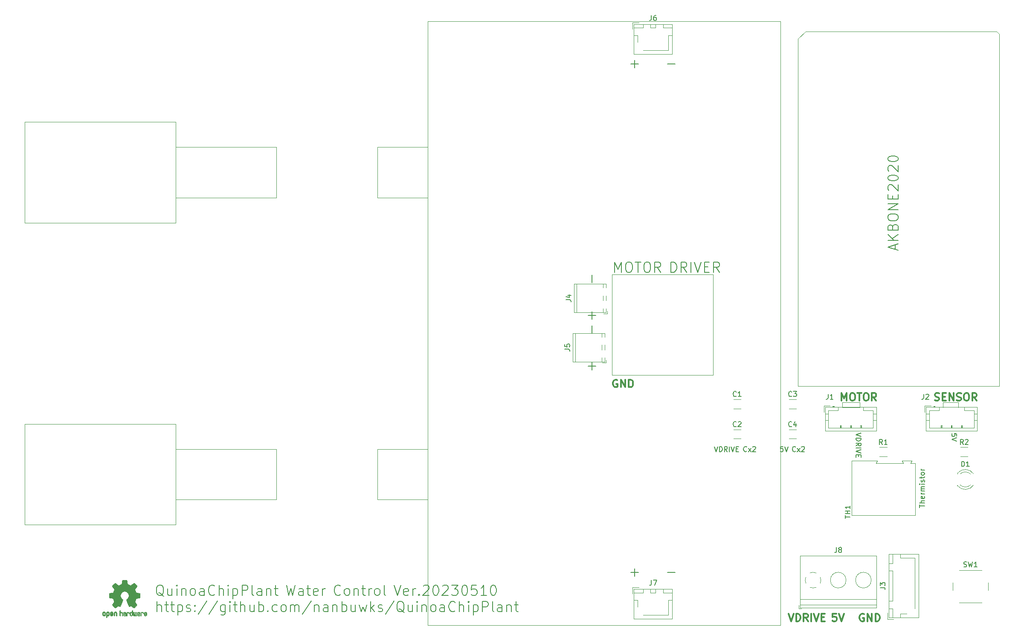
<source format=gbr>
G04 #@! TF.GenerationSoftware,KiCad,Pcbnew,7.0.0-da2b9df05c~163~ubuntu22.04.1*
G04 #@! TF.CreationDate,2023-05-10T13:35:31+09:00*
G04 #@! TF.ProjectId,QuinoaChipPlant,5175696e-6f61-4436-9869-70506c616e74,rev?*
G04 #@! TF.SameCoordinates,Original*
G04 #@! TF.FileFunction,Legend,Top*
G04 #@! TF.FilePolarity,Positive*
%FSLAX46Y46*%
G04 Gerber Fmt 4.6, Leading zero omitted, Abs format (unit mm)*
G04 Created by KiCad (PCBNEW 7.0.0-da2b9df05c~163~ubuntu22.04.1) date 2023-05-10 13:35:31*
%MOMM*%
%LPD*%
G01*
G04 APERTURE LIST*
%ADD10C,0.120000*%
%ADD11C,0.200000*%
%ADD12C,0.150000*%
%ADD13C,0.300000*%
%ADD14C,0.010000*%
G04 APERTURE END LIST*
D10*
X237500000Y-116000000D02*
X237500000Y-117000000D01*
X234500000Y-116000000D02*
X237500000Y-116000000D01*
X234500000Y-117000000D02*
X234500000Y-116000000D01*
X214500000Y-117000000D02*
X214500000Y-116000000D01*
X218000000Y-117000000D02*
X214500000Y-117000000D01*
X218000000Y-116000000D02*
X218000000Y-117000000D01*
X214500000Y-116000000D02*
X218000000Y-116000000D01*
D11*
X237217619Y-122714285D02*
X237217619Y-122238095D01*
X237217619Y-122238095D02*
X236741428Y-122190476D01*
X236741428Y-122190476D02*
X236789047Y-122238095D01*
X236789047Y-122238095D02*
X236836666Y-122333333D01*
X236836666Y-122333333D02*
X236836666Y-122571428D01*
X236836666Y-122571428D02*
X236789047Y-122666666D01*
X236789047Y-122666666D02*
X236741428Y-122714285D01*
X236741428Y-122714285D02*
X236646190Y-122761904D01*
X236646190Y-122761904D02*
X236408095Y-122761904D01*
X236408095Y-122761904D02*
X236312857Y-122714285D01*
X236312857Y-122714285D02*
X236265238Y-122666666D01*
X236265238Y-122666666D02*
X236217619Y-122571428D01*
X236217619Y-122571428D02*
X236217619Y-122333333D01*
X236217619Y-122333333D02*
X236265238Y-122238095D01*
X236265238Y-122238095D02*
X236312857Y-122190476D01*
X237217619Y-123047619D02*
X236217619Y-123380952D01*
X236217619Y-123380952D02*
X237217619Y-123714285D01*
X218217619Y-122095238D02*
X217217619Y-122428571D01*
X217217619Y-122428571D02*
X218217619Y-122761904D01*
X217217619Y-123095238D02*
X218217619Y-123095238D01*
X218217619Y-123095238D02*
X218217619Y-123333333D01*
X218217619Y-123333333D02*
X218170000Y-123476190D01*
X218170000Y-123476190D02*
X218074761Y-123571428D01*
X218074761Y-123571428D02*
X217979523Y-123619047D01*
X217979523Y-123619047D02*
X217789047Y-123666666D01*
X217789047Y-123666666D02*
X217646190Y-123666666D01*
X217646190Y-123666666D02*
X217455714Y-123619047D01*
X217455714Y-123619047D02*
X217360476Y-123571428D01*
X217360476Y-123571428D02*
X217265238Y-123476190D01*
X217265238Y-123476190D02*
X217217619Y-123333333D01*
X217217619Y-123333333D02*
X217217619Y-123095238D01*
X217217619Y-124666666D02*
X217693809Y-124333333D01*
X217217619Y-124095238D02*
X218217619Y-124095238D01*
X218217619Y-124095238D02*
X218217619Y-124476190D01*
X218217619Y-124476190D02*
X218170000Y-124571428D01*
X218170000Y-124571428D02*
X218122380Y-124619047D01*
X218122380Y-124619047D02*
X218027142Y-124666666D01*
X218027142Y-124666666D02*
X217884285Y-124666666D01*
X217884285Y-124666666D02*
X217789047Y-124619047D01*
X217789047Y-124619047D02*
X217741428Y-124571428D01*
X217741428Y-124571428D02*
X217693809Y-124476190D01*
X217693809Y-124476190D02*
X217693809Y-124095238D01*
X217217619Y-125095238D02*
X218217619Y-125095238D01*
X218217619Y-125428571D02*
X217217619Y-125761904D01*
X217217619Y-125761904D02*
X218217619Y-126095237D01*
X217741428Y-126428571D02*
X217741428Y-126761904D01*
X217217619Y-126904761D02*
X217217619Y-126428571D01*
X217217619Y-126428571D02*
X218217619Y-126428571D01*
X218217619Y-126428571D02*
X218217619Y-126904761D01*
X189095238Y-124782380D02*
X189428571Y-125782380D01*
X189428571Y-125782380D02*
X189761904Y-124782380D01*
X190095238Y-125782380D02*
X190095238Y-124782380D01*
X190095238Y-124782380D02*
X190333333Y-124782380D01*
X190333333Y-124782380D02*
X190476190Y-124830000D01*
X190476190Y-124830000D02*
X190571428Y-124925238D01*
X190571428Y-124925238D02*
X190619047Y-125020476D01*
X190619047Y-125020476D02*
X190666666Y-125210952D01*
X190666666Y-125210952D02*
X190666666Y-125353809D01*
X190666666Y-125353809D02*
X190619047Y-125544285D01*
X190619047Y-125544285D02*
X190571428Y-125639523D01*
X190571428Y-125639523D02*
X190476190Y-125734761D01*
X190476190Y-125734761D02*
X190333333Y-125782380D01*
X190333333Y-125782380D02*
X190095238Y-125782380D01*
X191666666Y-125782380D02*
X191333333Y-125306190D01*
X191095238Y-125782380D02*
X191095238Y-124782380D01*
X191095238Y-124782380D02*
X191476190Y-124782380D01*
X191476190Y-124782380D02*
X191571428Y-124830000D01*
X191571428Y-124830000D02*
X191619047Y-124877619D01*
X191619047Y-124877619D02*
X191666666Y-124972857D01*
X191666666Y-124972857D02*
X191666666Y-125115714D01*
X191666666Y-125115714D02*
X191619047Y-125210952D01*
X191619047Y-125210952D02*
X191571428Y-125258571D01*
X191571428Y-125258571D02*
X191476190Y-125306190D01*
X191476190Y-125306190D02*
X191095238Y-125306190D01*
X192095238Y-125782380D02*
X192095238Y-124782380D01*
X192428571Y-124782380D02*
X192761904Y-125782380D01*
X192761904Y-125782380D02*
X193095237Y-124782380D01*
X193428571Y-125258571D02*
X193761904Y-125258571D01*
X193904761Y-125782380D02*
X193428571Y-125782380D01*
X193428571Y-125782380D02*
X193428571Y-124782380D01*
X193428571Y-124782380D02*
X193904761Y-124782380D01*
X195504761Y-125687142D02*
X195457142Y-125734761D01*
X195457142Y-125734761D02*
X195314285Y-125782380D01*
X195314285Y-125782380D02*
X195219047Y-125782380D01*
X195219047Y-125782380D02*
X195076190Y-125734761D01*
X195076190Y-125734761D02*
X194980952Y-125639523D01*
X194980952Y-125639523D02*
X194933333Y-125544285D01*
X194933333Y-125544285D02*
X194885714Y-125353809D01*
X194885714Y-125353809D02*
X194885714Y-125210952D01*
X194885714Y-125210952D02*
X194933333Y-125020476D01*
X194933333Y-125020476D02*
X194980952Y-124925238D01*
X194980952Y-124925238D02*
X195076190Y-124830000D01*
X195076190Y-124830000D02*
X195219047Y-124782380D01*
X195219047Y-124782380D02*
X195314285Y-124782380D01*
X195314285Y-124782380D02*
X195457142Y-124830000D01*
X195457142Y-124830000D02*
X195504761Y-124877619D01*
X195838095Y-125782380D02*
X196361904Y-125115714D01*
X195838095Y-125115714D02*
X196361904Y-125782380D01*
X196695238Y-124877619D02*
X196742857Y-124830000D01*
X196742857Y-124830000D02*
X196838095Y-124782380D01*
X196838095Y-124782380D02*
X197076190Y-124782380D01*
X197076190Y-124782380D02*
X197171428Y-124830000D01*
X197171428Y-124830000D02*
X197219047Y-124877619D01*
X197219047Y-124877619D02*
X197266666Y-124972857D01*
X197266666Y-124972857D02*
X197266666Y-125068095D01*
X197266666Y-125068095D02*
X197219047Y-125210952D01*
X197219047Y-125210952D02*
X196647619Y-125782380D01*
X196647619Y-125782380D02*
X197266666Y-125782380D01*
X202714285Y-124782380D02*
X202238095Y-124782380D01*
X202238095Y-124782380D02*
X202190476Y-125258571D01*
X202190476Y-125258571D02*
X202238095Y-125210952D01*
X202238095Y-125210952D02*
X202333333Y-125163333D01*
X202333333Y-125163333D02*
X202571428Y-125163333D01*
X202571428Y-125163333D02*
X202666666Y-125210952D01*
X202666666Y-125210952D02*
X202714285Y-125258571D01*
X202714285Y-125258571D02*
X202761904Y-125353809D01*
X202761904Y-125353809D02*
X202761904Y-125591904D01*
X202761904Y-125591904D02*
X202714285Y-125687142D01*
X202714285Y-125687142D02*
X202666666Y-125734761D01*
X202666666Y-125734761D02*
X202571428Y-125782380D01*
X202571428Y-125782380D02*
X202333333Y-125782380D01*
X202333333Y-125782380D02*
X202238095Y-125734761D01*
X202238095Y-125734761D02*
X202190476Y-125687142D01*
X203047619Y-124782380D02*
X203380952Y-125782380D01*
X203380952Y-125782380D02*
X203714285Y-124782380D01*
X205219047Y-125687142D02*
X205171428Y-125734761D01*
X205171428Y-125734761D02*
X205028571Y-125782380D01*
X205028571Y-125782380D02*
X204933333Y-125782380D01*
X204933333Y-125782380D02*
X204790476Y-125734761D01*
X204790476Y-125734761D02*
X204695238Y-125639523D01*
X204695238Y-125639523D02*
X204647619Y-125544285D01*
X204647619Y-125544285D02*
X204600000Y-125353809D01*
X204600000Y-125353809D02*
X204600000Y-125210952D01*
X204600000Y-125210952D02*
X204647619Y-125020476D01*
X204647619Y-125020476D02*
X204695238Y-124925238D01*
X204695238Y-124925238D02*
X204790476Y-124830000D01*
X204790476Y-124830000D02*
X204933333Y-124782380D01*
X204933333Y-124782380D02*
X205028571Y-124782380D01*
X205028571Y-124782380D02*
X205171428Y-124830000D01*
X205171428Y-124830000D02*
X205219047Y-124877619D01*
X205552381Y-125782380D02*
X206076190Y-125115714D01*
X205552381Y-125115714D02*
X206076190Y-125782380D01*
X206409524Y-124877619D02*
X206457143Y-124830000D01*
X206457143Y-124830000D02*
X206552381Y-124782380D01*
X206552381Y-124782380D02*
X206790476Y-124782380D01*
X206790476Y-124782380D02*
X206885714Y-124830000D01*
X206885714Y-124830000D02*
X206933333Y-124877619D01*
X206933333Y-124877619D02*
X206980952Y-124972857D01*
X206980952Y-124972857D02*
X206980952Y-125068095D01*
X206980952Y-125068095D02*
X206933333Y-125210952D01*
X206933333Y-125210952D02*
X206361905Y-125782380D01*
X206361905Y-125782380D02*
X206980952Y-125782380D01*
D12*
X169276190Y-90154761D02*
X169276190Y-88154761D01*
X169276190Y-88154761D02*
X169942857Y-89583333D01*
X169942857Y-89583333D02*
X170609523Y-88154761D01*
X170609523Y-88154761D02*
X170609523Y-90154761D01*
X171942856Y-88154761D02*
X172323809Y-88154761D01*
X172323809Y-88154761D02*
X172514285Y-88250000D01*
X172514285Y-88250000D02*
X172704761Y-88440476D01*
X172704761Y-88440476D02*
X172799999Y-88821428D01*
X172799999Y-88821428D02*
X172799999Y-89488095D01*
X172799999Y-89488095D02*
X172704761Y-89869047D01*
X172704761Y-89869047D02*
X172514285Y-90059523D01*
X172514285Y-90059523D02*
X172323809Y-90154761D01*
X172323809Y-90154761D02*
X171942856Y-90154761D01*
X171942856Y-90154761D02*
X171752380Y-90059523D01*
X171752380Y-90059523D02*
X171561904Y-89869047D01*
X171561904Y-89869047D02*
X171466666Y-89488095D01*
X171466666Y-89488095D02*
X171466666Y-88821428D01*
X171466666Y-88821428D02*
X171561904Y-88440476D01*
X171561904Y-88440476D02*
X171752380Y-88250000D01*
X171752380Y-88250000D02*
X171942856Y-88154761D01*
X173371428Y-88154761D02*
X174514285Y-88154761D01*
X173942856Y-90154761D02*
X173942856Y-88154761D01*
X175561904Y-88154761D02*
X175942857Y-88154761D01*
X175942857Y-88154761D02*
X176133333Y-88250000D01*
X176133333Y-88250000D02*
X176323809Y-88440476D01*
X176323809Y-88440476D02*
X176419047Y-88821428D01*
X176419047Y-88821428D02*
X176419047Y-89488095D01*
X176419047Y-89488095D02*
X176323809Y-89869047D01*
X176323809Y-89869047D02*
X176133333Y-90059523D01*
X176133333Y-90059523D02*
X175942857Y-90154761D01*
X175942857Y-90154761D02*
X175561904Y-90154761D01*
X175561904Y-90154761D02*
X175371428Y-90059523D01*
X175371428Y-90059523D02*
X175180952Y-89869047D01*
X175180952Y-89869047D02*
X175085714Y-89488095D01*
X175085714Y-89488095D02*
X175085714Y-88821428D01*
X175085714Y-88821428D02*
X175180952Y-88440476D01*
X175180952Y-88440476D02*
X175371428Y-88250000D01*
X175371428Y-88250000D02*
X175561904Y-88154761D01*
X178419047Y-90154761D02*
X177752380Y-89202380D01*
X177276190Y-90154761D02*
X177276190Y-88154761D01*
X177276190Y-88154761D02*
X178038095Y-88154761D01*
X178038095Y-88154761D02*
X178228571Y-88250000D01*
X178228571Y-88250000D02*
X178323809Y-88345238D01*
X178323809Y-88345238D02*
X178419047Y-88535714D01*
X178419047Y-88535714D02*
X178419047Y-88821428D01*
X178419047Y-88821428D02*
X178323809Y-89011904D01*
X178323809Y-89011904D02*
X178228571Y-89107142D01*
X178228571Y-89107142D02*
X178038095Y-89202380D01*
X178038095Y-89202380D02*
X177276190Y-89202380D01*
X180476190Y-90154761D02*
X180476190Y-88154761D01*
X180476190Y-88154761D02*
X180952380Y-88154761D01*
X180952380Y-88154761D02*
X181238095Y-88250000D01*
X181238095Y-88250000D02*
X181428571Y-88440476D01*
X181428571Y-88440476D02*
X181523809Y-88630952D01*
X181523809Y-88630952D02*
X181619047Y-89011904D01*
X181619047Y-89011904D02*
X181619047Y-89297619D01*
X181619047Y-89297619D02*
X181523809Y-89678571D01*
X181523809Y-89678571D02*
X181428571Y-89869047D01*
X181428571Y-89869047D02*
X181238095Y-90059523D01*
X181238095Y-90059523D02*
X180952380Y-90154761D01*
X180952380Y-90154761D02*
X180476190Y-90154761D01*
X183619047Y-90154761D02*
X182952380Y-89202380D01*
X182476190Y-90154761D02*
X182476190Y-88154761D01*
X182476190Y-88154761D02*
X183238095Y-88154761D01*
X183238095Y-88154761D02*
X183428571Y-88250000D01*
X183428571Y-88250000D02*
X183523809Y-88345238D01*
X183523809Y-88345238D02*
X183619047Y-88535714D01*
X183619047Y-88535714D02*
X183619047Y-88821428D01*
X183619047Y-88821428D02*
X183523809Y-89011904D01*
X183523809Y-89011904D02*
X183428571Y-89107142D01*
X183428571Y-89107142D02*
X183238095Y-89202380D01*
X183238095Y-89202380D02*
X182476190Y-89202380D01*
X184476190Y-90154761D02*
X184476190Y-88154761D01*
X185142857Y-88154761D02*
X185809523Y-90154761D01*
X185809523Y-90154761D02*
X186476190Y-88154761D01*
X187142857Y-89107142D02*
X187809524Y-89107142D01*
X188095238Y-90154761D02*
X187142857Y-90154761D01*
X187142857Y-90154761D02*
X187142857Y-88154761D01*
X187142857Y-88154761D02*
X188095238Y-88154761D01*
X190095238Y-90154761D02*
X189428571Y-89202380D01*
X188952381Y-90154761D02*
X188952381Y-88154761D01*
X188952381Y-88154761D02*
X189714286Y-88154761D01*
X189714286Y-88154761D02*
X189904762Y-88250000D01*
X189904762Y-88250000D02*
X190000000Y-88345238D01*
X190000000Y-88345238D02*
X190095238Y-88535714D01*
X190095238Y-88535714D02*
X190095238Y-88821428D01*
X190095238Y-88821428D02*
X190000000Y-89011904D01*
X190000000Y-89011904D02*
X189904762Y-89107142D01*
X189904762Y-89107142D02*
X189714286Y-89202380D01*
X189714286Y-89202380D02*
X188952381Y-89202380D01*
X172476190Y-149802857D02*
X174000000Y-149802857D01*
X173238095Y-150564761D02*
X173238095Y-149040952D01*
X179752380Y-149802857D02*
X181276190Y-149802857D01*
X172476190Y-48802857D02*
X174000000Y-48802857D01*
X173238095Y-49564761D02*
X173238095Y-48040952D01*
X179752380Y-48802857D02*
X181276190Y-48802857D01*
X164802857Y-109523809D02*
X164802857Y-108000000D01*
X165564761Y-108761904D02*
X164040952Y-108761904D01*
X164802857Y-102247619D02*
X164802857Y-100723810D01*
X164802857Y-99523809D02*
X164802857Y-98000000D01*
X165564761Y-98761904D02*
X164040952Y-98761904D01*
X164802857Y-92247619D02*
X164802857Y-90723810D01*
X224993333Y-85619047D02*
X224993333Y-84666666D01*
X225564761Y-85809523D02*
X223564761Y-85142857D01*
X223564761Y-85142857D02*
X225564761Y-84476190D01*
X225564761Y-83809523D02*
X223564761Y-83809523D01*
X225564761Y-82666666D02*
X224421904Y-83523809D01*
X223564761Y-82666666D02*
X224707619Y-83809523D01*
X224517142Y-81142856D02*
X224612380Y-80857142D01*
X224612380Y-80857142D02*
X224707619Y-80761904D01*
X224707619Y-80761904D02*
X224898095Y-80666666D01*
X224898095Y-80666666D02*
X225183809Y-80666666D01*
X225183809Y-80666666D02*
X225374285Y-80761904D01*
X225374285Y-80761904D02*
X225469523Y-80857142D01*
X225469523Y-80857142D02*
X225564761Y-81047618D01*
X225564761Y-81047618D02*
X225564761Y-81809523D01*
X225564761Y-81809523D02*
X223564761Y-81809523D01*
X223564761Y-81809523D02*
X223564761Y-81142856D01*
X223564761Y-81142856D02*
X223660000Y-80952380D01*
X223660000Y-80952380D02*
X223755238Y-80857142D01*
X223755238Y-80857142D02*
X223945714Y-80761904D01*
X223945714Y-80761904D02*
X224136190Y-80761904D01*
X224136190Y-80761904D02*
X224326666Y-80857142D01*
X224326666Y-80857142D02*
X224421904Y-80952380D01*
X224421904Y-80952380D02*
X224517142Y-81142856D01*
X224517142Y-81142856D02*
X224517142Y-81809523D01*
X223564761Y-79428571D02*
X223564761Y-79047618D01*
X223564761Y-79047618D02*
X223660000Y-78857142D01*
X223660000Y-78857142D02*
X223850476Y-78666666D01*
X223850476Y-78666666D02*
X224231428Y-78571428D01*
X224231428Y-78571428D02*
X224898095Y-78571428D01*
X224898095Y-78571428D02*
X225279047Y-78666666D01*
X225279047Y-78666666D02*
X225469523Y-78857142D01*
X225469523Y-78857142D02*
X225564761Y-79047618D01*
X225564761Y-79047618D02*
X225564761Y-79428571D01*
X225564761Y-79428571D02*
X225469523Y-79619047D01*
X225469523Y-79619047D02*
X225279047Y-79809523D01*
X225279047Y-79809523D02*
X224898095Y-79904761D01*
X224898095Y-79904761D02*
X224231428Y-79904761D01*
X224231428Y-79904761D02*
X223850476Y-79809523D01*
X223850476Y-79809523D02*
X223660000Y-79619047D01*
X223660000Y-79619047D02*
X223564761Y-79428571D01*
X225564761Y-77714285D02*
X223564761Y-77714285D01*
X223564761Y-77714285D02*
X225564761Y-76571428D01*
X225564761Y-76571428D02*
X223564761Y-76571428D01*
X224517142Y-75619047D02*
X224517142Y-74952380D01*
X225564761Y-74666666D02*
X225564761Y-75619047D01*
X225564761Y-75619047D02*
X223564761Y-75619047D01*
X223564761Y-75619047D02*
X223564761Y-74666666D01*
X223755238Y-73904761D02*
X223660000Y-73809523D01*
X223660000Y-73809523D02*
X223564761Y-73619047D01*
X223564761Y-73619047D02*
X223564761Y-73142856D01*
X223564761Y-73142856D02*
X223660000Y-72952380D01*
X223660000Y-72952380D02*
X223755238Y-72857142D01*
X223755238Y-72857142D02*
X223945714Y-72761904D01*
X223945714Y-72761904D02*
X224136190Y-72761904D01*
X224136190Y-72761904D02*
X224421904Y-72857142D01*
X224421904Y-72857142D02*
X225564761Y-73999999D01*
X225564761Y-73999999D02*
X225564761Y-72761904D01*
X223564761Y-71523809D02*
X223564761Y-71333332D01*
X223564761Y-71333332D02*
X223660000Y-71142856D01*
X223660000Y-71142856D02*
X223755238Y-71047618D01*
X223755238Y-71047618D02*
X223945714Y-70952380D01*
X223945714Y-70952380D02*
X224326666Y-70857142D01*
X224326666Y-70857142D02*
X224802857Y-70857142D01*
X224802857Y-70857142D02*
X225183809Y-70952380D01*
X225183809Y-70952380D02*
X225374285Y-71047618D01*
X225374285Y-71047618D02*
X225469523Y-71142856D01*
X225469523Y-71142856D02*
X225564761Y-71333332D01*
X225564761Y-71333332D02*
X225564761Y-71523809D01*
X225564761Y-71523809D02*
X225469523Y-71714285D01*
X225469523Y-71714285D02*
X225374285Y-71809523D01*
X225374285Y-71809523D02*
X225183809Y-71904761D01*
X225183809Y-71904761D02*
X224802857Y-71999999D01*
X224802857Y-71999999D02*
X224326666Y-71999999D01*
X224326666Y-71999999D02*
X223945714Y-71904761D01*
X223945714Y-71904761D02*
X223755238Y-71809523D01*
X223755238Y-71809523D02*
X223660000Y-71714285D01*
X223660000Y-71714285D02*
X223564761Y-71523809D01*
X223755238Y-70095237D02*
X223660000Y-69999999D01*
X223660000Y-69999999D02*
X223564761Y-69809523D01*
X223564761Y-69809523D02*
X223564761Y-69333332D01*
X223564761Y-69333332D02*
X223660000Y-69142856D01*
X223660000Y-69142856D02*
X223755238Y-69047618D01*
X223755238Y-69047618D02*
X223945714Y-68952380D01*
X223945714Y-68952380D02*
X224136190Y-68952380D01*
X224136190Y-68952380D02*
X224421904Y-69047618D01*
X224421904Y-69047618D02*
X225564761Y-70190475D01*
X225564761Y-70190475D02*
X225564761Y-68952380D01*
X223564761Y-67714285D02*
X223564761Y-67523808D01*
X223564761Y-67523808D02*
X223660000Y-67333332D01*
X223660000Y-67333332D02*
X223755238Y-67238094D01*
X223755238Y-67238094D02*
X223945714Y-67142856D01*
X223945714Y-67142856D02*
X224326666Y-67047618D01*
X224326666Y-67047618D02*
X224802857Y-67047618D01*
X224802857Y-67047618D02*
X225183809Y-67142856D01*
X225183809Y-67142856D02*
X225374285Y-67238094D01*
X225374285Y-67238094D02*
X225469523Y-67333332D01*
X225469523Y-67333332D02*
X225564761Y-67523808D01*
X225564761Y-67523808D02*
X225564761Y-67714285D01*
X225564761Y-67714285D02*
X225469523Y-67904761D01*
X225469523Y-67904761D02*
X225374285Y-67999999D01*
X225374285Y-67999999D02*
X225183809Y-68095237D01*
X225183809Y-68095237D02*
X224802857Y-68190475D01*
X224802857Y-68190475D02*
X224326666Y-68190475D01*
X224326666Y-68190475D02*
X223945714Y-68095237D01*
X223945714Y-68095237D02*
X223755238Y-67999999D01*
X223755238Y-67999999D02*
X223660000Y-67904761D01*
X223660000Y-67904761D02*
X223564761Y-67714285D01*
X79809523Y-154515238D02*
X79619047Y-154420000D01*
X79619047Y-154420000D02*
X79428571Y-154229523D01*
X79428571Y-154229523D02*
X79142857Y-153943809D01*
X79142857Y-153943809D02*
X78952380Y-153848571D01*
X78952380Y-153848571D02*
X78761904Y-153848571D01*
X78857142Y-154324761D02*
X78666666Y-154229523D01*
X78666666Y-154229523D02*
X78476190Y-154039047D01*
X78476190Y-154039047D02*
X78380952Y-153658095D01*
X78380952Y-153658095D02*
X78380952Y-152991428D01*
X78380952Y-152991428D02*
X78476190Y-152610476D01*
X78476190Y-152610476D02*
X78666666Y-152420000D01*
X78666666Y-152420000D02*
X78857142Y-152324761D01*
X78857142Y-152324761D02*
X79238095Y-152324761D01*
X79238095Y-152324761D02*
X79428571Y-152420000D01*
X79428571Y-152420000D02*
X79619047Y-152610476D01*
X79619047Y-152610476D02*
X79714285Y-152991428D01*
X79714285Y-152991428D02*
X79714285Y-153658095D01*
X79714285Y-153658095D02*
X79619047Y-154039047D01*
X79619047Y-154039047D02*
X79428571Y-154229523D01*
X79428571Y-154229523D02*
X79238095Y-154324761D01*
X79238095Y-154324761D02*
X78857142Y-154324761D01*
X81428571Y-152991428D02*
X81428571Y-154324761D01*
X80571428Y-152991428D02*
X80571428Y-154039047D01*
X80571428Y-154039047D02*
X80666666Y-154229523D01*
X80666666Y-154229523D02*
X80857142Y-154324761D01*
X80857142Y-154324761D02*
X81142857Y-154324761D01*
X81142857Y-154324761D02*
X81333333Y-154229523D01*
X81333333Y-154229523D02*
X81428571Y-154134285D01*
X82380952Y-154324761D02*
X82380952Y-152991428D01*
X82380952Y-152324761D02*
X82285714Y-152420000D01*
X82285714Y-152420000D02*
X82380952Y-152515238D01*
X82380952Y-152515238D02*
X82476190Y-152420000D01*
X82476190Y-152420000D02*
X82380952Y-152324761D01*
X82380952Y-152324761D02*
X82380952Y-152515238D01*
X83333333Y-152991428D02*
X83333333Y-154324761D01*
X83333333Y-153181904D02*
X83428571Y-153086666D01*
X83428571Y-153086666D02*
X83619047Y-152991428D01*
X83619047Y-152991428D02*
X83904762Y-152991428D01*
X83904762Y-152991428D02*
X84095238Y-153086666D01*
X84095238Y-153086666D02*
X84190476Y-153277142D01*
X84190476Y-153277142D02*
X84190476Y-154324761D01*
X85428571Y-154324761D02*
X85238095Y-154229523D01*
X85238095Y-154229523D02*
X85142857Y-154134285D01*
X85142857Y-154134285D02*
X85047619Y-153943809D01*
X85047619Y-153943809D02*
X85047619Y-153372380D01*
X85047619Y-153372380D02*
X85142857Y-153181904D01*
X85142857Y-153181904D02*
X85238095Y-153086666D01*
X85238095Y-153086666D02*
X85428571Y-152991428D01*
X85428571Y-152991428D02*
X85714286Y-152991428D01*
X85714286Y-152991428D02*
X85904762Y-153086666D01*
X85904762Y-153086666D02*
X86000000Y-153181904D01*
X86000000Y-153181904D02*
X86095238Y-153372380D01*
X86095238Y-153372380D02*
X86095238Y-153943809D01*
X86095238Y-153943809D02*
X86000000Y-154134285D01*
X86000000Y-154134285D02*
X85904762Y-154229523D01*
X85904762Y-154229523D02*
X85714286Y-154324761D01*
X85714286Y-154324761D02*
X85428571Y-154324761D01*
X87809524Y-154324761D02*
X87809524Y-153277142D01*
X87809524Y-153277142D02*
X87714286Y-153086666D01*
X87714286Y-153086666D02*
X87523810Y-152991428D01*
X87523810Y-152991428D02*
X87142857Y-152991428D01*
X87142857Y-152991428D02*
X86952381Y-153086666D01*
X87809524Y-154229523D02*
X87619048Y-154324761D01*
X87619048Y-154324761D02*
X87142857Y-154324761D01*
X87142857Y-154324761D02*
X86952381Y-154229523D01*
X86952381Y-154229523D02*
X86857143Y-154039047D01*
X86857143Y-154039047D02*
X86857143Y-153848571D01*
X86857143Y-153848571D02*
X86952381Y-153658095D01*
X86952381Y-153658095D02*
X87142857Y-153562857D01*
X87142857Y-153562857D02*
X87619048Y-153562857D01*
X87619048Y-153562857D02*
X87809524Y-153467619D01*
X89904762Y-154134285D02*
X89809524Y-154229523D01*
X89809524Y-154229523D02*
X89523810Y-154324761D01*
X89523810Y-154324761D02*
X89333334Y-154324761D01*
X89333334Y-154324761D02*
X89047619Y-154229523D01*
X89047619Y-154229523D02*
X88857143Y-154039047D01*
X88857143Y-154039047D02*
X88761905Y-153848571D01*
X88761905Y-153848571D02*
X88666667Y-153467619D01*
X88666667Y-153467619D02*
X88666667Y-153181904D01*
X88666667Y-153181904D02*
X88761905Y-152800952D01*
X88761905Y-152800952D02*
X88857143Y-152610476D01*
X88857143Y-152610476D02*
X89047619Y-152420000D01*
X89047619Y-152420000D02*
X89333334Y-152324761D01*
X89333334Y-152324761D02*
X89523810Y-152324761D01*
X89523810Y-152324761D02*
X89809524Y-152420000D01*
X89809524Y-152420000D02*
X89904762Y-152515238D01*
X90761905Y-154324761D02*
X90761905Y-152324761D01*
X91619048Y-154324761D02*
X91619048Y-153277142D01*
X91619048Y-153277142D02*
X91523810Y-153086666D01*
X91523810Y-153086666D02*
X91333334Y-152991428D01*
X91333334Y-152991428D02*
X91047619Y-152991428D01*
X91047619Y-152991428D02*
X90857143Y-153086666D01*
X90857143Y-153086666D02*
X90761905Y-153181904D01*
X92571429Y-154324761D02*
X92571429Y-152991428D01*
X92571429Y-152324761D02*
X92476191Y-152420000D01*
X92476191Y-152420000D02*
X92571429Y-152515238D01*
X92571429Y-152515238D02*
X92666667Y-152420000D01*
X92666667Y-152420000D02*
X92571429Y-152324761D01*
X92571429Y-152324761D02*
X92571429Y-152515238D01*
X93523810Y-152991428D02*
X93523810Y-154991428D01*
X93523810Y-153086666D02*
X93714286Y-152991428D01*
X93714286Y-152991428D02*
X94095239Y-152991428D01*
X94095239Y-152991428D02*
X94285715Y-153086666D01*
X94285715Y-153086666D02*
X94380953Y-153181904D01*
X94380953Y-153181904D02*
X94476191Y-153372380D01*
X94476191Y-153372380D02*
X94476191Y-153943809D01*
X94476191Y-153943809D02*
X94380953Y-154134285D01*
X94380953Y-154134285D02*
X94285715Y-154229523D01*
X94285715Y-154229523D02*
X94095239Y-154324761D01*
X94095239Y-154324761D02*
X93714286Y-154324761D01*
X93714286Y-154324761D02*
X93523810Y-154229523D01*
X95333334Y-154324761D02*
X95333334Y-152324761D01*
X95333334Y-152324761D02*
X96095239Y-152324761D01*
X96095239Y-152324761D02*
X96285715Y-152420000D01*
X96285715Y-152420000D02*
X96380953Y-152515238D01*
X96380953Y-152515238D02*
X96476191Y-152705714D01*
X96476191Y-152705714D02*
X96476191Y-152991428D01*
X96476191Y-152991428D02*
X96380953Y-153181904D01*
X96380953Y-153181904D02*
X96285715Y-153277142D01*
X96285715Y-153277142D02*
X96095239Y-153372380D01*
X96095239Y-153372380D02*
X95333334Y-153372380D01*
X97619048Y-154324761D02*
X97428572Y-154229523D01*
X97428572Y-154229523D02*
X97333334Y-154039047D01*
X97333334Y-154039047D02*
X97333334Y-152324761D01*
X99238096Y-154324761D02*
X99238096Y-153277142D01*
X99238096Y-153277142D02*
X99142858Y-153086666D01*
X99142858Y-153086666D02*
X98952382Y-152991428D01*
X98952382Y-152991428D02*
X98571429Y-152991428D01*
X98571429Y-152991428D02*
X98380953Y-153086666D01*
X99238096Y-154229523D02*
X99047620Y-154324761D01*
X99047620Y-154324761D02*
X98571429Y-154324761D01*
X98571429Y-154324761D02*
X98380953Y-154229523D01*
X98380953Y-154229523D02*
X98285715Y-154039047D01*
X98285715Y-154039047D02*
X98285715Y-153848571D01*
X98285715Y-153848571D02*
X98380953Y-153658095D01*
X98380953Y-153658095D02*
X98571429Y-153562857D01*
X98571429Y-153562857D02*
X99047620Y-153562857D01*
X99047620Y-153562857D02*
X99238096Y-153467619D01*
X100190477Y-152991428D02*
X100190477Y-154324761D01*
X100190477Y-153181904D02*
X100285715Y-153086666D01*
X100285715Y-153086666D02*
X100476191Y-152991428D01*
X100476191Y-152991428D02*
X100761906Y-152991428D01*
X100761906Y-152991428D02*
X100952382Y-153086666D01*
X100952382Y-153086666D02*
X101047620Y-153277142D01*
X101047620Y-153277142D02*
X101047620Y-154324761D01*
X101714287Y-152991428D02*
X102476191Y-152991428D01*
X102000001Y-152324761D02*
X102000001Y-154039047D01*
X102000001Y-154039047D02*
X102095239Y-154229523D01*
X102095239Y-154229523D02*
X102285715Y-154324761D01*
X102285715Y-154324761D02*
X102476191Y-154324761D01*
X104152382Y-152324761D02*
X104628572Y-154324761D01*
X104628572Y-154324761D02*
X105009525Y-152896190D01*
X105009525Y-152896190D02*
X105390477Y-154324761D01*
X105390477Y-154324761D02*
X105866668Y-152324761D01*
X107485715Y-154324761D02*
X107485715Y-153277142D01*
X107485715Y-153277142D02*
X107390477Y-153086666D01*
X107390477Y-153086666D02*
X107200001Y-152991428D01*
X107200001Y-152991428D02*
X106819048Y-152991428D01*
X106819048Y-152991428D02*
X106628572Y-153086666D01*
X107485715Y-154229523D02*
X107295239Y-154324761D01*
X107295239Y-154324761D02*
X106819048Y-154324761D01*
X106819048Y-154324761D02*
X106628572Y-154229523D01*
X106628572Y-154229523D02*
X106533334Y-154039047D01*
X106533334Y-154039047D02*
X106533334Y-153848571D01*
X106533334Y-153848571D02*
X106628572Y-153658095D01*
X106628572Y-153658095D02*
X106819048Y-153562857D01*
X106819048Y-153562857D02*
X107295239Y-153562857D01*
X107295239Y-153562857D02*
X107485715Y-153467619D01*
X108152382Y-152991428D02*
X108914286Y-152991428D01*
X108438096Y-152324761D02*
X108438096Y-154039047D01*
X108438096Y-154039047D02*
X108533334Y-154229523D01*
X108533334Y-154229523D02*
X108723810Y-154324761D01*
X108723810Y-154324761D02*
X108914286Y-154324761D01*
X110342858Y-154229523D02*
X110152382Y-154324761D01*
X110152382Y-154324761D02*
X109771429Y-154324761D01*
X109771429Y-154324761D02*
X109580953Y-154229523D01*
X109580953Y-154229523D02*
X109485715Y-154039047D01*
X109485715Y-154039047D02*
X109485715Y-153277142D01*
X109485715Y-153277142D02*
X109580953Y-153086666D01*
X109580953Y-153086666D02*
X109771429Y-152991428D01*
X109771429Y-152991428D02*
X110152382Y-152991428D01*
X110152382Y-152991428D02*
X110342858Y-153086666D01*
X110342858Y-153086666D02*
X110438096Y-153277142D01*
X110438096Y-153277142D02*
X110438096Y-153467619D01*
X110438096Y-153467619D02*
X109485715Y-153658095D01*
X111295239Y-154324761D02*
X111295239Y-152991428D01*
X111295239Y-153372380D02*
X111390477Y-153181904D01*
X111390477Y-153181904D02*
X111485715Y-153086666D01*
X111485715Y-153086666D02*
X111676191Y-152991428D01*
X111676191Y-152991428D02*
X111866668Y-152991428D01*
X114876191Y-154134285D02*
X114780953Y-154229523D01*
X114780953Y-154229523D02*
X114495239Y-154324761D01*
X114495239Y-154324761D02*
X114304763Y-154324761D01*
X114304763Y-154324761D02*
X114019048Y-154229523D01*
X114019048Y-154229523D02*
X113828572Y-154039047D01*
X113828572Y-154039047D02*
X113733334Y-153848571D01*
X113733334Y-153848571D02*
X113638096Y-153467619D01*
X113638096Y-153467619D02*
X113638096Y-153181904D01*
X113638096Y-153181904D02*
X113733334Y-152800952D01*
X113733334Y-152800952D02*
X113828572Y-152610476D01*
X113828572Y-152610476D02*
X114019048Y-152420000D01*
X114019048Y-152420000D02*
X114304763Y-152324761D01*
X114304763Y-152324761D02*
X114495239Y-152324761D01*
X114495239Y-152324761D02*
X114780953Y-152420000D01*
X114780953Y-152420000D02*
X114876191Y-152515238D01*
X116019048Y-154324761D02*
X115828572Y-154229523D01*
X115828572Y-154229523D02*
X115733334Y-154134285D01*
X115733334Y-154134285D02*
X115638096Y-153943809D01*
X115638096Y-153943809D02*
X115638096Y-153372380D01*
X115638096Y-153372380D02*
X115733334Y-153181904D01*
X115733334Y-153181904D02*
X115828572Y-153086666D01*
X115828572Y-153086666D02*
X116019048Y-152991428D01*
X116019048Y-152991428D02*
X116304763Y-152991428D01*
X116304763Y-152991428D02*
X116495239Y-153086666D01*
X116495239Y-153086666D02*
X116590477Y-153181904D01*
X116590477Y-153181904D02*
X116685715Y-153372380D01*
X116685715Y-153372380D02*
X116685715Y-153943809D01*
X116685715Y-153943809D02*
X116590477Y-154134285D01*
X116590477Y-154134285D02*
X116495239Y-154229523D01*
X116495239Y-154229523D02*
X116304763Y-154324761D01*
X116304763Y-154324761D02*
X116019048Y-154324761D01*
X117542858Y-152991428D02*
X117542858Y-154324761D01*
X117542858Y-153181904D02*
X117638096Y-153086666D01*
X117638096Y-153086666D02*
X117828572Y-152991428D01*
X117828572Y-152991428D02*
X118114287Y-152991428D01*
X118114287Y-152991428D02*
X118304763Y-153086666D01*
X118304763Y-153086666D02*
X118400001Y-153277142D01*
X118400001Y-153277142D02*
X118400001Y-154324761D01*
X119066668Y-152991428D02*
X119828572Y-152991428D01*
X119352382Y-152324761D02*
X119352382Y-154039047D01*
X119352382Y-154039047D02*
X119447620Y-154229523D01*
X119447620Y-154229523D02*
X119638096Y-154324761D01*
X119638096Y-154324761D02*
X119828572Y-154324761D01*
X120495239Y-154324761D02*
X120495239Y-152991428D01*
X120495239Y-153372380D02*
X120590477Y-153181904D01*
X120590477Y-153181904D02*
X120685715Y-153086666D01*
X120685715Y-153086666D02*
X120876191Y-152991428D01*
X120876191Y-152991428D02*
X121066668Y-152991428D01*
X122019048Y-154324761D02*
X121828572Y-154229523D01*
X121828572Y-154229523D02*
X121733334Y-154134285D01*
X121733334Y-154134285D02*
X121638096Y-153943809D01*
X121638096Y-153943809D02*
X121638096Y-153372380D01*
X121638096Y-153372380D02*
X121733334Y-153181904D01*
X121733334Y-153181904D02*
X121828572Y-153086666D01*
X121828572Y-153086666D02*
X122019048Y-152991428D01*
X122019048Y-152991428D02*
X122304763Y-152991428D01*
X122304763Y-152991428D02*
X122495239Y-153086666D01*
X122495239Y-153086666D02*
X122590477Y-153181904D01*
X122590477Y-153181904D02*
X122685715Y-153372380D01*
X122685715Y-153372380D02*
X122685715Y-153943809D01*
X122685715Y-153943809D02*
X122590477Y-154134285D01*
X122590477Y-154134285D02*
X122495239Y-154229523D01*
X122495239Y-154229523D02*
X122304763Y-154324761D01*
X122304763Y-154324761D02*
X122019048Y-154324761D01*
X123828572Y-154324761D02*
X123638096Y-154229523D01*
X123638096Y-154229523D02*
X123542858Y-154039047D01*
X123542858Y-154039047D02*
X123542858Y-152324761D01*
X125504763Y-152324761D02*
X126171429Y-154324761D01*
X126171429Y-154324761D02*
X126838096Y-152324761D01*
X128266668Y-154229523D02*
X128076192Y-154324761D01*
X128076192Y-154324761D02*
X127695239Y-154324761D01*
X127695239Y-154324761D02*
X127504763Y-154229523D01*
X127504763Y-154229523D02*
X127409525Y-154039047D01*
X127409525Y-154039047D02*
X127409525Y-153277142D01*
X127409525Y-153277142D02*
X127504763Y-153086666D01*
X127504763Y-153086666D02*
X127695239Y-152991428D01*
X127695239Y-152991428D02*
X128076192Y-152991428D01*
X128076192Y-152991428D02*
X128266668Y-153086666D01*
X128266668Y-153086666D02*
X128361906Y-153277142D01*
X128361906Y-153277142D02*
X128361906Y-153467619D01*
X128361906Y-153467619D02*
X127409525Y-153658095D01*
X129219049Y-154324761D02*
X129219049Y-152991428D01*
X129219049Y-153372380D02*
X129314287Y-153181904D01*
X129314287Y-153181904D02*
X129409525Y-153086666D01*
X129409525Y-153086666D02*
X129600001Y-152991428D01*
X129600001Y-152991428D02*
X129790478Y-152991428D01*
X130457144Y-154134285D02*
X130552382Y-154229523D01*
X130552382Y-154229523D02*
X130457144Y-154324761D01*
X130457144Y-154324761D02*
X130361906Y-154229523D01*
X130361906Y-154229523D02*
X130457144Y-154134285D01*
X130457144Y-154134285D02*
X130457144Y-154324761D01*
X131314287Y-152515238D02*
X131409525Y-152420000D01*
X131409525Y-152420000D02*
X131600001Y-152324761D01*
X131600001Y-152324761D02*
X132076192Y-152324761D01*
X132076192Y-152324761D02*
X132266668Y-152420000D01*
X132266668Y-152420000D02*
X132361906Y-152515238D01*
X132361906Y-152515238D02*
X132457144Y-152705714D01*
X132457144Y-152705714D02*
X132457144Y-152896190D01*
X132457144Y-152896190D02*
X132361906Y-153181904D01*
X132361906Y-153181904D02*
X131219049Y-154324761D01*
X131219049Y-154324761D02*
X132457144Y-154324761D01*
X133695239Y-152324761D02*
X133885716Y-152324761D01*
X133885716Y-152324761D02*
X134076192Y-152420000D01*
X134076192Y-152420000D02*
X134171430Y-152515238D01*
X134171430Y-152515238D02*
X134266668Y-152705714D01*
X134266668Y-152705714D02*
X134361906Y-153086666D01*
X134361906Y-153086666D02*
X134361906Y-153562857D01*
X134361906Y-153562857D02*
X134266668Y-153943809D01*
X134266668Y-153943809D02*
X134171430Y-154134285D01*
X134171430Y-154134285D02*
X134076192Y-154229523D01*
X134076192Y-154229523D02*
X133885716Y-154324761D01*
X133885716Y-154324761D02*
X133695239Y-154324761D01*
X133695239Y-154324761D02*
X133504763Y-154229523D01*
X133504763Y-154229523D02*
X133409525Y-154134285D01*
X133409525Y-154134285D02*
X133314287Y-153943809D01*
X133314287Y-153943809D02*
X133219049Y-153562857D01*
X133219049Y-153562857D02*
X133219049Y-153086666D01*
X133219049Y-153086666D02*
X133314287Y-152705714D01*
X133314287Y-152705714D02*
X133409525Y-152515238D01*
X133409525Y-152515238D02*
X133504763Y-152420000D01*
X133504763Y-152420000D02*
X133695239Y-152324761D01*
X135123811Y-152515238D02*
X135219049Y-152420000D01*
X135219049Y-152420000D02*
X135409525Y-152324761D01*
X135409525Y-152324761D02*
X135885716Y-152324761D01*
X135885716Y-152324761D02*
X136076192Y-152420000D01*
X136076192Y-152420000D02*
X136171430Y-152515238D01*
X136171430Y-152515238D02*
X136266668Y-152705714D01*
X136266668Y-152705714D02*
X136266668Y-152896190D01*
X136266668Y-152896190D02*
X136171430Y-153181904D01*
X136171430Y-153181904D02*
X135028573Y-154324761D01*
X135028573Y-154324761D02*
X136266668Y-154324761D01*
X136933335Y-152324761D02*
X138171430Y-152324761D01*
X138171430Y-152324761D02*
X137504763Y-153086666D01*
X137504763Y-153086666D02*
X137790478Y-153086666D01*
X137790478Y-153086666D02*
X137980954Y-153181904D01*
X137980954Y-153181904D02*
X138076192Y-153277142D01*
X138076192Y-153277142D02*
X138171430Y-153467619D01*
X138171430Y-153467619D02*
X138171430Y-153943809D01*
X138171430Y-153943809D02*
X138076192Y-154134285D01*
X138076192Y-154134285D02*
X137980954Y-154229523D01*
X137980954Y-154229523D02*
X137790478Y-154324761D01*
X137790478Y-154324761D02*
X137219049Y-154324761D01*
X137219049Y-154324761D02*
X137028573Y-154229523D01*
X137028573Y-154229523D02*
X136933335Y-154134285D01*
X139409525Y-152324761D02*
X139600002Y-152324761D01*
X139600002Y-152324761D02*
X139790478Y-152420000D01*
X139790478Y-152420000D02*
X139885716Y-152515238D01*
X139885716Y-152515238D02*
X139980954Y-152705714D01*
X139980954Y-152705714D02*
X140076192Y-153086666D01*
X140076192Y-153086666D02*
X140076192Y-153562857D01*
X140076192Y-153562857D02*
X139980954Y-153943809D01*
X139980954Y-153943809D02*
X139885716Y-154134285D01*
X139885716Y-154134285D02*
X139790478Y-154229523D01*
X139790478Y-154229523D02*
X139600002Y-154324761D01*
X139600002Y-154324761D02*
X139409525Y-154324761D01*
X139409525Y-154324761D02*
X139219049Y-154229523D01*
X139219049Y-154229523D02*
X139123811Y-154134285D01*
X139123811Y-154134285D02*
X139028573Y-153943809D01*
X139028573Y-153943809D02*
X138933335Y-153562857D01*
X138933335Y-153562857D02*
X138933335Y-153086666D01*
X138933335Y-153086666D02*
X139028573Y-152705714D01*
X139028573Y-152705714D02*
X139123811Y-152515238D01*
X139123811Y-152515238D02*
X139219049Y-152420000D01*
X139219049Y-152420000D02*
X139409525Y-152324761D01*
X141885716Y-152324761D02*
X140933335Y-152324761D01*
X140933335Y-152324761D02*
X140838097Y-153277142D01*
X140838097Y-153277142D02*
X140933335Y-153181904D01*
X140933335Y-153181904D02*
X141123811Y-153086666D01*
X141123811Y-153086666D02*
X141600002Y-153086666D01*
X141600002Y-153086666D02*
X141790478Y-153181904D01*
X141790478Y-153181904D02*
X141885716Y-153277142D01*
X141885716Y-153277142D02*
X141980954Y-153467619D01*
X141980954Y-153467619D02*
X141980954Y-153943809D01*
X141980954Y-153943809D02*
X141885716Y-154134285D01*
X141885716Y-154134285D02*
X141790478Y-154229523D01*
X141790478Y-154229523D02*
X141600002Y-154324761D01*
X141600002Y-154324761D02*
X141123811Y-154324761D01*
X141123811Y-154324761D02*
X140933335Y-154229523D01*
X140933335Y-154229523D02*
X140838097Y-154134285D01*
X143885716Y-154324761D02*
X142742859Y-154324761D01*
X143314287Y-154324761D02*
X143314287Y-152324761D01*
X143314287Y-152324761D02*
X143123811Y-152610476D01*
X143123811Y-152610476D02*
X142933335Y-152800952D01*
X142933335Y-152800952D02*
X142742859Y-152896190D01*
X145123811Y-152324761D02*
X145314288Y-152324761D01*
X145314288Y-152324761D02*
X145504764Y-152420000D01*
X145504764Y-152420000D02*
X145600002Y-152515238D01*
X145600002Y-152515238D02*
X145695240Y-152705714D01*
X145695240Y-152705714D02*
X145790478Y-153086666D01*
X145790478Y-153086666D02*
X145790478Y-153562857D01*
X145790478Y-153562857D02*
X145695240Y-153943809D01*
X145695240Y-153943809D02*
X145600002Y-154134285D01*
X145600002Y-154134285D02*
X145504764Y-154229523D01*
X145504764Y-154229523D02*
X145314288Y-154324761D01*
X145314288Y-154324761D02*
X145123811Y-154324761D01*
X145123811Y-154324761D02*
X144933335Y-154229523D01*
X144933335Y-154229523D02*
X144838097Y-154134285D01*
X144838097Y-154134285D02*
X144742859Y-153943809D01*
X144742859Y-153943809D02*
X144647621Y-153562857D01*
X144647621Y-153562857D02*
X144647621Y-153086666D01*
X144647621Y-153086666D02*
X144742859Y-152705714D01*
X144742859Y-152705714D02*
X144838097Y-152515238D01*
X144838097Y-152515238D02*
X144933335Y-152420000D01*
X144933335Y-152420000D02*
X145123811Y-152324761D01*
X78476190Y-157564761D02*
X78476190Y-155564761D01*
X79333333Y-157564761D02*
X79333333Y-156517142D01*
X79333333Y-156517142D02*
X79238095Y-156326666D01*
X79238095Y-156326666D02*
X79047619Y-156231428D01*
X79047619Y-156231428D02*
X78761904Y-156231428D01*
X78761904Y-156231428D02*
X78571428Y-156326666D01*
X78571428Y-156326666D02*
X78476190Y-156421904D01*
X80000000Y-156231428D02*
X80761904Y-156231428D01*
X80285714Y-155564761D02*
X80285714Y-157279047D01*
X80285714Y-157279047D02*
X80380952Y-157469523D01*
X80380952Y-157469523D02*
X80571428Y-157564761D01*
X80571428Y-157564761D02*
X80761904Y-157564761D01*
X81142857Y-156231428D02*
X81904761Y-156231428D01*
X81428571Y-155564761D02*
X81428571Y-157279047D01*
X81428571Y-157279047D02*
X81523809Y-157469523D01*
X81523809Y-157469523D02*
X81714285Y-157564761D01*
X81714285Y-157564761D02*
X81904761Y-157564761D01*
X82571428Y-156231428D02*
X82571428Y-158231428D01*
X82571428Y-156326666D02*
X82761904Y-156231428D01*
X82761904Y-156231428D02*
X83142857Y-156231428D01*
X83142857Y-156231428D02*
X83333333Y-156326666D01*
X83333333Y-156326666D02*
X83428571Y-156421904D01*
X83428571Y-156421904D02*
X83523809Y-156612380D01*
X83523809Y-156612380D02*
X83523809Y-157183809D01*
X83523809Y-157183809D02*
X83428571Y-157374285D01*
X83428571Y-157374285D02*
X83333333Y-157469523D01*
X83333333Y-157469523D02*
X83142857Y-157564761D01*
X83142857Y-157564761D02*
X82761904Y-157564761D01*
X82761904Y-157564761D02*
X82571428Y-157469523D01*
X84285714Y-157469523D02*
X84476190Y-157564761D01*
X84476190Y-157564761D02*
X84857142Y-157564761D01*
X84857142Y-157564761D02*
X85047619Y-157469523D01*
X85047619Y-157469523D02*
X85142857Y-157279047D01*
X85142857Y-157279047D02*
X85142857Y-157183809D01*
X85142857Y-157183809D02*
X85047619Y-156993333D01*
X85047619Y-156993333D02*
X84857142Y-156898095D01*
X84857142Y-156898095D02*
X84571428Y-156898095D01*
X84571428Y-156898095D02*
X84380952Y-156802857D01*
X84380952Y-156802857D02*
X84285714Y-156612380D01*
X84285714Y-156612380D02*
X84285714Y-156517142D01*
X84285714Y-156517142D02*
X84380952Y-156326666D01*
X84380952Y-156326666D02*
X84571428Y-156231428D01*
X84571428Y-156231428D02*
X84857142Y-156231428D01*
X84857142Y-156231428D02*
X85047619Y-156326666D01*
X86000000Y-157374285D02*
X86095238Y-157469523D01*
X86095238Y-157469523D02*
X86000000Y-157564761D01*
X86000000Y-157564761D02*
X85904762Y-157469523D01*
X85904762Y-157469523D02*
X86000000Y-157374285D01*
X86000000Y-157374285D02*
X86000000Y-157564761D01*
X86000000Y-156326666D02*
X86095238Y-156421904D01*
X86095238Y-156421904D02*
X86000000Y-156517142D01*
X86000000Y-156517142D02*
X85904762Y-156421904D01*
X85904762Y-156421904D02*
X86000000Y-156326666D01*
X86000000Y-156326666D02*
X86000000Y-156517142D01*
X88380952Y-155469523D02*
X86666667Y-158040952D01*
X90476190Y-155469523D02*
X88761905Y-158040952D01*
X92000000Y-156231428D02*
X92000000Y-157850476D01*
X92000000Y-157850476D02*
X91904762Y-158040952D01*
X91904762Y-158040952D02*
X91809524Y-158136190D01*
X91809524Y-158136190D02*
X91619047Y-158231428D01*
X91619047Y-158231428D02*
X91333333Y-158231428D01*
X91333333Y-158231428D02*
X91142857Y-158136190D01*
X92000000Y-157469523D02*
X91809524Y-157564761D01*
X91809524Y-157564761D02*
X91428571Y-157564761D01*
X91428571Y-157564761D02*
X91238095Y-157469523D01*
X91238095Y-157469523D02*
X91142857Y-157374285D01*
X91142857Y-157374285D02*
X91047619Y-157183809D01*
X91047619Y-157183809D02*
X91047619Y-156612380D01*
X91047619Y-156612380D02*
X91142857Y-156421904D01*
X91142857Y-156421904D02*
X91238095Y-156326666D01*
X91238095Y-156326666D02*
X91428571Y-156231428D01*
X91428571Y-156231428D02*
X91809524Y-156231428D01*
X91809524Y-156231428D02*
X92000000Y-156326666D01*
X92952381Y-157564761D02*
X92952381Y-156231428D01*
X92952381Y-155564761D02*
X92857143Y-155660000D01*
X92857143Y-155660000D02*
X92952381Y-155755238D01*
X92952381Y-155755238D02*
X93047619Y-155660000D01*
X93047619Y-155660000D02*
X92952381Y-155564761D01*
X92952381Y-155564761D02*
X92952381Y-155755238D01*
X93619048Y-156231428D02*
X94380952Y-156231428D01*
X93904762Y-155564761D02*
X93904762Y-157279047D01*
X93904762Y-157279047D02*
X94000000Y-157469523D01*
X94000000Y-157469523D02*
X94190476Y-157564761D01*
X94190476Y-157564761D02*
X94380952Y-157564761D01*
X95047619Y-157564761D02*
X95047619Y-155564761D01*
X95904762Y-157564761D02*
X95904762Y-156517142D01*
X95904762Y-156517142D02*
X95809524Y-156326666D01*
X95809524Y-156326666D02*
X95619048Y-156231428D01*
X95619048Y-156231428D02*
X95333333Y-156231428D01*
X95333333Y-156231428D02*
X95142857Y-156326666D01*
X95142857Y-156326666D02*
X95047619Y-156421904D01*
X97714286Y-156231428D02*
X97714286Y-157564761D01*
X96857143Y-156231428D02*
X96857143Y-157279047D01*
X96857143Y-157279047D02*
X96952381Y-157469523D01*
X96952381Y-157469523D02*
X97142857Y-157564761D01*
X97142857Y-157564761D02*
X97428572Y-157564761D01*
X97428572Y-157564761D02*
X97619048Y-157469523D01*
X97619048Y-157469523D02*
X97714286Y-157374285D01*
X98666667Y-157564761D02*
X98666667Y-155564761D01*
X98666667Y-156326666D02*
X98857143Y-156231428D01*
X98857143Y-156231428D02*
X99238096Y-156231428D01*
X99238096Y-156231428D02*
X99428572Y-156326666D01*
X99428572Y-156326666D02*
X99523810Y-156421904D01*
X99523810Y-156421904D02*
X99619048Y-156612380D01*
X99619048Y-156612380D02*
X99619048Y-157183809D01*
X99619048Y-157183809D02*
X99523810Y-157374285D01*
X99523810Y-157374285D02*
X99428572Y-157469523D01*
X99428572Y-157469523D02*
X99238096Y-157564761D01*
X99238096Y-157564761D02*
X98857143Y-157564761D01*
X98857143Y-157564761D02*
X98666667Y-157469523D01*
X100476191Y-157374285D02*
X100571429Y-157469523D01*
X100571429Y-157469523D02*
X100476191Y-157564761D01*
X100476191Y-157564761D02*
X100380953Y-157469523D01*
X100380953Y-157469523D02*
X100476191Y-157374285D01*
X100476191Y-157374285D02*
X100476191Y-157564761D01*
X102285715Y-157469523D02*
X102095239Y-157564761D01*
X102095239Y-157564761D02*
X101714286Y-157564761D01*
X101714286Y-157564761D02*
X101523810Y-157469523D01*
X101523810Y-157469523D02*
X101428572Y-157374285D01*
X101428572Y-157374285D02*
X101333334Y-157183809D01*
X101333334Y-157183809D02*
X101333334Y-156612380D01*
X101333334Y-156612380D02*
X101428572Y-156421904D01*
X101428572Y-156421904D02*
X101523810Y-156326666D01*
X101523810Y-156326666D02*
X101714286Y-156231428D01*
X101714286Y-156231428D02*
X102095239Y-156231428D01*
X102095239Y-156231428D02*
X102285715Y-156326666D01*
X103428572Y-157564761D02*
X103238096Y-157469523D01*
X103238096Y-157469523D02*
X103142858Y-157374285D01*
X103142858Y-157374285D02*
X103047620Y-157183809D01*
X103047620Y-157183809D02*
X103047620Y-156612380D01*
X103047620Y-156612380D02*
X103142858Y-156421904D01*
X103142858Y-156421904D02*
X103238096Y-156326666D01*
X103238096Y-156326666D02*
X103428572Y-156231428D01*
X103428572Y-156231428D02*
X103714287Y-156231428D01*
X103714287Y-156231428D02*
X103904763Y-156326666D01*
X103904763Y-156326666D02*
X104000001Y-156421904D01*
X104000001Y-156421904D02*
X104095239Y-156612380D01*
X104095239Y-156612380D02*
X104095239Y-157183809D01*
X104095239Y-157183809D02*
X104000001Y-157374285D01*
X104000001Y-157374285D02*
X103904763Y-157469523D01*
X103904763Y-157469523D02*
X103714287Y-157564761D01*
X103714287Y-157564761D02*
X103428572Y-157564761D01*
X104952382Y-157564761D02*
X104952382Y-156231428D01*
X104952382Y-156421904D02*
X105047620Y-156326666D01*
X105047620Y-156326666D02*
X105238096Y-156231428D01*
X105238096Y-156231428D02*
X105523811Y-156231428D01*
X105523811Y-156231428D02*
X105714287Y-156326666D01*
X105714287Y-156326666D02*
X105809525Y-156517142D01*
X105809525Y-156517142D02*
X105809525Y-157564761D01*
X105809525Y-156517142D02*
X105904763Y-156326666D01*
X105904763Y-156326666D02*
X106095239Y-156231428D01*
X106095239Y-156231428D02*
X106380953Y-156231428D01*
X106380953Y-156231428D02*
X106571430Y-156326666D01*
X106571430Y-156326666D02*
X106666668Y-156517142D01*
X106666668Y-156517142D02*
X106666668Y-157564761D01*
X109047620Y-155469523D02*
X107333335Y-158040952D01*
X109714287Y-156231428D02*
X109714287Y-157564761D01*
X109714287Y-156421904D02*
X109809525Y-156326666D01*
X109809525Y-156326666D02*
X110000001Y-156231428D01*
X110000001Y-156231428D02*
X110285716Y-156231428D01*
X110285716Y-156231428D02*
X110476192Y-156326666D01*
X110476192Y-156326666D02*
X110571430Y-156517142D01*
X110571430Y-156517142D02*
X110571430Y-157564761D01*
X112380954Y-157564761D02*
X112380954Y-156517142D01*
X112380954Y-156517142D02*
X112285716Y-156326666D01*
X112285716Y-156326666D02*
X112095240Y-156231428D01*
X112095240Y-156231428D02*
X111714287Y-156231428D01*
X111714287Y-156231428D02*
X111523811Y-156326666D01*
X112380954Y-157469523D02*
X112190478Y-157564761D01*
X112190478Y-157564761D02*
X111714287Y-157564761D01*
X111714287Y-157564761D02*
X111523811Y-157469523D01*
X111523811Y-157469523D02*
X111428573Y-157279047D01*
X111428573Y-157279047D02*
X111428573Y-157088571D01*
X111428573Y-157088571D02*
X111523811Y-156898095D01*
X111523811Y-156898095D02*
X111714287Y-156802857D01*
X111714287Y-156802857D02*
X112190478Y-156802857D01*
X112190478Y-156802857D02*
X112380954Y-156707619D01*
X113333335Y-156231428D02*
X113333335Y-157564761D01*
X113333335Y-156421904D02*
X113428573Y-156326666D01*
X113428573Y-156326666D02*
X113619049Y-156231428D01*
X113619049Y-156231428D02*
X113904764Y-156231428D01*
X113904764Y-156231428D02*
X114095240Y-156326666D01*
X114095240Y-156326666D02*
X114190478Y-156517142D01*
X114190478Y-156517142D02*
X114190478Y-157564761D01*
X115142859Y-157564761D02*
X115142859Y-155564761D01*
X115142859Y-156326666D02*
X115333335Y-156231428D01*
X115333335Y-156231428D02*
X115714288Y-156231428D01*
X115714288Y-156231428D02*
X115904764Y-156326666D01*
X115904764Y-156326666D02*
X116000002Y-156421904D01*
X116000002Y-156421904D02*
X116095240Y-156612380D01*
X116095240Y-156612380D02*
X116095240Y-157183809D01*
X116095240Y-157183809D02*
X116000002Y-157374285D01*
X116000002Y-157374285D02*
X115904764Y-157469523D01*
X115904764Y-157469523D02*
X115714288Y-157564761D01*
X115714288Y-157564761D02*
X115333335Y-157564761D01*
X115333335Y-157564761D02*
X115142859Y-157469523D01*
X117809526Y-156231428D02*
X117809526Y-157564761D01*
X116952383Y-156231428D02*
X116952383Y-157279047D01*
X116952383Y-157279047D02*
X117047621Y-157469523D01*
X117047621Y-157469523D02*
X117238097Y-157564761D01*
X117238097Y-157564761D02*
X117523812Y-157564761D01*
X117523812Y-157564761D02*
X117714288Y-157469523D01*
X117714288Y-157469523D02*
X117809526Y-157374285D01*
X118571431Y-156231428D02*
X118952383Y-157564761D01*
X118952383Y-157564761D02*
X119333336Y-156612380D01*
X119333336Y-156612380D02*
X119714288Y-157564761D01*
X119714288Y-157564761D02*
X120095240Y-156231428D01*
X120857145Y-157564761D02*
X120857145Y-155564761D01*
X121047621Y-156802857D02*
X121619050Y-157564761D01*
X121619050Y-156231428D02*
X120857145Y-156993333D01*
X122380955Y-157469523D02*
X122571431Y-157564761D01*
X122571431Y-157564761D02*
X122952383Y-157564761D01*
X122952383Y-157564761D02*
X123142860Y-157469523D01*
X123142860Y-157469523D02*
X123238098Y-157279047D01*
X123238098Y-157279047D02*
X123238098Y-157183809D01*
X123238098Y-157183809D02*
X123142860Y-156993333D01*
X123142860Y-156993333D02*
X122952383Y-156898095D01*
X122952383Y-156898095D02*
X122666669Y-156898095D01*
X122666669Y-156898095D02*
X122476193Y-156802857D01*
X122476193Y-156802857D02*
X122380955Y-156612380D01*
X122380955Y-156612380D02*
X122380955Y-156517142D01*
X122380955Y-156517142D02*
X122476193Y-156326666D01*
X122476193Y-156326666D02*
X122666669Y-156231428D01*
X122666669Y-156231428D02*
X122952383Y-156231428D01*
X122952383Y-156231428D02*
X123142860Y-156326666D01*
X125523812Y-155469523D02*
X123809527Y-158040952D01*
X127523812Y-157755238D02*
X127333336Y-157660000D01*
X127333336Y-157660000D02*
X127142860Y-157469523D01*
X127142860Y-157469523D02*
X126857146Y-157183809D01*
X126857146Y-157183809D02*
X126666669Y-157088571D01*
X126666669Y-157088571D02*
X126476193Y-157088571D01*
X126571431Y-157564761D02*
X126380955Y-157469523D01*
X126380955Y-157469523D02*
X126190479Y-157279047D01*
X126190479Y-157279047D02*
X126095241Y-156898095D01*
X126095241Y-156898095D02*
X126095241Y-156231428D01*
X126095241Y-156231428D02*
X126190479Y-155850476D01*
X126190479Y-155850476D02*
X126380955Y-155660000D01*
X126380955Y-155660000D02*
X126571431Y-155564761D01*
X126571431Y-155564761D02*
X126952384Y-155564761D01*
X126952384Y-155564761D02*
X127142860Y-155660000D01*
X127142860Y-155660000D02*
X127333336Y-155850476D01*
X127333336Y-155850476D02*
X127428574Y-156231428D01*
X127428574Y-156231428D02*
X127428574Y-156898095D01*
X127428574Y-156898095D02*
X127333336Y-157279047D01*
X127333336Y-157279047D02*
X127142860Y-157469523D01*
X127142860Y-157469523D02*
X126952384Y-157564761D01*
X126952384Y-157564761D02*
X126571431Y-157564761D01*
X129142860Y-156231428D02*
X129142860Y-157564761D01*
X128285717Y-156231428D02*
X128285717Y-157279047D01*
X128285717Y-157279047D02*
X128380955Y-157469523D01*
X128380955Y-157469523D02*
X128571431Y-157564761D01*
X128571431Y-157564761D02*
X128857146Y-157564761D01*
X128857146Y-157564761D02*
X129047622Y-157469523D01*
X129047622Y-157469523D02*
X129142860Y-157374285D01*
X130095241Y-157564761D02*
X130095241Y-156231428D01*
X130095241Y-155564761D02*
X130000003Y-155660000D01*
X130000003Y-155660000D02*
X130095241Y-155755238D01*
X130095241Y-155755238D02*
X130190479Y-155660000D01*
X130190479Y-155660000D02*
X130095241Y-155564761D01*
X130095241Y-155564761D02*
X130095241Y-155755238D01*
X131047622Y-156231428D02*
X131047622Y-157564761D01*
X131047622Y-156421904D02*
X131142860Y-156326666D01*
X131142860Y-156326666D02*
X131333336Y-156231428D01*
X131333336Y-156231428D02*
X131619051Y-156231428D01*
X131619051Y-156231428D02*
X131809527Y-156326666D01*
X131809527Y-156326666D02*
X131904765Y-156517142D01*
X131904765Y-156517142D02*
X131904765Y-157564761D01*
X133142860Y-157564761D02*
X132952384Y-157469523D01*
X132952384Y-157469523D02*
X132857146Y-157374285D01*
X132857146Y-157374285D02*
X132761908Y-157183809D01*
X132761908Y-157183809D02*
X132761908Y-156612380D01*
X132761908Y-156612380D02*
X132857146Y-156421904D01*
X132857146Y-156421904D02*
X132952384Y-156326666D01*
X132952384Y-156326666D02*
X133142860Y-156231428D01*
X133142860Y-156231428D02*
X133428575Y-156231428D01*
X133428575Y-156231428D02*
X133619051Y-156326666D01*
X133619051Y-156326666D02*
X133714289Y-156421904D01*
X133714289Y-156421904D02*
X133809527Y-156612380D01*
X133809527Y-156612380D02*
X133809527Y-157183809D01*
X133809527Y-157183809D02*
X133714289Y-157374285D01*
X133714289Y-157374285D02*
X133619051Y-157469523D01*
X133619051Y-157469523D02*
X133428575Y-157564761D01*
X133428575Y-157564761D02*
X133142860Y-157564761D01*
X135523813Y-157564761D02*
X135523813Y-156517142D01*
X135523813Y-156517142D02*
X135428575Y-156326666D01*
X135428575Y-156326666D02*
X135238099Y-156231428D01*
X135238099Y-156231428D02*
X134857146Y-156231428D01*
X134857146Y-156231428D02*
X134666670Y-156326666D01*
X135523813Y-157469523D02*
X135333337Y-157564761D01*
X135333337Y-157564761D02*
X134857146Y-157564761D01*
X134857146Y-157564761D02*
X134666670Y-157469523D01*
X134666670Y-157469523D02*
X134571432Y-157279047D01*
X134571432Y-157279047D02*
X134571432Y-157088571D01*
X134571432Y-157088571D02*
X134666670Y-156898095D01*
X134666670Y-156898095D02*
X134857146Y-156802857D01*
X134857146Y-156802857D02*
X135333337Y-156802857D01*
X135333337Y-156802857D02*
X135523813Y-156707619D01*
X137619051Y-157374285D02*
X137523813Y-157469523D01*
X137523813Y-157469523D02*
X137238099Y-157564761D01*
X137238099Y-157564761D02*
X137047623Y-157564761D01*
X137047623Y-157564761D02*
X136761908Y-157469523D01*
X136761908Y-157469523D02*
X136571432Y-157279047D01*
X136571432Y-157279047D02*
X136476194Y-157088571D01*
X136476194Y-157088571D02*
X136380956Y-156707619D01*
X136380956Y-156707619D02*
X136380956Y-156421904D01*
X136380956Y-156421904D02*
X136476194Y-156040952D01*
X136476194Y-156040952D02*
X136571432Y-155850476D01*
X136571432Y-155850476D02*
X136761908Y-155660000D01*
X136761908Y-155660000D02*
X137047623Y-155564761D01*
X137047623Y-155564761D02*
X137238099Y-155564761D01*
X137238099Y-155564761D02*
X137523813Y-155660000D01*
X137523813Y-155660000D02*
X137619051Y-155755238D01*
X138476194Y-157564761D02*
X138476194Y-155564761D01*
X139333337Y-157564761D02*
X139333337Y-156517142D01*
X139333337Y-156517142D02*
X139238099Y-156326666D01*
X139238099Y-156326666D02*
X139047623Y-156231428D01*
X139047623Y-156231428D02*
X138761908Y-156231428D01*
X138761908Y-156231428D02*
X138571432Y-156326666D01*
X138571432Y-156326666D02*
X138476194Y-156421904D01*
X140285718Y-157564761D02*
X140285718Y-156231428D01*
X140285718Y-155564761D02*
X140190480Y-155660000D01*
X140190480Y-155660000D02*
X140285718Y-155755238D01*
X140285718Y-155755238D02*
X140380956Y-155660000D01*
X140380956Y-155660000D02*
X140285718Y-155564761D01*
X140285718Y-155564761D02*
X140285718Y-155755238D01*
X141238099Y-156231428D02*
X141238099Y-158231428D01*
X141238099Y-156326666D02*
X141428575Y-156231428D01*
X141428575Y-156231428D02*
X141809528Y-156231428D01*
X141809528Y-156231428D02*
X142000004Y-156326666D01*
X142000004Y-156326666D02*
X142095242Y-156421904D01*
X142095242Y-156421904D02*
X142190480Y-156612380D01*
X142190480Y-156612380D02*
X142190480Y-157183809D01*
X142190480Y-157183809D02*
X142095242Y-157374285D01*
X142095242Y-157374285D02*
X142000004Y-157469523D01*
X142000004Y-157469523D02*
X141809528Y-157564761D01*
X141809528Y-157564761D02*
X141428575Y-157564761D01*
X141428575Y-157564761D02*
X141238099Y-157469523D01*
X143047623Y-157564761D02*
X143047623Y-155564761D01*
X143047623Y-155564761D02*
X143809528Y-155564761D01*
X143809528Y-155564761D02*
X144000004Y-155660000D01*
X144000004Y-155660000D02*
X144095242Y-155755238D01*
X144095242Y-155755238D02*
X144190480Y-155945714D01*
X144190480Y-155945714D02*
X144190480Y-156231428D01*
X144190480Y-156231428D02*
X144095242Y-156421904D01*
X144095242Y-156421904D02*
X144000004Y-156517142D01*
X144000004Y-156517142D02*
X143809528Y-156612380D01*
X143809528Y-156612380D02*
X143047623Y-156612380D01*
X145333337Y-157564761D02*
X145142861Y-157469523D01*
X145142861Y-157469523D02*
X145047623Y-157279047D01*
X145047623Y-157279047D02*
X145047623Y-155564761D01*
X146952385Y-157564761D02*
X146952385Y-156517142D01*
X146952385Y-156517142D02*
X146857147Y-156326666D01*
X146857147Y-156326666D02*
X146666671Y-156231428D01*
X146666671Y-156231428D02*
X146285718Y-156231428D01*
X146285718Y-156231428D02*
X146095242Y-156326666D01*
X146952385Y-157469523D02*
X146761909Y-157564761D01*
X146761909Y-157564761D02*
X146285718Y-157564761D01*
X146285718Y-157564761D02*
X146095242Y-157469523D01*
X146095242Y-157469523D02*
X146000004Y-157279047D01*
X146000004Y-157279047D02*
X146000004Y-157088571D01*
X146000004Y-157088571D02*
X146095242Y-156898095D01*
X146095242Y-156898095D02*
X146285718Y-156802857D01*
X146285718Y-156802857D02*
X146761909Y-156802857D01*
X146761909Y-156802857D02*
X146952385Y-156707619D01*
X147904766Y-156231428D02*
X147904766Y-157564761D01*
X147904766Y-156421904D02*
X148000004Y-156326666D01*
X148000004Y-156326666D02*
X148190480Y-156231428D01*
X148190480Y-156231428D02*
X148476195Y-156231428D01*
X148476195Y-156231428D02*
X148666671Y-156326666D01*
X148666671Y-156326666D02*
X148761909Y-156517142D01*
X148761909Y-156517142D02*
X148761909Y-157564761D01*
X149428576Y-156231428D02*
X150190480Y-156231428D01*
X149714290Y-155564761D02*
X149714290Y-157279047D01*
X149714290Y-157279047D02*
X149809528Y-157469523D01*
X149809528Y-157469523D02*
X150000004Y-157564761D01*
X150000004Y-157564761D02*
X150190480Y-157564761D01*
D10*
X245680000Y-112820000D02*
X205680000Y-112820000D01*
X202180000Y-160320000D02*
X202180000Y-40320000D01*
X52180000Y-60320000D02*
X52180000Y-80320000D01*
X52180000Y-120320000D02*
X82180000Y-120320000D01*
X132180000Y-40320000D02*
X132180000Y-160320000D01*
X102180000Y-75320000D02*
X102180000Y-65320000D01*
X82180000Y-125320000D02*
X102180000Y-125320000D01*
X82180000Y-65320000D02*
X102180000Y-65320000D01*
X132180000Y-75320000D02*
X122180000Y-75320000D01*
X207180000Y-42320000D02*
X245180000Y-42320000D01*
X202180000Y-40320000D02*
X132180000Y-40320000D01*
X52180000Y-120320000D02*
X52180000Y-140320000D01*
X132180000Y-135320000D02*
X122180000Y-135320000D01*
X122180000Y-135320000D02*
X122180000Y-125320000D01*
X82180000Y-120320000D02*
X82180000Y-140320000D01*
X122180000Y-65320000D02*
X132180000Y-65320000D01*
X102180000Y-135320000D02*
X102180000Y-125320000D01*
X245180000Y-42320000D02*
X245680000Y-42820000D01*
X82180000Y-135320000D02*
X102180000Y-135320000D01*
X122180000Y-75320000D02*
X122180000Y-65320000D01*
X52180000Y-60320000D02*
X82180000Y-60320000D01*
X245680000Y-42820000D02*
X245680000Y-112820000D01*
X205680000Y-112820000D02*
X205680000Y-43820000D01*
X82180000Y-75320000D02*
X102180000Y-75320000D01*
X205680000Y-43820000D02*
X207180000Y-42320000D01*
X82180000Y-60320000D02*
X82180000Y-80320000D01*
X122180000Y-125320000D02*
X132180000Y-125320000D01*
X52180000Y-80320000D02*
X82180000Y-80320000D01*
X132180000Y-160320000D02*
X202180000Y-160320000D01*
X52180000Y-140320000D02*
X82180000Y-140320000D01*
D13*
X169822857Y-111565000D02*
X169680000Y-111493571D01*
X169680000Y-111493571D02*
X169465714Y-111493571D01*
X169465714Y-111493571D02*
X169251428Y-111565000D01*
X169251428Y-111565000D02*
X169108571Y-111707857D01*
X169108571Y-111707857D02*
X169037142Y-111850714D01*
X169037142Y-111850714D02*
X168965714Y-112136428D01*
X168965714Y-112136428D02*
X168965714Y-112350714D01*
X168965714Y-112350714D02*
X169037142Y-112636428D01*
X169037142Y-112636428D02*
X169108571Y-112779285D01*
X169108571Y-112779285D02*
X169251428Y-112922142D01*
X169251428Y-112922142D02*
X169465714Y-112993571D01*
X169465714Y-112993571D02*
X169608571Y-112993571D01*
X169608571Y-112993571D02*
X169822857Y-112922142D01*
X169822857Y-112922142D02*
X169894285Y-112850714D01*
X169894285Y-112850714D02*
X169894285Y-112350714D01*
X169894285Y-112350714D02*
X169608571Y-112350714D01*
X170537142Y-112993571D02*
X170537142Y-111493571D01*
X170537142Y-111493571D02*
X171394285Y-112993571D01*
X171394285Y-112993571D02*
X171394285Y-111493571D01*
X172108571Y-112993571D02*
X172108571Y-111493571D01*
X172108571Y-111493571D02*
X172465714Y-111493571D01*
X172465714Y-111493571D02*
X172680000Y-111565000D01*
X172680000Y-111565000D02*
X172822857Y-111707857D01*
X172822857Y-111707857D02*
X172894286Y-111850714D01*
X172894286Y-111850714D02*
X172965714Y-112136428D01*
X172965714Y-112136428D02*
X172965714Y-112350714D01*
X172965714Y-112350714D02*
X172894286Y-112636428D01*
X172894286Y-112636428D02*
X172822857Y-112779285D01*
X172822857Y-112779285D02*
X172680000Y-112922142D01*
X172680000Y-112922142D02*
X172465714Y-112993571D01*
X172465714Y-112993571D02*
X172108571Y-112993571D01*
X232865714Y-115602142D02*
X233080000Y-115673571D01*
X233080000Y-115673571D02*
X233437142Y-115673571D01*
X233437142Y-115673571D02*
X233580000Y-115602142D01*
X233580000Y-115602142D02*
X233651428Y-115530714D01*
X233651428Y-115530714D02*
X233722857Y-115387857D01*
X233722857Y-115387857D02*
X233722857Y-115245000D01*
X233722857Y-115245000D02*
X233651428Y-115102142D01*
X233651428Y-115102142D02*
X233580000Y-115030714D01*
X233580000Y-115030714D02*
X233437142Y-114959285D01*
X233437142Y-114959285D02*
X233151428Y-114887857D01*
X233151428Y-114887857D02*
X233008571Y-114816428D01*
X233008571Y-114816428D02*
X232937142Y-114745000D01*
X232937142Y-114745000D02*
X232865714Y-114602142D01*
X232865714Y-114602142D02*
X232865714Y-114459285D01*
X232865714Y-114459285D02*
X232937142Y-114316428D01*
X232937142Y-114316428D02*
X233008571Y-114245000D01*
X233008571Y-114245000D02*
X233151428Y-114173571D01*
X233151428Y-114173571D02*
X233508571Y-114173571D01*
X233508571Y-114173571D02*
X233722857Y-114245000D01*
X234365713Y-114887857D02*
X234865713Y-114887857D01*
X235079999Y-115673571D02*
X234365713Y-115673571D01*
X234365713Y-115673571D02*
X234365713Y-114173571D01*
X234365713Y-114173571D02*
X235079999Y-114173571D01*
X235722856Y-115673571D02*
X235722856Y-114173571D01*
X235722856Y-114173571D02*
X236579999Y-115673571D01*
X236579999Y-115673571D02*
X236579999Y-114173571D01*
X237222857Y-115602142D02*
X237437143Y-115673571D01*
X237437143Y-115673571D02*
X237794285Y-115673571D01*
X237794285Y-115673571D02*
X237937143Y-115602142D01*
X237937143Y-115602142D02*
X238008571Y-115530714D01*
X238008571Y-115530714D02*
X238080000Y-115387857D01*
X238080000Y-115387857D02*
X238080000Y-115245000D01*
X238080000Y-115245000D02*
X238008571Y-115102142D01*
X238008571Y-115102142D02*
X237937143Y-115030714D01*
X237937143Y-115030714D02*
X237794285Y-114959285D01*
X237794285Y-114959285D02*
X237508571Y-114887857D01*
X237508571Y-114887857D02*
X237365714Y-114816428D01*
X237365714Y-114816428D02*
X237294285Y-114745000D01*
X237294285Y-114745000D02*
X237222857Y-114602142D01*
X237222857Y-114602142D02*
X237222857Y-114459285D01*
X237222857Y-114459285D02*
X237294285Y-114316428D01*
X237294285Y-114316428D02*
X237365714Y-114245000D01*
X237365714Y-114245000D02*
X237508571Y-114173571D01*
X237508571Y-114173571D02*
X237865714Y-114173571D01*
X237865714Y-114173571D02*
X238080000Y-114245000D01*
X239008571Y-114173571D02*
X239294285Y-114173571D01*
X239294285Y-114173571D02*
X239437142Y-114245000D01*
X239437142Y-114245000D02*
X239579999Y-114387857D01*
X239579999Y-114387857D02*
X239651428Y-114673571D01*
X239651428Y-114673571D02*
X239651428Y-115173571D01*
X239651428Y-115173571D02*
X239579999Y-115459285D01*
X239579999Y-115459285D02*
X239437142Y-115602142D01*
X239437142Y-115602142D02*
X239294285Y-115673571D01*
X239294285Y-115673571D02*
X239008571Y-115673571D01*
X239008571Y-115673571D02*
X238865714Y-115602142D01*
X238865714Y-115602142D02*
X238722856Y-115459285D01*
X238722856Y-115459285D02*
X238651428Y-115173571D01*
X238651428Y-115173571D02*
X238651428Y-114673571D01*
X238651428Y-114673571D02*
X238722856Y-114387857D01*
X238722856Y-114387857D02*
X238865714Y-114245000D01*
X238865714Y-114245000D02*
X239008571Y-114173571D01*
X241151428Y-115673571D02*
X240651428Y-114959285D01*
X240294285Y-115673571D02*
X240294285Y-114173571D01*
X240294285Y-114173571D02*
X240865714Y-114173571D01*
X240865714Y-114173571D02*
X241008571Y-114245000D01*
X241008571Y-114245000D02*
X241080000Y-114316428D01*
X241080000Y-114316428D02*
X241151428Y-114459285D01*
X241151428Y-114459285D02*
X241151428Y-114673571D01*
X241151428Y-114673571D02*
X241080000Y-114816428D01*
X241080000Y-114816428D02*
X241008571Y-114887857D01*
X241008571Y-114887857D02*
X240865714Y-114959285D01*
X240865714Y-114959285D02*
X240294285Y-114959285D01*
X203822857Y-157993571D02*
X204322857Y-159493571D01*
X204322857Y-159493571D02*
X204822857Y-157993571D01*
X205322856Y-159493571D02*
X205322856Y-157993571D01*
X205322856Y-157993571D02*
X205679999Y-157993571D01*
X205679999Y-157993571D02*
X205894285Y-158065000D01*
X205894285Y-158065000D02*
X206037142Y-158207857D01*
X206037142Y-158207857D02*
X206108571Y-158350714D01*
X206108571Y-158350714D02*
X206179999Y-158636428D01*
X206179999Y-158636428D02*
X206179999Y-158850714D01*
X206179999Y-158850714D02*
X206108571Y-159136428D01*
X206108571Y-159136428D02*
X206037142Y-159279285D01*
X206037142Y-159279285D02*
X205894285Y-159422142D01*
X205894285Y-159422142D02*
X205679999Y-159493571D01*
X205679999Y-159493571D02*
X205322856Y-159493571D01*
X207679999Y-159493571D02*
X207179999Y-158779285D01*
X206822856Y-159493571D02*
X206822856Y-157993571D01*
X206822856Y-157993571D02*
X207394285Y-157993571D01*
X207394285Y-157993571D02*
X207537142Y-158065000D01*
X207537142Y-158065000D02*
X207608571Y-158136428D01*
X207608571Y-158136428D02*
X207679999Y-158279285D01*
X207679999Y-158279285D02*
X207679999Y-158493571D01*
X207679999Y-158493571D02*
X207608571Y-158636428D01*
X207608571Y-158636428D02*
X207537142Y-158707857D01*
X207537142Y-158707857D02*
X207394285Y-158779285D01*
X207394285Y-158779285D02*
X206822856Y-158779285D01*
X208322856Y-159493571D02*
X208322856Y-157993571D01*
X208822857Y-157993571D02*
X209322857Y-159493571D01*
X209322857Y-159493571D02*
X209822857Y-157993571D01*
X210322856Y-158707857D02*
X210822856Y-158707857D01*
X211037142Y-159493571D02*
X210322856Y-159493571D01*
X210322856Y-159493571D02*
X210322856Y-157993571D01*
X210322856Y-157993571D02*
X211037142Y-157993571D01*
X213294285Y-157993571D02*
X212579999Y-157993571D01*
X212579999Y-157993571D02*
X212508571Y-158707857D01*
X212508571Y-158707857D02*
X212579999Y-158636428D01*
X212579999Y-158636428D02*
X212722857Y-158565000D01*
X212722857Y-158565000D02*
X213079999Y-158565000D01*
X213079999Y-158565000D02*
X213222857Y-158636428D01*
X213222857Y-158636428D02*
X213294285Y-158707857D01*
X213294285Y-158707857D02*
X213365714Y-158850714D01*
X213365714Y-158850714D02*
X213365714Y-159207857D01*
X213365714Y-159207857D02*
X213294285Y-159350714D01*
X213294285Y-159350714D02*
X213222857Y-159422142D01*
X213222857Y-159422142D02*
X213079999Y-159493571D01*
X213079999Y-159493571D02*
X212722857Y-159493571D01*
X212722857Y-159493571D02*
X212579999Y-159422142D01*
X212579999Y-159422142D02*
X212508571Y-159350714D01*
X213794285Y-157993571D02*
X214294285Y-159493571D01*
X214294285Y-159493571D02*
X214794285Y-157993571D01*
X218779999Y-158065000D02*
X218637142Y-157993571D01*
X218637142Y-157993571D02*
X218422856Y-157993571D01*
X218422856Y-157993571D02*
X218208570Y-158065000D01*
X218208570Y-158065000D02*
X218065713Y-158207857D01*
X218065713Y-158207857D02*
X217994284Y-158350714D01*
X217994284Y-158350714D02*
X217922856Y-158636428D01*
X217922856Y-158636428D02*
X217922856Y-158850714D01*
X217922856Y-158850714D02*
X217994284Y-159136428D01*
X217994284Y-159136428D02*
X218065713Y-159279285D01*
X218065713Y-159279285D02*
X218208570Y-159422142D01*
X218208570Y-159422142D02*
X218422856Y-159493571D01*
X218422856Y-159493571D02*
X218565713Y-159493571D01*
X218565713Y-159493571D02*
X218779999Y-159422142D01*
X218779999Y-159422142D02*
X218851427Y-159350714D01*
X218851427Y-159350714D02*
X218851427Y-158850714D01*
X218851427Y-158850714D02*
X218565713Y-158850714D01*
X219494284Y-159493571D02*
X219494284Y-157993571D01*
X219494284Y-157993571D02*
X220351427Y-159493571D01*
X220351427Y-159493571D02*
X220351427Y-157993571D01*
X221065713Y-159493571D02*
X221065713Y-157993571D01*
X221065713Y-157993571D02*
X221422856Y-157993571D01*
X221422856Y-157993571D02*
X221637142Y-158065000D01*
X221637142Y-158065000D02*
X221779999Y-158207857D01*
X221779999Y-158207857D02*
X221851428Y-158350714D01*
X221851428Y-158350714D02*
X221922856Y-158636428D01*
X221922856Y-158636428D02*
X221922856Y-158850714D01*
X221922856Y-158850714D02*
X221851428Y-159136428D01*
X221851428Y-159136428D02*
X221779999Y-159279285D01*
X221779999Y-159279285D02*
X221637142Y-159422142D01*
X221637142Y-159422142D02*
X221422856Y-159493571D01*
X221422856Y-159493571D02*
X221065713Y-159493571D01*
X214357142Y-115673571D02*
X214357142Y-114173571D01*
X214357142Y-114173571D02*
X214857142Y-115245000D01*
X214857142Y-115245000D02*
X215357142Y-114173571D01*
X215357142Y-114173571D02*
X215357142Y-115673571D01*
X216357143Y-114173571D02*
X216642857Y-114173571D01*
X216642857Y-114173571D02*
X216785714Y-114245000D01*
X216785714Y-114245000D02*
X216928571Y-114387857D01*
X216928571Y-114387857D02*
X217000000Y-114673571D01*
X217000000Y-114673571D02*
X217000000Y-115173571D01*
X217000000Y-115173571D02*
X216928571Y-115459285D01*
X216928571Y-115459285D02*
X216785714Y-115602142D01*
X216785714Y-115602142D02*
X216642857Y-115673571D01*
X216642857Y-115673571D02*
X216357143Y-115673571D01*
X216357143Y-115673571D02*
X216214286Y-115602142D01*
X216214286Y-115602142D02*
X216071428Y-115459285D01*
X216071428Y-115459285D02*
X216000000Y-115173571D01*
X216000000Y-115173571D02*
X216000000Y-114673571D01*
X216000000Y-114673571D02*
X216071428Y-114387857D01*
X216071428Y-114387857D02*
X216214286Y-114245000D01*
X216214286Y-114245000D02*
X216357143Y-114173571D01*
X217428572Y-114173571D02*
X218285715Y-114173571D01*
X217857143Y-115673571D02*
X217857143Y-114173571D01*
X219071429Y-114173571D02*
X219357143Y-114173571D01*
X219357143Y-114173571D02*
X219500000Y-114245000D01*
X219500000Y-114245000D02*
X219642857Y-114387857D01*
X219642857Y-114387857D02*
X219714286Y-114673571D01*
X219714286Y-114673571D02*
X219714286Y-115173571D01*
X219714286Y-115173571D02*
X219642857Y-115459285D01*
X219642857Y-115459285D02*
X219500000Y-115602142D01*
X219500000Y-115602142D02*
X219357143Y-115673571D01*
X219357143Y-115673571D02*
X219071429Y-115673571D01*
X219071429Y-115673571D02*
X218928572Y-115602142D01*
X218928572Y-115602142D02*
X218785714Y-115459285D01*
X218785714Y-115459285D02*
X218714286Y-115173571D01*
X218714286Y-115173571D02*
X218714286Y-114673571D01*
X218714286Y-114673571D02*
X218785714Y-114387857D01*
X218785714Y-114387857D02*
X218928572Y-114245000D01*
X218928572Y-114245000D02*
X219071429Y-114173571D01*
X221214286Y-115673571D02*
X220714286Y-114959285D01*
X220357143Y-115673571D02*
X220357143Y-114173571D01*
X220357143Y-114173571D02*
X220928572Y-114173571D01*
X220928572Y-114173571D02*
X221071429Y-114245000D01*
X221071429Y-114245000D02*
X221142858Y-114316428D01*
X221142858Y-114316428D02*
X221214286Y-114459285D01*
X221214286Y-114459285D02*
X221214286Y-114673571D01*
X221214286Y-114673571D02*
X221142858Y-114816428D01*
X221142858Y-114816428D02*
X221071429Y-114887857D01*
X221071429Y-114887857D02*
X220928572Y-114959285D01*
X220928572Y-114959285D02*
X220357143Y-114959285D01*
D12*
X159387380Y-105423333D02*
X160101666Y-105423333D01*
X160101666Y-105423333D02*
X160244523Y-105470952D01*
X160244523Y-105470952D02*
X160339761Y-105566190D01*
X160339761Y-105566190D02*
X160387380Y-105709047D01*
X160387380Y-105709047D02*
X160387380Y-105804285D01*
X159387380Y-104470952D02*
X159387380Y-104947142D01*
X159387380Y-104947142D02*
X159863571Y-104994761D01*
X159863571Y-104994761D02*
X159815952Y-104947142D01*
X159815952Y-104947142D02*
X159768333Y-104851904D01*
X159768333Y-104851904D02*
X159768333Y-104613809D01*
X159768333Y-104613809D02*
X159815952Y-104518571D01*
X159815952Y-104518571D02*
X159863571Y-104470952D01*
X159863571Y-104470952D02*
X159958809Y-104423333D01*
X159958809Y-104423333D02*
X160196904Y-104423333D01*
X160196904Y-104423333D02*
X160292142Y-104470952D01*
X160292142Y-104470952D02*
X160339761Y-104518571D01*
X160339761Y-104518571D02*
X160387380Y-104613809D01*
X160387380Y-104613809D02*
X160387380Y-104851904D01*
X160387380Y-104851904D02*
X160339761Y-104947142D01*
X160339761Y-104947142D02*
X160292142Y-104994761D01*
X176596666Y-39137380D02*
X176596666Y-39851666D01*
X176596666Y-39851666D02*
X176549047Y-39994523D01*
X176549047Y-39994523D02*
X176453809Y-40089761D01*
X176453809Y-40089761D02*
X176310952Y-40137380D01*
X176310952Y-40137380D02*
X176215714Y-40137380D01*
X177501428Y-39137380D02*
X177310952Y-39137380D01*
X177310952Y-39137380D02*
X177215714Y-39185000D01*
X177215714Y-39185000D02*
X177168095Y-39232619D01*
X177168095Y-39232619D02*
X177072857Y-39375476D01*
X177072857Y-39375476D02*
X177025238Y-39565952D01*
X177025238Y-39565952D02*
X177025238Y-39946904D01*
X177025238Y-39946904D02*
X177072857Y-40042142D01*
X177072857Y-40042142D02*
X177120476Y-40089761D01*
X177120476Y-40089761D02*
X177215714Y-40137380D01*
X177215714Y-40137380D02*
X177406190Y-40137380D01*
X177406190Y-40137380D02*
X177501428Y-40089761D01*
X177501428Y-40089761D02*
X177549047Y-40042142D01*
X177549047Y-40042142D02*
X177596666Y-39946904D01*
X177596666Y-39946904D02*
X177596666Y-39708809D01*
X177596666Y-39708809D02*
X177549047Y-39613571D01*
X177549047Y-39613571D02*
X177501428Y-39565952D01*
X177501428Y-39565952D02*
X177406190Y-39518333D01*
X177406190Y-39518333D02*
X177215714Y-39518333D01*
X177215714Y-39518333D02*
X177120476Y-39565952D01*
X177120476Y-39565952D02*
X177072857Y-39613571D01*
X177072857Y-39613571D02*
X177025238Y-39708809D01*
X230666666Y-114367380D02*
X230666666Y-115081666D01*
X230666666Y-115081666D02*
X230619047Y-115224523D01*
X230619047Y-115224523D02*
X230523809Y-115319761D01*
X230523809Y-115319761D02*
X230380952Y-115367380D01*
X230380952Y-115367380D02*
X230285714Y-115367380D01*
X231095238Y-114462619D02*
X231142857Y-114415000D01*
X231142857Y-114415000D02*
X231238095Y-114367380D01*
X231238095Y-114367380D02*
X231476190Y-114367380D01*
X231476190Y-114367380D02*
X231571428Y-114415000D01*
X231571428Y-114415000D02*
X231619047Y-114462619D01*
X231619047Y-114462619D02*
X231666666Y-114557857D01*
X231666666Y-114557857D02*
X231666666Y-114653095D01*
X231666666Y-114653095D02*
X231619047Y-114795952D01*
X231619047Y-114795952D02*
X231047619Y-115367380D01*
X231047619Y-115367380D02*
X231666666Y-115367380D01*
X204450833Y-114742142D02*
X204403214Y-114789761D01*
X204403214Y-114789761D02*
X204260357Y-114837380D01*
X204260357Y-114837380D02*
X204165119Y-114837380D01*
X204165119Y-114837380D02*
X204022262Y-114789761D01*
X204022262Y-114789761D02*
X203927024Y-114694523D01*
X203927024Y-114694523D02*
X203879405Y-114599285D01*
X203879405Y-114599285D02*
X203831786Y-114408809D01*
X203831786Y-114408809D02*
X203831786Y-114265952D01*
X203831786Y-114265952D02*
X203879405Y-114075476D01*
X203879405Y-114075476D02*
X203927024Y-113980238D01*
X203927024Y-113980238D02*
X204022262Y-113885000D01*
X204022262Y-113885000D02*
X204165119Y-113837380D01*
X204165119Y-113837380D02*
X204260357Y-113837380D01*
X204260357Y-113837380D02*
X204403214Y-113885000D01*
X204403214Y-113885000D02*
X204450833Y-113932619D01*
X204784167Y-113837380D02*
X205403214Y-113837380D01*
X205403214Y-113837380D02*
X205069881Y-114218333D01*
X205069881Y-114218333D02*
X205212738Y-114218333D01*
X205212738Y-114218333D02*
X205307976Y-114265952D01*
X205307976Y-114265952D02*
X205355595Y-114313571D01*
X205355595Y-114313571D02*
X205403214Y-114408809D01*
X205403214Y-114408809D02*
X205403214Y-114646904D01*
X205403214Y-114646904D02*
X205355595Y-114742142D01*
X205355595Y-114742142D02*
X205307976Y-114789761D01*
X205307976Y-114789761D02*
X205212738Y-114837380D01*
X205212738Y-114837380D02*
X204927024Y-114837380D01*
X204927024Y-114837380D02*
X204831786Y-114789761D01*
X204831786Y-114789761D02*
X204784167Y-114742142D01*
X221997380Y-152803333D02*
X222711666Y-152803333D01*
X222711666Y-152803333D02*
X222854523Y-152850952D01*
X222854523Y-152850952D02*
X222949761Y-152946190D01*
X222949761Y-152946190D02*
X222997380Y-153089047D01*
X222997380Y-153089047D02*
X222997380Y-153184285D01*
X221997380Y-152422380D02*
X221997380Y-151803333D01*
X221997380Y-151803333D02*
X222378333Y-152136666D01*
X222378333Y-152136666D02*
X222378333Y-151993809D01*
X222378333Y-151993809D02*
X222425952Y-151898571D01*
X222425952Y-151898571D02*
X222473571Y-151850952D01*
X222473571Y-151850952D02*
X222568809Y-151803333D01*
X222568809Y-151803333D02*
X222806904Y-151803333D01*
X222806904Y-151803333D02*
X222902142Y-151850952D01*
X222902142Y-151850952D02*
X222949761Y-151898571D01*
X222949761Y-151898571D02*
X222997380Y-151993809D01*
X222997380Y-151993809D02*
X222997380Y-152279523D01*
X222997380Y-152279523D02*
X222949761Y-152374761D01*
X222949761Y-152374761D02*
X222902142Y-152422380D01*
X215057380Y-139025713D02*
X215057380Y-138454285D01*
X216057380Y-138739999D02*
X215057380Y-138739999D01*
X216057380Y-138120951D02*
X215057380Y-138120951D01*
X215533571Y-138120951D02*
X215533571Y-137549523D01*
X216057380Y-137549523D02*
X215057380Y-137549523D01*
X216057380Y-136549523D02*
X216057380Y-137120951D01*
X216057380Y-136835237D02*
X215057380Y-136835237D01*
X215057380Y-136835237D02*
X215200238Y-136930475D01*
X215200238Y-136930475D02*
X215295476Y-137025713D01*
X215295476Y-137025713D02*
X215343095Y-137120951D01*
X229797380Y-136873333D02*
X229797380Y-136301905D01*
X230797380Y-136587619D02*
X229797380Y-136587619D01*
X230797380Y-135968571D02*
X229797380Y-135968571D01*
X230797380Y-135540000D02*
X230273571Y-135540000D01*
X230273571Y-135540000D02*
X230178333Y-135587619D01*
X230178333Y-135587619D02*
X230130714Y-135682857D01*
X230130714Y-135682857D02*
X230130714Y-135825714D01*
X230130714Y-135825714D02*
X230178333Y-135920952D01*
X230178333Y-135920952D02*
X230225952Y-135968571D01*
X230749761Y-134682857D02*
X230797380Y-134778095D01*
X230797380Y-134778095D02*
X230797380Y-134968571D01*
X230797380Y-134968571D02*
X230749761Y-135063809D01*
X230749761Y-135063809D02*
X230654523Y-135111428D01*
X230654523Y-135111428D02*
X230273571Y-135111428D01*
X230273571Y-135111428D02*
X230178333Y-135063809D01*
X230178333Y-135063809D02*
X230130714Y-134968571D01*
X230130714Y-134968571D02*
X230130714Y-134778095D01*
X230130714Y-134778095D02*
X230178333Y-134682857D01*
X230178333Y-134682857D02*
X230273571Y-134635238D01*
X230273571Y-134635238D02*
X230368809Y-134635238D01*
X230368809Y-134635238D02*
X230464047Y-135111428D01*
X230797380Y-134206666D02*
X230130714Y-134206666D01*
X230321190Y-134206666D02*
X230225952Y-134159047D01*
X230225952Y-134159047D02*
X230178333Y-134111428D01*
X230178333Y-134111428D02*
X230130714Y-134016190D01*
X230130714Y-134016190D02*
X230130714Y-133920952D01*
X230797380Y-133587618D02*
X230130714Y-133587618D01*
X230225952Y-133587618D02*
X230178333Y-133539999D01*
X230178333Y-133539999D02*
X230130714Y-133444761D01*
X230130714Y-133444761D02*
X230130714Y-133301904D01*
X230130714Y-133301904D02*
X230178333Y-133206666D01*
X230178333Y-133206666D02*
X230273571Y-133159047D01*
X230273571Y-133159047D02*
X230797380Y-133159047D01*
X230273571Y-133159047D02*
X230178333Y-133111428D01*
X230178333Y-133111428D02*
X230130714Y-133016190D01*
X230130714Y-133016190D02*
X230130714Y-132873333D01*
X230130714Y-132873333D02*
X230178333Y-132778094D01*
X230178333Y-132778094D02*
X230273571Y-132730475D01*
X230273571Y-132730475D02*
X230797380Y-132730475D01*
X230797380Y-132254285D02*
X230130714Y-132254285D01*
X229797380Y-132254285D02*
X229845000Y-132301904D01*
X229845000Y-132301904D02*
X229892619Y-132254285D01*
X229892619Y-132254285D02*
X229845000Y-132206666D01*
X229845000Y-132206666D02*
X229797380Y-132254285D01*
X229797380Y-132254285D02*
X229892619Y-132254285D01*
X230749761Y-131825714D02*
X230797380Y-131730476D01*
X230797380Y-131730476D02*
X230797380Y-131540000D01*
X230797380Y-131540000D02*
X230749761Y-131444762D01*
X230749761Y-131444762D02*
X230654523Y-131397143D01*
X230654523Y-131397143D02*
X230606904Y-131397143D01*
X230606904Y-131397143D02*
X230511666Y-131444762D01*
X230511666Y-131444762D02*
X230464047Y-131540000D01*
X230464047Y-131540000D02*
X230464047Y-131682857D01*
X230464047Y-131682857D02*
X230416428Y-131778095D01*
X230416428Y-131778095D02*
X230321190Y-131825714D01*
X230321190Y-131825714D02*
X230273571Y-131825714D01*
X230273571Y-131825714D02*
X230178333Y-131778095D01*
X230178333Y-131778095D02*
X230130714Y-131682857D01*
X230130714Y-131682857D02*
X230130714Y-131540000D01*
X230130714Y-131540000D02*
X230178333Y-131444762D01*
X230130714Y-131111428D02*
X230130714Y-130730476D01*
X229797380Y-130968571D02*
X230654523Y-130968571D01*
X230654523Y-130968571D02*
X230749761Y-130920952D01*
X230749761Y-130920952D02*
X230797380Y-130825714D01*
X230797380Y-130825714D02*
X230797380Y-130730476D01*
X230797380Y-130254285D02*
X230749761Y-130349523D01*
X230749761Y-130349523D02*
X230702142Y-130397142D01*
X230702142Y-130397142D02*
X230606904Y-130444761D01*
X230606904Y-130444761D02*
X230321190Y-130444761D01*
X230321190Y-130444761D02*
X230225952Y-130397142D01*
X230225952Y-130397142D02*
X230178333Y-130349523D01*
X230178333Y-130349523D02*
X230130714Y-130254285D01*
X230130714Y-130254285D02*
X230130714Y-130111428D01*
X230130714Y-130111428D02*
X230178333Y-130016190D01*
X230178333Y-130016190D02*
X230225952Y-129968571D01*
X230225952Y-129968571D02*
X230321190Y-129920952D01*
X230321190Y-129920952D02*
X230606904Y-129920952D01*
X230606904Y-129920952D02*
X230702142Y-129968571D01*
X230702142Y-129968571D02*
X230749761Y-130016190D01*
X230749761Y-130016190D02*
X230797380Y-130111428D01*
X230797380Y-130111428D02*
X230797380Y-130254285D01*
X230797380Y-129492380D02*
X230130714Y-129492380D01*
X230321190Y-129492380D02*
X230225952Y-129444761D01*
X230225952Y-129444761D02*
X230178333Y-129397142D01*
X230178333Y-129397142D02*
X230130714Y-129301904D01*
X230130714Y-129301904D02*
X230130714Y-129206666D01*
X213346666Y-144827380D02*
X213346666Y-145541666D01*
X213346666Y-145541666D02*
X213299047Y-145684523D01*
X213299047Y-145684523D02*
X213203809Y-145779761D01*
X213203809Y-145779761D02*
X213060952Y-145827380D01*
X213060952Y-145827380D02*
X212965714Y-145827380D01*
X213965714Y-145255952D02*
X213870476Y-145208333D01*
X213870476Y-145208333D02*
X213822857Y-145160714D01*
X213822857Y-145160714D02*
X213775238Y-145065476D01*
X213775238Y-145065476D02*
X213775238Y-145017857D01*
X213775238Y-145017857D02*
X213822857Y-144922619D01*
X213822857Y-144922619D02*
X213870476Y-144875000D01*
X213870476Y-144875000D02*
X213965714Y-144827380D01*
X213965714Y-144827380D02*
X214156190Y-144827380D01*
X214156190Y-144827380D02*
X214251428Y-144875000D01*
X214251428Y-144875000D02*
X214299047Y-144922619D01*
X214299047Y-144922619D02*
X214346666Y-145017857D01*
X214346666Y-145017857D02*
X214346666Y-145065476D01*
X214346666Y-145065476D02*
X214299047Y-145160714D01*
X214299047Y-145160714D02*
X214251428Y-145208333D01*
X214251428Y-145208333D02*
X214156190Y-145255952D01*
X214156190Y-145255952D02*
X213965714Y-145255952D01*
X213965714Y-145255952D02*
X213870476Y-145303571D01*
X213870476Y-145303571D02*
X213822857Y-145351190D01*
X213822857Y-145351190D02*
X213775238Y-145446428D01*
X213775238Y-145446428D02*
X213775238Y-145636904D01*
X213775238Y-145636904D02*
X213822857Y-145732142D01*
X213822857Y-145732142D02*
X213870476Y-145779761D01*
X213870476Y-145779761D02*
X213965714Y-145827380D01*
X213965714Y-145827380D02*
X214156190Y-145827380D01*
X214156190Y-145827380D02*
X214251428Y-145779761D01*
X214251428Y-145779761D02*
X214299047Y-145732142D01*
X214299047Y-145732142D02*
X214346666Y-145636904D01*
X214346666Y-145636904D02*
X214346666Y-145446428D01*
X214346666Y-145446428D02*
X214299047Y-145351190D01*
X214299047Y-145351190D02*
X214251428Y-145303571D01*
X214251428Y-145303571D02*
X214156190Y-145255952D01*
X193450833Y-120742142D02*
X193403214Y-120789761D01*
X193403214Y-120789761D02*
X193260357Y-120837380D01*
X193260357Y-120837380D02*
X193165119Y-120837380D01*
X193165119Y-120837380D02*
X193022262Y-120789761D01*
X193022262Y-120789761D02*
X192927024Y-120694523D01*
X192927024Y-120694523D02*
X192879405Y-120599285D01*
X192879405Y-120599285D02*
X192831786Y-120408809D01*
X192831786Y-120408809D02*
X192831786Y-120265952D01*
X192831786Y-120265952D02*
X192879405Y-120075476D01*
X192879405Y-120075476D02*
X192927024Y-119980238D01*
X192927024Y-119980238D02*
X193022262Y-119885000D01*
X193022262Y-119885000D02*
X193165119Y-119837380D01*
X193165119Y-119837380D02*
X193260357Y-119837380D01*
X193260357Y-119837380D02*
X193403214Y-119885000D01*
X193403214Y-119885000D02*
X193450833Y-119932619D01*
X193831786Y-119932619D02*
X193879405Y-119885000D01*
X193879405Y-119885000D02*
X193974643Y-119837380D01*
X193974643Y-119837380D02*
X194212738Y-119837380D01*
X194212738Y-119837380D02*
X194307976Y-119885000D01*
X194307976Y-119885000D02*
X194355595Y-119932619D01*
X194355595Y-119932619D02*
X194403214Y-120027857D01*
X194403214Y-120027857D02*
X194403214Y-120123095D01*
X194403214Y-120123095D02*
X194355595Y-120265952D01*
X194355595Y-120265952D02*
X193784167Y-120837380D01*
X193784167Y-120837380D02*
X194403214Y-120837380D01*
X204450833Y-120742142D02*
X204403214Y-120789761D01*
X204403214Y-120789761D02*
X204260357Y-120837380D01*
X204260357Y-120837380D02*
X204165119Y-120837380D01*
X204165119Y-120837380D02*
X204022262Y-120789761D01*
X204022262Y-120789761D02*
X203927024Y-120694523D01*
X203927024Y-120694523D02*
X203879405Y-120599285D01*
X203879405Y-120599285D02*
X203831786Y-120408809D01*
X203831786Y-120408809D02*
X203831786Y-120265952D01*
X203831786Y-120265952D02*
X203879405Y-120075476D01*
X203879405Y-120075476D02*
X203927024Y-119980238D01*
X203927024Y-119980238D02*
X204022262Y-119885000D01*
X204022262Y-119885000D02*
X204165119Y-119837380D01*
X204165119Y-119837380D02*
X204260357Y-119837380D01*
X204260357Y-119837380D02*
X204403214Y-119885000D01*
X204403214Y-119885000D02*
X204450833Y-119932619D01*
X205307976Y-120170714D02*
X205307976Y-120837380D01*
X205069881Y-119789761D02*
X204831786Y-120504047D01*
X204831786Y-120504047D02*
X205450833Y-120504047D01*
X176596666Y-151337380D02*
X176596666Y-152051666D01*
X176596666Y-152051666D02*
X176549047Y-152194523D01*
X176549047Y-152194523D02*
X176453809Y-152289761D01*
X176453809Y-152289761D02*
X176310952Y-152337380D01*
X176310952Y-152337380D02*
X176215714Y-152337380D01*
X176977619Y-151337380D02*
X177644285Y-151337380D01*
X177644285Y-151337380D02*
X177215714Y-152337380D01*
X193450833Y-114742142D02*
X193403214Y-114789761D01*
X193403214Y-114789761D02*
X193260357Y-114837380D01*
X193260357Y-114837380D02*
X193165119Y-114837380D01*
X193165119Y-114837380D02*
X193022262Y-114789761D01*
X193022262Y-114789761D02*
X192927024Y-114694523D01*
X192927024Y-114694523D02*
X192879405Y-114599285D01*
X192879405Y-114599285D02*
X192831786Y-114408809D01*
X192831786Y-114408809D02*
X192831786Y-114265952D01*
X192831786Y-114265952D02*
X192879405Y-114075476D01*
X192879405Y-114075476D02*
X192927024Y-113980238D01*
X192927024Y-113980238D02*
X193022262Y-113885000D01*
X193022262Y-113885000D02*
X193165119Y-113837380D01*
X193165119Y-113837380D02*
X193260357Y-113837380D01*
X193260357Y-113837380D02*
X193403214Y-113885000D01*
X193403214Y-113885000D02*
X193450833Y-113932619D01*
X194403214Y-114837380D02*
X193831786Y-114837380D01*
X194117500Y-114837380D02*
X194117500Y-113837380D01*
X194117500Y-113837380D02*
X194022262Y-113980238D01*
X194022262Y-113980238D02*
X193927024Y-114075476D01*
X193927024Y-114075476D02*
X193831786Y-114123095D01*
X238513333Y-124367380D02*
X238180000Y-123891190D01*
X237941905Y-124367380D02*
X237941905Y-123367380D01*
X237941905Y-123367380D02*
X238322857Y-123367380D01*
X238322857Y-123367380D02*
X238418095Y-123415000D01*
X238418095Y-123415000D02*
X238465714Y-123462619D01*
X238465714Y-123462619D02*
X238513333Y-123557857D01*
X238513333Y-123557857D02*
X238513333Y-123700714D01*
X238513333Y-123700714D02*
X238465714Y-123795952D01*
X238465714Y-123795952D02*
X238418095Y-123843571D01*
X238418095Y-123843571D02*
X238322857Y-123891190D01*
X238322857Y-123891190D02*
X237941905Y-123891190D01*
X238894286Y-123462619D02*
X238941905Y-123415000D01*
X238941905Y-123415000D02*
X239037143Y-123367380D01*
X239037143Y-123367380D02*
X239275238Y-123367380D01*
X239275238Y-123367380D02*
X239370476Y-123415000D01*
X239370476Y-123415000D02*
X239418095Y-123462619D01*
X239418095Y-123462619D02*
X239465714Y-123557857D01*
X239465714Y-123557857D02*
X239465714Y-123653095D01*
X239465714Y-123653095D02*
X239418095Y-123795952D01*
X239418095Y-123795952D02*
X238846667Y-124367380D01*
X238846667Y-124367380D02*
X239465714Y-124367380D01*
X238171905Y-128727380D02*
X238171905Y-127727380D01*
X238171905Y-127727380D02*
X238410000Y-127727380D01*
X238410000Y-127727380D02*
X238552857Y-127775000D01*
X238552857Y-127775000D02*
X238648095Y-127870238D01*
X238648095Y-127870238D02*
X238695714Y-127965476D01*
X238695714Y-127965476D02*
X238743333Y-128155952D01*
X238743333Y-128155952D02*
X238743333Y-128298809D01*
X238743333Y-128298809D02*
X238695714Y-128489285D01*
X238695714Y-128489285D02*
X238648095Y-128584523D01*
X238648095Y-128584523D02*
X238552857Y-128679761D01*
X238552857Y-128679761D02*
X238410000Y-128727380D01*
X238410000Y-128727380D02*
X238171905Y-128727380D01*
X239695714Y-128727380D02*
X239124286Y-128727380D01*
X239410000Y-128727380D02*
X239410000Y-127727380D01*
X239410000Y-127727380D02*
X239314762Y-127870238D01*
X239314762Y-127870238D02*
X239219524Y-127965476D01*
X239219524Y-127965476D02*
X239124286Y-128013095D01*
X238596667Y-148639761D02*
X238739524Y-148687380D01*
X238739524Y-148687380D02*
X238977619Y-148687380D01*
X238977619Y-148687380D02*
X239072857Y-148639761D01*
X239072857Y-148639761D02*
X239120476Y-148592142D01*
X239120476Y-148592142D02*
X239168095Y-148496904D01*
X239168095Y-148496904D02*
X239168095Y-148401666D01*
X239168095Y-148401666D02*
X239120476Y-148306428D01*
X239120476Y-148306428D02*
X239072857Y-148258809D01*
X239072857Y-148258809D02*
X238977619Y-148211190D01*
X238977619Y-148211190D02*
X238787143Y-148163571D01*
X238787143Y-148163571D02*
X238691905Y-148115952D01*
X238691905Y-148115952D02*
X238644286Y-148068333D01*
X238644286Y-148068333D02*
X238596667Y-147973095D01*
X238596667Y-147973095D02*
X238596667Y-147877857D01*
X238596667Y-147877857D02*
X238644286Y-147782619D01*
X238644286Y-147782619D02*
X238691905Y-147735000D01*
X238691905Y-147735000D02*
X238787143Y-147687380D01*
X238787143Y-147687380D02*
X239025238Y-147687380D01*
X239025238Y-147687380D02*
X239168095Y-147735000D01*
X239501429Y-147687380D02*
X239739524Y-148687380D01*
X239739524Y-148687380D02*
X239930000Y-147973095D01*
X239930000Y-147973095D02*
X240120476Y-148687380D01*
X240120476Y-148687380D02*
X240358572Y-147687380D01*
X241263333Y-148687380D02*
X240691905Y-148687380D01*
X240977619Y-148687380D02*
X240977619Y-147687380D01*
X240977619Y-147687380D02*
X240882381Y-147830238D01*
X240882381Y-147830238D02*
X240787143Y-147925476D01*
X240787143Y-147925476D02*
X240691905Y-147973095D01*
X211666666Y-114367380D02*
X211666666Y-115081666D01*
X211666666Y-115081666D02*
X211619047Y-115224523D01*
X211619047Y-115224523D02*
X211523809Y-115319761D01*
X211523809Y-115319761D02*
X211380952Y-115367380D01*
X211380952Y-115367380D02*
X211285714Y-115367380D01*
X212666666Y-115367380D02*
X212095238Y-115367380D01*
X212380952Y-115367380D02*
X212380952Y-114367380D01*
X212380952Y-114367380D02*
X212285714Y-114510238D01*
X212285714Y-114510238D02*
X212190476Y-114605476D01*
X212190476Y-114605476D02*
X212095238Y-114653095D01*
X222463333Y-124367380D02*
X222130000Y-123891190D01*
X221891905Y-124367380D02*
X221891905Y-123367380D01*
X221891905Y-123367380D02*
X222272857Y-123367380D01*
X222272857Y-123367380D02*
X222368095Y-123415000D01*
X222368095Y-123415000D02*
X222415714Y-123462619D01*
X222415714Y-123462619D02*
X222463333Y-123557857D01*
X222463333Y-123557857D02*
X222463333Y-123700714D01*
X222463333Y-123700714D02*
X222415714Y-123795952D01*
X222415714Y-123795952D02*
X222368095Y-123843571D01*
X222368095Y-123843571D02*
X222272857Y-123891190D01*
X222272857Y-123891190D02*
X221891905Y-123891190D01*
X223415714Y-124367380D02*
X222844286Y-124367380D01*
X223130000Y-124367380D02*
X223130000Y-123367380D01*
X223130000Y-123367380D02*
X223034762Y-123510238D01*
X223034762Y-123510238D02*
X222939524Y-123605476D01*
X222939524Y-123605476D02*
X222844286Y-123653095D01*
X159637380Y-95633333D02*
X160351666Y-95633333D01*
X160351666Y-95633333D02*
X160494523Y-95680952D01*
X160494523Y-95680952D02*
X160589761Y-95776190D01*
X160589761Y-95776190D02*
X160637380Y-95919047D01*
X160637380Y-95919047D02*
X160637380Y-96014285D01*
X159970714Y-94728571D02*
X160637380Y-94728571D01*
X159589761Y-94966666D02*
X160304047Y-95204761D01*
X160304047Y-95204761D02*
X160304047Y-94585714D01*
G36*
X70271664Y-157595089D02*
G01*
X70334367Y-157631358D01*
X70377961Y-157667358D01*
X70409845Y-157705075D01*
X70431810Y-157751199D01*
X70445649Y-157812421D01*
X70453153Y-157895431D01*
X70456117Y-158006919D01*
X70456461Y-158087062D01*
X70456461Y-158382065D01*
X70290385Y-158456515D01*
X70280615Y-158133402D01*
X70276579Y-158012729D01*
X70272344Y-157925141D01*
X70267097Y-157864650D01*
X70260025Y-157825268D01*
X70250311Y-157801007D01*
X70237144Y-157785880D01*
X70232919Y-157782606D01*
X70168909Y-157757034D01*
X70104208Y-157767153D01*
X70065692Y-157794000D01*
X70050025Y-157813024D01*
X70039180Y-157837988D01*
X70032288Y-157875834D01*
X70028479Y-157933502D01*
X70026883Y-158017935D01*
X70026615Y-158105928D01*
X70026563Y-158216323D01*
X70024672Y-158294463D01*
X70018345Y-158347165D01*
X70004983Y-158381242D01*
X69981985Y-158403511D01*
X69946754Y-158420787D01*
X69899697Y-158438738D01*
X69848303Y-158458278D01*
X69854421Y-158111485D01*
X69856884Y-157986468D01*
X69859767Y-157894082D01*
X69863898Y-157827881D01*
X69870107Y-157781420D01*
X69879226Y-157748256D01*
X69892083Y-157721944D01*
X69907584Y-157698729D01*
X69982371Y-157624569D01*
X70073628Y-157581684D01*
X70172883Y-157571412D01*
X70271664Y-157595089D01*
G37*
D14*
X70271664Y-157595089D02*
X70334367Y-157631358D01*
X70377961Y-157667358D01*
X70409845Y-157705075D01*
X70431810Y-157751199D01*
X70445649Y-157812421D01*
X70453153Y-157895431D01*
X70456117Y-158006919D01*
X70456461Y-158087062D01*
X70456461Y-158382065D01*
X70290385Y-158456515D01*
X70280615Y-158133402D01*
X70276579Y-158012729D01*
X70272344Y-157925141D01*
X70267097Y-157864650D01*
X70260025Y-157825268D01*
X70250311Y-157801007D01*
X70237144Y-157785880D01*
X70232919Y-157782606D01*
X70168909Y-157757034D01*
X70104208Y-157767153D01*
X70065692Y-157794000D01*
X70050025Y-157813024D01*
X70039180Y-157837988D01*
X70032288Y-157875834D01*
X70028479Y-157933502D01*
X70026883Y-158017935D01*
X70026615Y-158105928D01*
X70026563Y-158216323D01*
X70024672Y-158294463D01*
X70018345Y-158347165D01*
X70004983Y-158381242D01*
X69981985Y-158403511D01*
X69946754Y-158420787D01*
X69899697Y-158438738D01*
X69848303Y-158458278D01*
X69854421Y-158111485D01*
X69856884Y-157986468D01*
X69859767Y-157894082D01*
X69863898Y-157827881D01*
X69870107Y-157781420D01*
X69879226Y-157748256D01*
X69892083Y-157721944D01*
X69907584Y-157698729D01*
X69982371Y-157624569D01*
X70073628Y-157581684D01*
X70172883Y-157571412D01*
X70271664Y-157595089D01*
G36*
X73035809Y-158022986D02*
G01*
X73172308Y-158022986D01*
X73173141Y-158110355D01*
X73176961Y-158168192D01*
X73185746Y-158206029D01*
X73201474Y-158233398D01*
X73220266Y-158254042D01*
X73283375Y-158293890D01*
X73351137Y-158297295D01*
X73415179Y-158264025D01*
X73420164Y-158259517D01*
X73441439Y-158236067D01*
X73454779Y-158208166D01*
X73462001Y-158166641D01*
X73464923Y-158102316D01*
X73465385Y-158031200D01*
X73464383Y-157941858D01*
X73460238Y-157882258D01*
X73451236Y-157843089D01*
X73435667Y-157815040D01*
X73422902Y-157800144D01*
X73363600Y-157762575D01*
X73295301Y-157758057D01*
X73230110Y-157786753D01*
X73217528Y-157797406D01*
X73196111Y-157821063D01*
X73182744Y-157849251D01*
X73175566Y-157891245D01*
X73172719Y-157956319D01*
X73172308Y-158022986D01*
X73035809Y-158022986D01*
X73040322Y-157905765D01*
X73056362Y-157813577D01*
X73086528Y-157744269D01*
X73133629Y-157690211D01*
X73170312Y-157662505D01*
X73236990Y-157632572D01*
X73314272Y-157618678D01*
X73386110Y-157622397D01*
X73426308Y-157637400D01*
X73442082Y-157641670D01*
X73452550Y-157625750D01*
X73459856Y-157583089D01*
X73465385Y-157518106D01*
X73471437Y-157445732D01*
X73479844Y-157402187D01*
X73495141Y-157377287D01*
X73521864Y-157360845D01*
X73538654Y-157353564D01*
X73602154Y-157326963D01*
X73602081Y-157780289D01*
X73601833Y-157926320D01*
X73600872Y-158038655D01*
X73598794Y-158122678D01*
X73595193Y-158183769D01*
X73589665Y-158227309D01*
X73581804Y-158258679D01*
X73571207Y-158283262D01*
X73563182Y-158297294D01*
X73496728Y-158373388D01*
X73412470Y-158421084D01*
X73319249Y-158438199D01*
X73225900Y-158422546D01*
X73170312Y-158394418D01*
X73111957Y-158345760D01*
X73072186Y-158286333D01*
X73048190Y-158208507D01*
X73037161Y-158104652D01*
X73035599Y-158028462D01*
X73035809Y-158022986D01*
G37*
X73035809Y-158022986D02*
X73172308Y-158022986D01*
X73173141Y-158110355D01*
X73176961Y-158168192D01*
X73185746Y-158206029D01*
X73201474Y-158233398D01*
X73220266Y-158254042D01*
X73283375Y-158293890D01*
X73351137Y-158297295D01*
X73415179Y-158264025D01*
X73420164Y-158259517D01*
X73441439Y-158236067D01*
X73454779Y-158208166D01*
X73462001Y-158166641D01*
X73464923Y-158102316D01*
X73465385Y-158031200D01*
X73464383Y-157941858D01*
X73460238Y-157882258D01*
X73451236Y-157843089D01*
X73435667Y-157815040D01*
X73422902Y-157800144D01*
X73363600Y-157762575D01*
X73295301Y-157758057D01*
X73230110Y-157786753D01*
X73217528Y-157797406D01*
X73196111Y-157821063D01*
X73182744Y-157849251D01*
X73175566Y-157891245D01*
X73172719Y-157956319D01*
X73172308Y-158022986D01*
X73035809Y-158022986D01*
X73040322Y-157905765D01*
X73056362Y-157813577D01*
X73086528Y-157744269D01*
X73133629Y-157690211D01*
X73170312Y-157662505D01*
X73236990Y-157632572D01*
X73314272Y-157618678D01*
X73386110Y-157622397D01*
X73426308Y-157637400D01*
X73442082Y-157641670D01*
X73452550Y-157625750D01*
X73459856Y-157583089D01*
X73465385Y-157518106D01*
X73471437Y-157445732D01*
X73479844Y-157402187D01*
X73495141Y-157377287D01*
X73521864Y-157360845D01*
X73538654Y-157353564D01*
X73602154Y-157326963D01*
X73602081Y-157780289D01*
X73601833Y-157926320D01*
X73600872Y-158038655D01*
X73598794Y-158122678D01*
X73595193Y-158183769D01*
X73589665Y-158227309D01*
X73581804Y-158258679D01*
X73571207Y-158283262D01*
X73563182Y-158297294D01*
X73496728Y-158373388D01*
X73412470Y-158421084D01*
X73319249Y-158438199D01*
X73225900Y-158422546D01*
X73170312Y-158394418D01*
X73111957Y-158345760D01*
X73072186Y-158286333D01*
X73048190Y-158208507D01*
X73037161Y-158104652D01*
X73035599Y-158028462D01*
X73035809Y-158022986D01*
G36*
X71159846Y-157492120D02*
G01*
X71165572Y-157571980D01*
X71172149Y-157619039D01*
X71181262Y-157639566D01*
X71194598Y-157639829D01*
X71198923Y-157637378D01*
X71256444Y-157619636D01*
X71331268Y-157620672D01*
X71407339Y-157638910D01*
X71454918Y-157662505D01*
X71503702Y-157700198D01*
X71539364Y-157742855D01*
X71563845Y-157797057D01*
X71579087Y-157869384D01*
X71587030Y-157966419D01*
X71589616Y-158094742D01*
X71589662Y-158119358D01*
X71589692Y-158395870D01*
X71528161Y-158417320D01*
X71484459Y-158431912D01*
X71460482Y-158438706D01*
X71459777Y-158438769D01*
X71457415Y-158420345D01*
X71455406Y-158369526D01*
X71453901Y-158292993D01*
X71453053Y-158197430D01*
X71452923Y-158139329D01*
X71452651Y-158024771D01*
X71451252Y-157942667D01*
X71447849Y-157886393D01*
X71441567Y-157849326D01*
X71431529Y-157824844D01*
X71416861Y-157806325D01*
X71407702Y-157797406D01*
X71344789Y-157761466D01*
X71276136Y-157758775D01*
X71213848Y-157789170D01*
X71202329Y-157800144D01*
X71185433Y-157820779D01*
X71173714Y-157845256D01*
X71166233Y-157880647D01*
X71162054Y-157934026D01*
X71160237Y-158012466D01*
X71159846Y-158120617D01*
X71159846Y-158395870D01*
X71098315Y-158417320D01*
X71054613Y-158431912D01*
X71030636Y-158438706D01*
X71029930Y-158438769D01*
X71028126Y-158420069D01*
X71026500Y-158367322D01*
X71025117Y-158285557D01*
X71024042Y-158179805D01*
X71023340Y-158055094D01*
X71023077Y-157916455D01*
X71023077Y-157381806D01*
X71150077Y-157328236D01*
X71159846Y-157492120D01*
G37*
X71159846Y-157492120D02*
X71165572Y-157571980D01*
X71172149Y-157619039D01*
X71181262Y-157639566D01*
X71194598Y-157639829D01*
X71198923Y-157637378D01*
X71256444Y-157619636D01*
X71331268Y-157620672D01*
X71407339Y-157638910D01*
X71454918Y-157662505D01*
X71503702Y-157700198D01*
X71539364Y-157742855D01*
X71563845Y-157797057D01*
X71579087Y-157869384D01*
X71587030Y-157966419D01*
X71589616Y-158094742D01*
X71589662Y-158119358D01*
X71589692Y-158395870D01*
X71528161Y-158417320D01*
X71484459Y-158431912D01*
X71460482Y-158438706D01*
X71459777Y-158438769D01*
X71457415Y-158420345D01*
X71455406Y-158369526D01*
X71453901Y-158292993D01*
X71453053Y-158197430D01*
X71452923Y-158139329D01*
X71452651Y-158024771D01*
X71451252Y-157942667D01*
X71447849Y-157886393D01*
X71441567Y-157849326D01*
X71431529Y-157824844D01*
X71416861Y-157806325D01*
X71407702Y-157797406D01*
X71344789Y-157761466D01*
X71276136Y-157758775D01*
X71213848Y-157789170D01*
X71202329Y-157800144D01*
X71185433Y-157820779D01*
X71173714Y-157845256D01*
X71166233Y-157880647D01*
X71162054Y-157934026D01*
X71160237Y-158012466D01*
X71159846Y-158120617D01*
X71159846Y-158395870D01*
X71098315Y-158417320D01*
X71054613Y-158431912D01*
X71030636Y-158438706D01*
X71029930Y-158438769D01*
X71028126Y-158420069D01*
X71026500Y-158367322D01*
X71025117Y-158285557D01*
X71024042Y-158179805D01*
X71023340Y-158055094D01*
X71023077Y-157916455D01*
X71023077Y-157381806D01*
X71150077Y-157328236D01*
X71159846Y-157492120D01*
G36*
X72053501Y-157626303D02*
G01*
X72130060Y-157654733D01*
X72130936Y-157655279D01*
X72178285Y-157690127D01*
X72213241Y-157730852D01*
X72237825Y-157783925D01*
X72254062Y-157855814D01*
X72263975Y-157952992D01*
X72269586Y-158081928D01*
X72270077Y-158100298D01*
X72277141Y-158377287D01*
X72217695Y-158408028D01*
X72174681Y-158428802D01*
X72148710Y-158438646D01*
X72147509Y-158438769D01*
X72143014Y-158420606D01*
X72139444Y-158371612D01*
X72137248Y-158300031D01*
X72136769Y-158242068D01*
X72136758Y-158148170D01*
X72132466Y-158089203D01*
X72117503Y-158061079D01*
X72085482Y-158059706D01*
X72030014Y-158080998D01*
X71946269Y-158120136D01*
X71884689Y-158152643D01*
X71853017Y-158180845D01*
X71843706Y-158211582D01*
X71843692Y-158213104D01*
X71859057Y-158266054D01*
X71904547Y-158294660D01*
X71974166Y-158298803D01*
X72024313Y-158298084D01*
X72050754Y-158312527D01*
X72067243Y-158347218D01*
X72076733Y-158391416D01*
X72063057Y-158416493D01*
X72057907Y-158420082D01*
X72009425Y-158434496D01*
X71941531Y-158436537D01*
X71871612Y-158426983D01*
X71822068Y-158409522D01*
X71753570Y-158351364D01*
X71714634Y-158270408D01*
X71706923Y-158207160D01*
X71712807Y-158150111D01*
X71734101Y-158103542D01*
X71776265Y-158062181D01*
X71844759Y-158020755D01*
X71945044Y-157973993D01*
X71951154Y-157971350D01*
X72041490Y-157929617D01*
X72097235Y-157895391D01*
X72121129Y-157864635D01*
X72115913Y-157833311D01*
X72084328Y-157797383D01*
X72074883Y-157789116D01*
X72011617Y-157757058D01*
X71946064Y-157758407D01*
X71888972Y-157789838D01*
X71851093Y-157848024D01*
X71847574Y-157859446D01*
X71813300Y-157914837D01*
X71769809Y-157941518D01*
X71706923Y-157967960D01*
X71706923Y-157899548D01*
X71726052Y-157800110D01*
X71782831Y-157708902D01*
X71812378Y-157678389D01*
X71879542Y-157639228D01*
X71964956Y-157621500D01*
X72053501Y-157626303D01*
G37*
X72053501Y-157626303D02*
X72130060Y-157654733D01*
X72130936Y-157655279D01*
X72178285Y-157690127D01*
X72213241Y-157730852D01*
X72237825Y-157783925D01*
X72254062Y-157855814D01*
X72263975Y-157952992D01*
X72269586Y-158081928D01*
X72270077Y-158100298D01*
X72277141Y-158377287D01*
X72217695Y-158408028D01*
X72174681Y-158428802D01*
X72148710Y-158438646D01*
X72147509Y-158438769D01*
X72143014Y-158420606D01*
X72139444Y-158371612D01*
X72137248Y-158300031D01*
X72136769Y-158242068D01*
X72136758Y-158148170D01*
X72132466Y-158089203D01*
X72117503Y-158061079D01*
X72085482Y-158059706D01*
X72030014Y-158080998D01*
X71946269Y-158120136D01*
X71884689Y-158152643D01*
X71853017Y-158180845D01*
X71843706Y-158211582D01*
X71843692Y-158213104D01*
X71859057Y-158266054D01*
X71904547Y-158294660D01*
X71974166Y-158298803D01*
X72024313Y-158298084D01*
X72050754Y-158312527D01*
X72067243Y-158347218D01*
X72076733Y-158391416D01*
X72063057Y-158416493D01*
X72057907Y-158420082D01*
X72009425Y-158434496D01*
X71941531Y-158436537D01*
X71871612Y-158426983D01*
X71822068Y-158409522D01*
X71753570Y-158351364D01*
X71714634Y-158270408D01*
X71706923Y-158207160D01*
X71712807Y-158150111D01*
X71734101Y-158103542D01*
X71776265Y-158062181D01*
X71844759Y-158020755D01*
X71945044Y-157973993D01*
X71951154Y-157971350D01*
X72041490Y-157929617D01*
X72097235Y-157895391D01*
X72121129Y-157864635D01*
X72115913Y-157833311D01*
X72084328Y-157797383D01*
X72074883Y-157789116D01*
X72011617Y-157757058D01*
X71946064Y-157758407D01*
X71888972Y-157789838D01*
X71851093Y-157848024D01*
X71847574Y-157859446D01*
X71813300Y-157914837D01*
X71769809Y-157941518D01*
X71706923Y-157967960D01*
X71706923Y-157899548D01*
X71726052Y-157800110D01*
X71782831Y-157708902D01*
X71812378Y-157678389D01*
X71879542Y-157639228D01*
X71964956Y-157621500D01*
X72053501Y-157626303D01*
G36*
X68353904Y-158000042D02*
G01*
X68541692Y-158000042D01*
X68542748Y-158083364D01*
X68547438Y-158137880D01*
X68558051Y-158173837D01*
X68576872Y-158201482D01*
X68589650Y-158214965D01*
X68641890Y-158254417D01*
X68688142Y-158257628D01*
X68735867Y-158225049D01*
X68737077Y-158223846D01*
X68756494Y-158198668D01*
X68768307Y-158164447D01*
X68774265Y-158111748D01*
X68776120Y-158031131D01*
X68776154Y-158013271D01*
X68771670Y-157902175D01*
X68757074Y-157825161D01*
X68730650Y-157778147D01*
X68690683Y-157757050D01*
X68667584Y-157754923D01*
X68612762Y-157764900D01*
X68575158Y-157797752D01*
X68552523Y-157857857D01*
X68542606Y-157949598D01*
X68541692Y-158000042D01*
X68353904Y-158000042D01*
X68354222Y-157982060D01*
X68356873Y-157894679D01*
X68360606Y-157830905D01*
X68365907Y-157785582D01*
X68373258Y-157753555D01*
X68383143Y-157729668D01*
X68396046Y-157708764D01*
X68401579Y-157700898D01*
X68474969Y-157626595D01*
X68567760Y-157584467D01*
X68675096Y-157572722D01*
X68768886Y-157584505D01*
X68843539Y-157621727D01*
X68909431Y-157690261D01*
X68927577Y-157715648D01*
X68947345Y-157748866D01*
X68960172Y-157784945D01*
X68967510Y-157833098D01*
X68970813Y-157902536D01*
X68971538Y-157994206D01*
X68968263Y-158119830D01*
X68956877Y-158214154D01*
X68935041Y-158284523D01*
X68900419Y-158338286D01*
X68850670Y-158382788D01*
X68847014Y-158385423D01*
X68797985Y-158412377D01*
X68738945Y-158425712D01*
X68663859Y-158429000D01*
X68541795Y-158429000D01*
X68541744Y-158547497D01*
X68540608Y-158613492D01*
X68533686Y-158652202D01*
X68515598Y-158675419D01*
X68480962Y-158694933D01*
X68472645Y-158698920D01*
X68433720Y-158717603D01*
X68403583Y-158729403D01*
X68381174Y-158730422D01*
X68365433Y-158716761D01*
X68355302Y-158684522D01*
X68349723Y-158629804D01*
X68347635Y-158548711D01*
X68347981Y-158437344D01*
X68349700Y-158291802D01*
X68350237Y-158248269D01*
X68352172Y-158098205D01*
X68353904Y-158000042D01*
G37*
X68353904Y-158000042D02*
X68541692Y-158000042D01*
X68542748Y-158083364D01*
X68547438Y-158137880D01*
X68558051Y-158173837D01*
X68576872Y-158201482D01*
X68589650Y-158214965D01*
X68641890Y-158254417D01*
X68688142Y-158257628D01*
X68735867Y-158225049D01*
X68737077Y-158223846D01*
X68756494Y-158198668D01*
X68768307Y-158164447D01*
X68774265Y-158111748D01*
X68776120Y-158031131D01*
X68776154Y-158013271D01*
X68771670Y-157902175D01*
X68757074Y-157825161D01*
X68730650Y-157778147D01*
X68690683Y-157757050D01*
X68667584Y-157754923D01*
X68612762Y-157764900D01*
X68575158Y-157797752D01*
X68552523Y-157857857D01*
X68542606Y-157949598D01*
X68541692Y-158000042D01*
X68353904Y-158000042D01*
X68354222Y-157982060D01*
X68356873Y-157894679D01*
X68360606Y-157830905D01*
X68365907Y-157785582D01*
X68373258Y-157753555D01*
X68383143Y-157729668D01*
X68396046Y-157708764D01*
X68401579Y-157700898D01*
X68474969Y-157626595D01*
X68567760Y-157584467D01*
X68675096Y-157572722D01*
X68768886Y-157584505D01*
X68843539Y-157621727D01*
X68909431Y-157690261D01*
X68927577Y-157715648D01*
X68947345Y-157748866D01*
X68960172Y-157784945D01*
X68967510Y-157833098D01*
X68970813Y-157902536D01*
X68971538Y-157994206D01*
X68968263Y-158119830D01*
X68956877Y-158214154D01*
X68935041Y-158284523D01*
X68900419Y-158338286D01*
X68850670Y-158382788D01*
X68847014Y-158385423D01*
X68797985Y-158412377D01*
X68738945Y-158425712D01*
X68663859Y-158429000D01*
X68541795Y-158429000D01*
X68541744Y-158547497D01*
X68540608Y-158613492D01*
X68533686Y-158652202D01*
X68515598Y-158675419D01*
X68480962Y-158694933D01*
X68472645Y-158698920D01*
X68433720Y-158717603D01*
X68403583Y-158729403D01*
X68381174Y-158730422D01*
X68365433Y-158716761D01*
X68355302Y-158684522D01*
X68349723Y-158629804D01*
X68347635Y-158548711D01*
X68347981Y-158437344D01*
X68349700Y-158291802D01*
X68350237Y-158248269D01*
X68352172Y-158098205D01*
X68353904Y-158000042D01*
G36*
X67603894Y-158002182D02*
G01*
X67799231Y-158002182D01*
X67800368Y-158091349D01*
X67804841Y-158150520D01*
X67814246Y-158188741D01*
X67830176Y-158215053D01*
X67838308Y-158223846D01*
X67885058Y-158257261D01*
X67930447Y-158255737D01*
X67976340Y-158226752D01*
X68003712Y-158195809D01*
X68019923Y-158150643D01*
X68029026Y-158079420D01*
X68029651Y-158071114D01*
X68031204Y-157942037D01*
X68014965Y-157846172D01*
X67981152Y-157784107D01*
X67929984Y-157756432D01*
X67911720Y-157754923D01*
X67863760Y-157762513D01*
X67830953Y-157788808D01*
X67810895Y-157839095D01*
X67801178Y-157918664D01*
X67799231Y-158002182D01*
X67603894Y-158002182D01*
X67604574Y-157908249D01*
X67607629Y-157837906D01*
X67614322Y-157789163D01*
X67625960Y-157753288D01*
X67643853Y-157721548D01*
X67647808Y-157715648D01*
X67714267Y-157636104D01*
X67786685Y-157589929D01*
X67874849Y-157571599D01*
X67904787Y-157570703D01*
X68016886Y-157587256D01*
X68108464Y-157635409D01*
X68176049Y-157712905D01*
X68200057Y-157762727D01*
X68218738Y-157837533D01*
X68228301Y-157932052D01*
X68229208Y-158035210D01*
X68221921Y-158135935D01*
X68206903Y-158223153D01*
X68184615Y-158285791D01*
X68177765Y-158296579D01*
X68096632Y-158377105D01*
X68000266Y-158425336D01*
X67895701Y-158439450D01*
X67789968Y-158417629D01*
X67760543Y-158404547D01*
X67703241Y-158364231D01*
X67652950Y-158310775D01*
X67648197Y-158303995D01*
X67628878Y-158271321D01*
X67616108Y-158236394D01*
X67608564Y-158190414D01*
X67604924Y-158124584D01*
X67603865Y-158030105D01*
X67603846Y-158008923D01*
X67603894Y-158002182D01*
G37*
X67603894Y-158002182D02*
X67799231Y-158002182D01*
X67800368Y-158091349D01*
X67804841Y-158150520D01*
X67814246Y-158188741D01*
X67830176Y-158215053D01*
X67838308Y-158223846D01*
X67885058Y-158257261D01*
X67930447Y-158255737D01*
X67976340Y-158226752D01*
X68003712Y-158195809D01*
X68019923Y-158150643D01*
X68029026Y-158079420D01*
X68029651Y-158071114D01*
X68031204Y-157942037D01*
X68014965Y-157846172D01*
X67981152Y-157784107D01*
X67929984Y-157756432D01*
X67911720Y-157754923D01*
X67863760Y-157762513D01*
X67830953Y-157788808D01*
X67810895Y-157839095D01*
X67801178Y-157918664D01*
X67799231Y-158002182D01*
X67603894Y-158002182D01*
X67604574Y-157908249D01*
X67607629Y-157837906D01*
X67614322Y-157789163D01*
X67625960Y-157753288D01*
X67643853Y-157721548D01*
X67647808Y-157715648D01*
X67714267Y-157636104D01*
X67786685Y-157589929D01*
X67874849Y-157571599D01*
X67904787Y-157570703D01*
X68016886Y-157587256D01*
X68108464Y-157635409D01*
X68176049Y-157712905D01*
X68200057Y-157762727D01*
X68218738Y-157837533D01*
X68228301Y-157932052D01*
X68229208Y-158035210D01*
X68221921Y-158135935D01*
X68206903Y-158223153D01*
X68184615Y-158285791D01*
X68177765Y-158296579D01*
X68096632Y-158377105D01*
X68000266Y-158425336D01*
X67895701Y-158439450D01*
X67789968Y-158417629D01*
X67760543Y-158404547D01*
X67703241Y-158364231D01*
X67652950Y-158310775D01*
X67648197Y-158303995D01*
X67628878Y-158271321D01*
X67616108Y-158236394D01*
X67608564Y-158190414D01*
X67604924Y-158124584D01*
X67603865Y-158030105D01*
X67603846Y-158008923D01*
X67603894Y-158002182D01*
G36*
X72139878Y-151287776D02*
G01*
X72245612Y-151288355D01*
X72322132Y-151289922D01*
X72374372Y-151292972D01*
X72407263Y-151297996D01*
X72425737Y-151305489D01*
X72434727Y-151315944D01*
X72439163Y-151329853D01*
X72439594Y-151331654D01*
X72446333Y-151364145D01*
X72458808Y-151428252D01*
X72475719Y-151517151D01*
X72495771Y-151624019D01*
X72517664Y-151742033D01*
X72518429Y-151746178D01*
X72540359Y-151861831D01*
X72560877Y-151964014D01*
X72578659Y-152046598D01*
X72592381Y-152103456D01*
X72600718Y-152128458D01*
X72601116Y-152128901D01*
X72625677Y-152141110D01*
X72676315Y-152161456D01*
X72742095Y-152185545D01*
X72742461Y-152185674D01*
X72825317Y-152216818D01*
X72923000Y-152256491D01*
X73015077Y-152296381D01*
X73019434Y-152298353D01*
X73169407Y-152366420D01*
X73501498Y-152139639D01*
X73603374Y-152070504D01*
X73695657Y-152008697D01*
X73773003Y-151957733D01*
X73830064Y-151921127D01*
X73861495Y-151902394D01*
X73864479Y-151901004D01*
X73887321Y-151907190D01*
X73929982Y-151937035D01*
X73994128Y-151991947D01*
X74081421Y-152073334D01*
X74170535Y-152159922D01*
X74256441Y-152245247D01*
X74333327Y-152323108D01*
X74396564Y-152388697D01*
X74441523Y-152437205D01*
X74463576Y-152463825D01*
X74464396Y-152465195D01*
X74466834Y-152483463D01*
X74457650Y-152513295D01*
X74434574Y-152558721D01*
X74395337Y-152623770D01*
X74337670Y-152712470D01*
X74260795Y-152826657D01*
X74192570Y-152927162D01*
X74131582Y-153017303D01*
X74081356Y-153091849D01*
X74045416Y-153145565D01*
X74027287Y-153173218D01*
X74026146Y-153175095D01*
X74028359Y-153201590D01*
X74045138Y-153253086D01*
X74073142Y-153319851D01*
X74083122Y-153341172D01*
X74126672Y-153436159D01*
X74173134Y-153543937D01*
X74210877Y-153637192D01*
X74238073Y-153706406D01*
X74259675Y-153759006D01*
X74272158Y-153786497D01*
X74273709Y-153788616D01*
X74296668Y-153792124D01*
X74350786Y-153801738D01*
X74428868Y-153816089D01*
X74523719Y-153833807D01*
X74628143Y-153853525D01*
X74734944Y-153873874D01*
X74836926Y-153893486D01*
X74926894Y-153910991D01*
X74997653Y-153925022D01*
X75042006Y-153934209D01*
X75052885Y-153936807D01*
X75064122Y-153943218D01*
X75072605Y-153957697D01*
X75078714Y-153985133D01*
X75082832Y-154030411D01*
X75085341Y-154098420D01*
X75086621Y-154194047D01*
X75087054Y-154322180D01*
X75087077Y-154374701D01*
X75087077Y-154801845D01*
X74984500Y-154822091D01*
X74927431Y-154833070D01*
X74842269Y-154849095D01*
X74739372Y-154868233D01*
X74629096Y-154888551D01*
X74598615Y-154894132D01*
X74496855Y-154913917D01*
X74408205Y-154933373D01*
X74340108Y-154950697D01*
X74300004Y-154964088D01*
X74293323Y-154968079D01*
X74276919Y-154996342D01*
X74253399Y-155051109D01*
X74227316Y-155121588D01*
X74222142Y-155136769D01*
X74187956Y-155230896D01*
X74145523Y-155337101D01*
X74103997Y-155432473D01*
X74103792Y-155432916D01*
X74034640Y-155582525D01*
X74489512Y-156251617D01*
X74197500Y-156544116D01*
X74109180Y-156631170D01*
X74028625Y-156707909D01*
X73960360Y-156770237D01*
X73908908Y-156814056D01*
X73878794Y-156835270D01*
X73874474Y-156836616D01*
X73849111Y-156826016D01*
X73797358Y-156796547D01*
X73724868Y-156751705D01*
X73637294Y-156694984D01*
X73542612Y-156631462D01*
X73446516Y-156566668D01*
X73360837Y-156510287D01*
X73291016Y-156465788D01*
X73242494Y-156436639D01*
X73220782Y-156426308D01*
X73194293Y-156435050D01*
X73144062Y-156458087D01*
X73080451Y-156490631D01*
X73073708Y-156494249D01*
X72988046Y-156537210D01*
X72929306Y-156558279D01*
X72892772Y-156558503D01*
X72873731Y-156538928D01*
X72873620Y-156538654D01*
X72864102Y-156515472D01*
X72841403Y-156460441D01*
X72807282Y-156377822D01*
X72763500Y-156271872D01*
X72711816Y-156146852D01*
X72653992Y-156007020D01*
X72597991Y-155871637D01*
X72536447Y-155722234D01*
X72479939Y-155583832D01*
X72430161Y-155460673D01*
X72388806Y-155357002D01*
X72357568Y-155277059D01*
X72338141Y-155225088D01*
X72332154Y-155205692D01*
X72347168Y-155183443D01*
X72386439Y-155147982D01*
X72438807Y-155108887D01*
X72587941Y-154985245D01*
X72704511Y-154843522D01*
X72787118Y-154686704D01*
X72834366Y-154517775D01*
X72844857Y-154339722D01*
X72837231Y-154257539D01*
X72795682Y-154087031D01*
X72724123Y-153936459D01*
X72626995Y-153807309D01*
X72508734Y-153701064D01*
X72373780Y-153619210D01*
X72226571Y-153563232D01*
X72071544Y-153534615D01*
X71913139Y-153534844D01*
X71755794Y-153565405D01*
X71603946Y-153627782D01*
X71462035Y-153723460D01*
X71402803Y-153777572D01*
X71289203Y-153916520D01*
X71210106Y-154068361D01*
X71164986Y-154228667D01*
X71153316Y-154393012D01*
X71174569Y-154556971D01*
X71228220Y-154716118D01*
X71313740Y-154866025D01*
X71430605Y-155002267D01*
X71561193Y-155108887D01*
X71615588Y-155149642D01*
X71654014Y-155184718D01*
X71667846Y-155205726D01*
X71660603Y-155228635D01*
X71640005Y-155283365D01*
X71607746Y-155365672D01*
X71565521Y-155471315D01*
X71515023Y-155596050D01*
X71457948Y-155735636D01*
X71401854Y-155871670D01*
X71339967Y-156021201D01*
X71282644Y-156159767D01*
X71231644Y-156283107D01*
X71188727Y-156386964D01*
X71155653Y-156467080D01*
X71134181Y-156519195D01*
X71126225Y-156538654D01*
X71107429Y-156558423D01*
X71071074Y-156558365D01*
X71012479Y-156537441D01*
X70926968Y-156494613D01*
X70926292Y-156494249D01*
X70861907Y-156461012D01*
X70809861Y-156436802D01*
X70780512Y-156426404D01*
X70779217Y-156426308D01*
X70757124Y-156436855D01*
X70708348Y-156466184D01*
X70638331Y-156510827D01*
X70552514Y-156567314D01*
X70457388Y-156631462D01*
X70360540Y-156696411D01*
X70273253Y-156752896D01*
X70201181Y-156797421D01*
X70149977Y-156826490D01*
X70125526Y-156836616D01*
X70103010Y-156823307D01*
X70057742Y-156786112D01*
X69994244Y-156729128D01*
X69917039Y-156656449D01*
X69830651Y-156572171D01*
X69802399Y-156544016D01*
X69510287Y-156251416D01*
X69732631Y-155925104D01*
X69800202Y-155824897D01*
X69859507Y-155734963D01*
X69907217Y-155660510D01*
X69940007Y-155606751D01*
X69954548Y-155578894D01*
X69954974Y-155576912D01*
X69947308Y-155550655D01*
X69926689Y-155497837D01*
X69896685Y-155427310D01*
X69875625Y-155380093D01*
X69836248Y-155289694D01*
X69799165Y-155198366D01*
X69770415Y-155121200D01*
X69762605Y-155097692D01*
X69740417Y-155034916D01*
X69718727Y-154986411D01*
X69706813Y-154968079D01*
X69680523Y-154956859D01*
X69623142Y-154940954D01*
X69542118Y-154922167D01*
X69444895Y-154902299D01*
X69401385Y-154894132D01*
X69290896Y-154873829D01*
X69184916Y-154854170D01*
X69093801Y-154837088D01*
X69027908Y-154824518D01*
X69015500Y-154822091D01*
X68912923Y-154801845D01*
X68912923Y-154374701D01*
X68913153Y-154234246D01*
X68914099Y-154127979D01*
X68916141Y-154051013D01*
X68919662Y-153998460D01*
X68925043Y-153965433D01*
X68932666Y-153947045D01*
X68942912Y-153938408D01*
X68947115Y-153936807D01*
X68972470Y-153931127D01*
X69028484Y-153919795D01*
X69107964Y-153904179D01*
X69203712Y-153885647D01*
X69308533Y-153865569D01*
X69415232Y-153845312D01*
X69516613Y-153826246D01*
X69605479Y-153809739D01*
X69674637Y-153797159D01*
X69716889Y-153789875D01*
X69726290Y-153788616D01*
X69734807Y-153771763D01*
X69753660Y-153726870D01*
X69779324Y-153662430D01*
X69789123Y-153637192D01*
X69828648Y-153539686D01*
X69875192Y-153431959D01*
X69916877Y-153341172D01*
X69947550Y-153271753D01*
X69967956Y-153214710D01*
X69974768Y-153179777D01*
X69973682Y-153175095D01*
X69959285Y-153152991D01*
X69926412Y-153103831D01*
X69878590Y-153032848D01*
X69819348Y-152945278D01*
X69752215Y-152846357D01*
X69738941Y-152826830D01*
X69661046Y-152711140D01*
X69603787Y-152623044D01*
X69564881Y-152558486D01*
X69542044Y-152513411D01*
X69532994Y-152483763D01*
X69535448Y-152465485D01*
X69535511Y-152465369D01*
X69554827Y-152441361D01*
X69597551Y-152394947D01*
X69659051Y-152330937D01*
X69734698Y-152254145D01*
X69819861Y-152169382D01*
X69829465Y-152159922D01*
X69936790Y-152055989D01*
X70019615Y-151979675D01*
X70079605Y-151929571D01*
X70118423Y-151904270D01*
X70135520Y-151901004D01*
X70160473Y-151915250D01*
X70212255Y-151948156D01*
X70285520Y-151996208D01*
X70374920Y-152055890D01*
X70475111Y-152123688D01*
X70498501Y-152139639D01*
X70830593Y-152366420D01*
X70980565Y-152298353D01*
X71071770Y-152258685D01*
X71169669Y-152218791D01*
X71253831Y-152186983D01*
X71257538Y-152185674D01*
X71323369Y-152161576D01*
X71374116Y-152141200D01*
X71398842Y-152128936D01*
X71398884Y-152128901D01*
X71406729Y-152106734D01*
X71420066Y-152052217D01*
X71437570Y-151971480D01*
X71457917Y-151870650D01*
X71479782Y-151755856D01*
X71481571Y-151746178D01*
X71503504Y-151627904D01*
X71523640Y-151520542D01*
X71540680Y-151430917D01*
X71553328Y-151365851D01*
X71560284Y-151332168D01*
X71560406Y-151331654D01*
X71564639Y-151317325D01*
X71572871Y-151306507D01*
X71590033Y-151298706D01*
X71621058Y-151293429D01*
X71670878Y-151290182D01*
X71744424Y-151288472D01*
X71846629Y-151287807D01*
X71982425Y-151287693D01*
X72000000Y-151287692D01*
X72139878Y-151287776D01*
G37*
X72139878Y-151287776D02*
X72245612Y-151288355D01*
X72322132Y-151289922D01*
X72374372Y-151292972D01*
X72407263Y-151297996D01*
X72425737Y-151305489D01*
X72434727Y-151315944D01*
X72439163Y-151329853D01*
X72439594Y-151331654D01*
X72446333Y-151364145D01*
X72458808Y-151428252D01*
X72475719Y-151517151D01*
X72495771Y-151624019D01*
X72517664Y-151742033D01*
X72518429Y-151746178D01*
X72540359Y-151861831D01*
X72560877Y-151964014D01*
X72578659Y-152046598D01*
X72592381Y-152103456D01*
X72600718Y-152128458D01*
X72601116Y-152128901D01*
X72625677Y-152141110D01*
X72676315Y-152161456D01*
X72742095Y-152185545D01*
X72742461Y-152185674D01*
X72825317Y-152216818D01*
X72923000Y-152256491D01*
X73015077Y-152296381D01*
X73019434Y-152298353D01*
X73169407Y-152366420D01*
X73501498Y-152139639D01*
X73603374Y-152070504D01*
X73695657Y-152008697D01*
X73773003Y-151957733D01*
X73830064Y-151921127D01*
X73861495Y-151902394D01*
X73864479Y-151901004D01*
X73887321Y-151907190D01*
X73929982Y-151937035D01*
X73994128Y-151991947D01*
X74081421Y-152073334D01*
X74170535Y-152159922D01*
X74256441Y-152245247D01*
X74333327Y-152323108D01*
X74396564Y-152388697D01*
X74441523Y-152437205D01*
X74463576Y-152463825D01*
X74464396Y-152465195D01*
X74466834Y-152483463D01*
X74457650Y-152513295D01*
X74434574Y-152558721D01*
X74395337Y-152623770D01*
X74337670Y-152712470D01*
X74260795Y-152826657D01*
X74192570Y-152927162D01*
X74131582Y-153017303D01*
X74081356Y-153091849D01*
X74045416Y-153145565D01*
X74027287Y-153173218D01*
X74026146Y-153175095D01*
X74028359Y-153201590D01*
X74045138Y-153253086D01*
X74073142Y-153319851D01*
X74083122Y-153341172D01*
X74126672Y-153436159D01*
X74173134Y-153543937D01*
X74210877Y-153637192D01*
X74238073Y-153706406D01*
X74259675Y-153759006D01*
X74272158Y-153786497D01*
X74273709Y-153788616D01*
X74296668Y-153792124D01*
X74350786Y-153801738D01*
X74428868Y-153816089D01*
X74523719Y-153833807D01*
X74628143Y-153853525D01*
X74734944Y-153873874D01*
X74836926Y-153893486D01*
X74926894Y-153910991D01*
X74997653Y-153925022D01*
X75042006Y-153934209D01*
X75052885Y-153936807D01*
X75064122Y-153943218D01*
X75072605Y-153957697D01*
X75078714Y-153985133D01*
X75082832Y-154030411D01*
X75085341Y-154098420D01*
X75086621Y-154194047D01*
X75087054Y-154322180D01*
X75087077Y-154374701D01*
X75087077Y-154801845D01*
X74984500Y-154822091D01*
X74927431Y-154833070D01*
X74842269Y-154849095D01*
X74739372Y-154868233D01*
X74629096Y-154888551D01*
X74598615Y-154894132D01*
X74496855Y-154913917D01*
X74408205Y-154933373D01*
X74340108Y-154950697D01*
X74300004Y-154964088D01*
X74293323Y-154968079D01*
X74276919Y-154996342D01*
X74253399Y-155051109D01*
X74227316Y-155121588D01*
X74222142Y-155136769D01*
X74187956Y-155230896D01*
X74145523Y-155337101D01*
X74103997Y-155432473D01*
X74103792Y-155432916D01*
X74034640Y-155582525D01*
X74489512Y-156251617D01*
X74197500Y-156544116D01*
X74109180Y-156631170D01*
X74028625Y-156707909D01*
X73960360Y-156770237D01*
X73908908Y-156814056D01*
X73878794Y-156835270D01*
X73874474Y-156836616D01*
X73849111Y-156826016D01*
X73797358Y-156796547D01*
X73724868Y-156751705D01*
X73637294Y-156694984D01*
X73542612Y-156631462D01*
X73446516Y-156566668D01*
X73360837Y-156510287D01*
X73291016Y-156465788D01*
X73242494Y-156436639D01*
X73220782Y-156426308D01*
X73194293Y-156435050D01*
X73144062Y-156458087D01*
X73080451Y-156490631D01*
X73073708Y-156494249D01*
X72988046Y-156537210D01*
X72929306Y-156558279D01*
X72892772Y-156558503D01*
X72873731Y-156538928D01*
X72873620Y-156538654D01*
X72864102Y-156515472D01*
X72841403Y-156460441D01*
X72807282Y-156377822D01*
X72763500Y-156271872D01*
X72711816Y-156146852D01*
X72653992Y-156007020D01*
X72597991Y-155871637D01*
X72536447Y-155722234D01*
X72479939Y-155583832D01*
X72430161Y-155460673D01*
X72388806Y-155357002D01*
X72357568Y-155277059D01*
X72338141Y-155225088D01*
X72332154Y-155205692D01*
X72347168Y-155183443D01*
X72386439Y-155147982D01*
X72438807Y-155108887D01*
X72587941Y-154985245D01*
X72704511Y-154843522D01*
X72787118Y-154686704D01*
X72834366Y-154517775D01*
X72844857Y-154339722D01*
X72837231Y-154257539D01*
X72795682Y-154087031D01*
X72724123Y-153936459D01*
X72626995Y-153807309D01*
X72508734Y-153701064D01*
X72373780Y-153619210D01*
X72226571Y-153563232D01*
X72071544Y-153534615D01*
X71913139Y-153534844D01*
X71755794Y-153565405D01*
X71603946Y-153627782D01*
X71462035Y-153723460D01*
X71402803Y-153777572D01*
X71289203Y-153916520D01*
X71210106Y-154068361D01*
X71164986Y-154228667D01*
X71153316Y-154393012D01*
X71174569Y-154556971D01*
X71228220Y-154716118D01*
X71313740Y-154866025D01*
X71430605Y-155002267D01*
X71561193Y-155108887D01*
X71615588Y-155149642D01*
X71654014Y-155184718D01*
X71667846Y-155205726D01*
X71660603Y-155228635D01*
X71640005Y-155283365D01*
X71607746Y-155365672D01*
X71565521Y-155471315D01*
X71515023Y-155596050D01*
X71457948Y-155735636D01*
X71401854Y-155871670D01*
X71339967Y-156021201D01*
X71282644Y-156159767D01*
X71231644Y-156283107D01*
X71188727Y-156386964D01*
X71155653Y-156467080D01*
X71134181Y-156519195D01*
X71126225Y-156538654D01*
X71107429Y-156558423D01*
X71071074Y-156558365D01*
X71012479Y-156537441D01*
X70926968Y-156494613D01*
X70926292Y-156494249D01*
X70861907Y-156461012D01*
X70809861Y-156436802D01*
X70780512Y-156426404D01*
X70779217Y-156426308D01*
X70757124Y-156436855D01*
X70708348Y-156466184D01*
X70638331Y-156510827D01*
X70552514Y-156567314D01*
X70457388Y-156631462D01*
X70360540Y-156696411D01*
X70273253Y-156752896D01*
X70201181Y-156797421D01*
X70149977Y-156826490D01*
X70125526Y-156836616D01*
X70103010Y-156823307D01*
X70057742Y-156786112D01*
X69994244Y-156729128D01*
X69917039Y-156656449D01*
X69830651Y-156572171D01*
X69802399Y-156544016D01*
X69510287Y-156251416D01*
X69732631Y-155925104D01*
X69800202Y-155824897D01*
X69859507Y-155734963D01*
X69907217Y-155660510D01*
X69940007Y-155606751D01*
X69954548Y-155578894D01*
X69954974Y-155576912D01*
X69947308Y-155550655D01*
X69926689Y-155497837D01*
X69896685Y-155427310D01*
X69875625Y-155380093D01*
X69836248Y-155289694D01*
X69799165Y-155198366D01*
X69770415Y-155121200D01*
X69762605Y-155097692D01*
X69740417Y-155034916D01*
X69718727Y-154986411D01*
X69706813Y-154968079D01*
X69680523Y-154956859D01*
X69623142Y-154940954D01*
X69542118Y-154922167D01*
X69444895Y-154902299D01*
X69401385Y-154894132D01*
X69290896Y-154873829D01*
X69184916Y-154854170D01*
X69093801Y-154837088D01*
X69027908Y-154824518D01*
X69015500Y-154822091D01*
X68912923Y-154801845D01*
X68912923Y-154374701D01*
X68913153Y-154234246D01*
X68914099Y-154127979D01*
X68916141Y-154051013D01*
X68919662Y-153998460D01*
X68925043Y-153965433D01*
X68932666Y-153947045D01*
X68942912Y-153938408D01*
X68947115Y-153936807D01*
X68972470Y-153931127D01*
X69028484Y-153919795D01*
X69107964Y-153904179D01*
X69203712Y-153885647D01*
X69308533Y-153865569D01*
X69415232Y-153845312D01*
X69516613Y-153826246D01*
X69605479Y-153809739D01*
X69674637Y-153797159D01*
X69716889Y-153789875D01*
X69726290Y-153788616D01*
X69734807Y-153771763D01*
X69753660Y-153726870D01*
X69779324Y-153662430D01*
X69789123Y-153637192D01*
X69828648Y-153539686D01*
X69875192Y-153431959D01*
X69916877Y-153341172D01*
X69947550Y-153271753D01*
X69967956Y-153214710D01*
X69974768Y-153179777D01*
X69973682Y-153175095D01*
X69959285Y-153152991D01*
X69926412Y-153103831D01*
X69878590Y-153032848D01*
X69819348Y-152945278D01*
X69752215Y-152846357D01*
X69738941Y-152826830D01*
X69661046Y-152711140D01*
X69603787Y-152623044D01*
X69564881Y-152558486D01*
X69542044Y-152513411D01*
X69532994Y-152483763D01*
X69535448Y-152465485D01*
X69535511Y-152465369D01*
X69554827Y-152441361D01*
X69597551Y-152394947D01*
X69659051Y-152330937D01*
X69734698Y-152254145D01*
X69819861Y-152169382D01*
X69829465Y-152159922D01*
X69936790Y-152055989D01*
X70019615Y-151979675D01*
X70079605Y-151929571D01*
X70118423Y-151904270D01*
X70135520Y-151901004D01*
X70160473Y-151915250D01*
X70212255Y-151948156D01*
X70285520Y-151996208D01*
X70374920Y-152055890D01*
X70475111Y-152123688D01*
X70498501Y-152139639D01*
X70830593Y-152366420D01*
X70980565Y-152298353D01*
X71071770Y-152258685D01*
X71169669Y-152218791D01*
X71253831Y-152186983D01*
X71257538Y-152185674D01*
X71323369Y-152161576D01*
X71374116Y-152141200D01*
X71398842Y-152128936D01*
X71398884Y-152128901D01*
X71406729Y-152106734D01*
X71420066Y-152052217D01*
X71437570Y-151971480D01*
X71457917Y-151870650D01*
X71479782Y-151755856D01*
X71481571Y-151746178D01*
X71503504Y-151627904D01*
X71523640Y-151520542D01*
X71540680Y-151430917D01*
X71553328Y-151365851D01*
X71560284Y-151332168D01*
X71560406Y-151331654D01*
X71564639Y-151317325D01*
X71572871Y-151306507D01*
X71590033Y-151298706D01*
X71621058Y-151293429D01*
X71670878Y-151290182D01*
X71744424Y-151288472D01*
X71846629Y-151287807D01*
X71982425Y-151287693D01*
X72000000Y-151287692D01*
X72139878Y-151287776D01*
G36*
X74395929Y-157636662D02*
G01*
X74398911Y-157688068D01*
X74401247Y-157766192D01*
X74402749Y-157864857D01*
X74403231Y-157968343D01*
X74403231Y-158318533D01*
X74341401Y-158380363D01*
X74298793Y-158418462D01*
X74261390Y-158433895D01*
X74210270Y-158432918D01*
X74189978Y-158430433D01*
X74126554Y-158423200D01*
X74074095Y-158419055D01*
X74061308Y-158418672D01*
X74018199Y-158421176D01*
X73956544Y-158427462D01*
X73932638Y-158430433D01*
X73873922Y-158435028D01*
X73834464Y-158425046D01*
X73795338Y-158394228D01*
X73781215Y-158380363D01*
X73719385Y-158318533D01*
X73719385Y-157663503D01*
X73769150Y-157640829D01*
X73812002Y-157624034D01*
X73837073Y-157618154D01*
X73843501Y-157636736D01*
X73849509Y-157688655D01*
X73854697Y-157768172D01*
X73858664Y-157869546D01*
X73860577Y-157955192D01*
X73865923Y-158292231D01*
X73912560Y-158298825D01*
X73954976Y-158294214D01*
X73975760Y-158279287D01*
X73981570Y-158251377D01*
X73986530Y-158191925D01*
X73990246Y-158108466D01*
X73992324Y-158008532D01*
X73992624Y-157957104D01*
X73992923Y-157661054D01*
X74054454Y-157639604D01*
X74098004Y-157625020D01*
X74121694Y-157618219D01*
X74122377Y-157618154D01*
X74124754Y-157636642D01*
X74127366Y-157687906D01*
X74129995Y-157765649D01*
X74132421Y-157863574D01*
X74134115Y-157955192D01*
X74139461Y-158292231D01*
X74256692Y-158292231D01*
X74262072Y-157984746D01*
X74267451Y-157677261D01*
X74324601Y-157647707D01*
X74366797Y-157627413D01*
X74391770Y-157618204D01*
X74392491Y-157618154D01*
X74395929Y-157636662D01*
G37*
X74395929Y-157636662D02*
X74398911Y-157688068D01*
X74401247Y-157766192D01*
X74402749Y-157864857D01*
X74403231Y-157968343D01*
X74403231Y-158318533D01*
X74341401Y-158380363D01*
X74298793Y-158418462D01*
X74261390Y-158433895D01*
X74210270Y-158432918D01*
X74189978Y-158430433D01*
X74126554Y-158423200D01*
X74074095Y-158419055D01*
X74061308Y-158418672D01*
X74018199Y-158421176D01*
X73956544Y-158427462D01*
X73932638Y-158430433D01*
X73873922Y-158435028D01*
X73834464Y-158425046D01*
X73795338Y-158394228D01*
X73781215Y-158380363D01*
X73719385Y-158318533D01*
X73719385Y-157663503D01*
X73769150Y-157640829D01*
X73812002Y-157624034D01*
X73837073Y-157618154D01*
X73843501Y-157636736D01*
X73849509Y-157688655D01*
X73854697Y-157768172D01*
X73858664Y-157869546D01*
X73860577Y-157955192D01*
X73865923Y-158292231D01*
X73912560Y-158298825D01*
X73954976Y-158294214D01*
X73975760Y-158279287D01*
X73981570Y-158251377D01*
X73986530Y-158191925D01*
X73990246Y-158108466D01*
X73992324Y-158008532D01*
X73992624Y-157957104D01*
X73992923Y-157661054D01*
X74054454Y-157639604D01*
X74098004Y-157625020D01*
X74121694Y-157618219D01*
X74122377Y-157618154D01*
X74124754Y-157636642D01*
X74127366Y-157687906D01*
X74129995Y-157765649D01*
X74132421Y-157863574D01*
X74134115Y-157955192D01*
X74139461Y-158292231D01*
X74256692Y-158292231D01*
X74262072Y-157984746D01*
X74267451Y-157677261D01*
X74324601Y-157647707D01*
X74366797Y-157627413D01*
X74391770Y-157618204D01*
X74392491Y-157618154D01*
X74395929Y-157636662D01*
G36*
X74887333Y-157633528D02*
G01*
X74943590Y-157659117D01*
X74987747Y-157690124D01*
X75020101Y-157724795D01*
X75042438Y-157769520D01*
X75056546Y-157830692D01*
X75064211Y-157914701D01*
X75067220Y-158027940D01*
X75067538Y-158102509D01*
X75067538Y-158393420D01*
X75017773Y-158416095D01*
X74978576Y-158432667D01*
X74959157Y-158438769D01*
X74955442Y-158420610D01*
X74952495Y-158371648D01*
X74950691Y-158300153D01*
X74950308Y-158243385D01*
X74948661Y-158161371D01*
X74944222Y-158096309D01*
X74937740Y-158056467D01*
X74932590Y-158048000D01*
X74897977Y-158056646D01*
X74843640Y-158078823D01*
X74780722Y-158108886D01*
X74720368Y-158141192D01*
X74673721Y-158170098D01*
X74651926Y-158189961D01*
X74651839Y-158190175D01*
X74653714Y-158226935D01*
X74670525Y-158262026D01*
X74700039Y-158290528D01*
X74743116Y-158300061D01*
X74779932Y-158298950D01*
X74832074Y-158298133D01*
X74859444Y-158310349D01*
X74875882Y-158342624D01*
X74877955Y-158348710D01*
X74885081Y-158394739D01*
X74866024Y-158422687D01*
X74816353Y-158436007D01*
X74762697Y-158438470D01*
X74666142Y-158420210D01*
X74616159Y-158394131D01*
X74554429Y-158332868D01*
X74521690Y-158257670D01*
X74518753Y-158178211D01*
X74546424Y-158104167D01*
X74588047Y-158057769D01*
X74629604Y-158031793D01*
X74694922Y-157998907D01*
X74771038Y-157965557D01*
X74783726Y-157960461D01*
X74867333Y-157923565D01*
X74915530Y-157891046D01*
X74931030Y-157858718D01*
X74916550Y-157822394D01*
X74891692Y-157794000D01*
X74832939Y-157759039D01*
X74768293Y-157756417D01*
X74709008Y-157783358D01*
X74666339Y-157837088D01*
X74660739Y-157850950D01*
X74628133Y-157901936D01*
X74580530Y-157939787D01*
X74520461Y-157970850D01*
X74520461Y-157882768D01*
X74523997Y-157828951D01*
X74539156Y-157786534D01*
X74572768Y-157741279D01*
X74605035Y-157706420D01*
X74655209Y-157657062D01*
X74694193Y-157630547D01*
X74736064Y-157619911D01*
X74783460Y-157618154D01*
X74887333Y-157633528D01*
G37*
X74887333Y-157633528D02*
X74943590Y-157659117D01*
X74987747Y-157690124D01*
X75020101Y-157724795D01*
X75042438Y-157769520D01*
X75056546Y-157830692D01*
X75064211Y-157914701D01*
X75067220Y-158027940D01*
X75067538Y-158102509D01*
X75067538Y-158393420D01*
X75017773Y-158416095D01*
X74978576Y-158432667D01*
X74959157Y-158438769D01*
X74955442Y-158420610D01*
X74952495Y-158371648D01*
X74950691Y-158300153D01*
X74950308Y-158243385D01*
X74948661Y-158161371D01*
X74944222Y-158096309D01*
X74937740Y-158056467D01*
X74932590Y-158048000D01*
X74897977Y-158056646D01*
X74843640Y-158078823D01*
X74780722Y-158108886D01*
X74720368Y-158141192D01*
X74673721Y-158170098D01*
X74651926Y-158189961D01*
X74651839Y-158190175D01*
X74653714Y-158226935D01*
X74670525Y-158262026D01*
X74700039Y-158290528D01*
X74743116Y-158300061D01*
X74779932Y-158298950D01*
X74832074Y-158298133D01*
X74859444Y-158310349D01*
X74875882Y-158342624D01*
X74877955Y-158348710D01*
X74885081Y-158394739D01*
X74866024Y-158422687D01*
X74816353Y-158436007D01*
X74762697Y-158438470D01*
X74666142Y-158420210D01*
X74616159Y-158394131D01*
X74554429Y-158332868D01*
X74521690Y-158257670D01*
X74518753Y-158178211D01*
X74546424Y-158104167D01*
X74588047Y-158057769D01*
X74629604Y-158031793D01*
X74694922Y-157998907D01*
X74771038Y-157965557D01*
X74783726Y-157960461D01*
X74867333Y-157923565D01*
X74915530Y-157891046D01*
X74931030Y-157858718D01*
X74916550Y-157822394D01*
X74891692Y-157794000D01*
X74832939Y-157759039D01*
X74768293Y-157756417D01*
X74709008Y-157783358D01*
X74666339Y-157837088D01*
X74660739Y-157850950D01*
X74628133Y-157901936D01*
X74580530Y-157939787D01*
X74520461Y-157970850D01*
X74520461Y-157882768D01*
X74523997Y-157828951D01*
X74539156Y-157786534D01*
X74572768Y-157741279D01*
X74605035Y-157706420D01*
X74655209Y-157657062D01*
X74694193Y-157630547D01*
X74736064Y-157619911D01*
X74783460Y-157618154D01*
X74887333Y-157633528D01*
G36*
X69096661Y-157884468D02*
G01*
X69284154Y-157884468D01*
X69286590Y-157927552D01*
X69299914Y-157940126D01*
X69333132Y-157930719D01*
X69385494Y-157908483D01*
X69444024Y-157880610D01*
X69445479Y-157879872D01*
X69495089Y-157853777D01*
X69515000Y-157836363D01*
X69510090Y-157818107D01*
X69489416Y-157794120D01*
X69436819Y-157759406D01*
X69380177Y-157756856D01*
X69329369Y-157782119D01*
X69294276Y-157830847D01*
X69284154Y-157884468D01*
X69096661Y-157884468D01*
X69101992Y-157835036D01*
X69134778Y-157741055D01*
X69180421Y-157675215D01*
X69262802Y-157608681D01*
X69353546Y-157575676D01*
X69446185Y-157573573D01*
X69534254Y-157599745D01*
X69611286Y-157651567D01*
X69670816Y-157726412D01*
X69706378Y-157821654D01*
X69713571Y-157891756D01*
X69712754Y-157921009D01*
X69705914Y-157943407D01*
X69687112Y-157963474D01*
X69650408Y-157985733D01*
X69589862Y-158014709D01*
X69499534Y-158054927D01*
X69499077Y-158055129D01*
X69415933Y-158093210D01*
X69347753Y-158127025D01*
X69301505Y-158152933D01*
X69284158Y-158167295D01*
X69284154Y-158167411D01*
X69299443Y-158198685D01*
X69335196Y-158233157D01*
X69376242Y-158257990D01*
X69397037Y-158262923D01*
X69453770Y-158245862D01*
X69502627Y-158203133D01*
X69526465Y-158156155D01*
X69549397Y-158121522D01*
X69594318Y-158082081D01*
X69647123Y-158048009D01*
X69693710Y-158029480D01*
X69703452Y-158028462D01*
X69714418Y-158045215D01*
X69715079Y-158088039D01*
X69707020Y-158145781D01*
X69691827Y-158207289D01*
X69671086Y-158261409D01*
X69670038Y-158263510D01*
X69607621Y-158350660D01*
X69526726Y-158409939D01*
X69434856Y-158439034D01*
X69339513Y-158435634D01*
X69248198Y-158397428D01*
X69244138Y-158394741D01*
X69172306Y-158329642D01*
X69125073Y-158244705D01*
X69098934Y-158133021D01*
X69095426Y-158101643D01*
X69089213Y-157953536D01*
X69096661Y-157884468D01*
G37*
X69096661Y-157884468D02*
X69284154Y-157884468D01*
X69286590Y-157927552D01*
X69299914Y-157940126D01*
X69333132Y-157930719D01*
X69385494Y-157908483D01*
X69444024Y-157880610D01*
X69445479Y-157879872D01*
X69495089Y-157853777D01*
X69515000Y-157836363D01*
X69510090Y-157818107D01*
X69489416Y-157794120D01*
X69436819Y-157759406D01*
X69380177Y-157756856D01*
X69329369Y-157782119D01*
X69294276Y-157830847D01*
X69284154Y-157884468D01*
X69096661Y-157884468D01*
X69101992Y-157835036D01*
X69134778Y-157741055D01*
X69180421Y-157675215D01*
X69262802Y-157608681D01*
X69353546Y-157575676D01*
X69446185Y-157573573D01*
X69534254Y-157599745D01*
X69611286Y-157651567D01*
X69670816Y-157726412D01*
X69706378Y-157821654D01*
X69713571Y-157891756D01*
X69712754Y-157921009D01*
X69705914Y-157943407D01*
X69687112Y-157963474D01*
X69650408Y-157985733D01*
X69589862Y-158014709D01*
X69499534Y-158054927D01*
X69499077Y-158055129D01*
X69415933Y-158093210D01*
X69347753Y-158127025D01*
X69301505Y-158152933D01*
X69284158Y-158167295D01*
X69284154Y-158167411D01*
X69299443Y-158198685D01*
X69335196Y-158233157D01*
X69376242Y-158257990D01*
X69397037Y-158262923D01*
X69453770Y-158245862D01*
X69502627Y-158203133D01*
X69526465Y-158156155D01*
X69549397Y-158121522D01*
X69594318Y-158082081D01*
X69647123Y-158048009D01*
X69693710Y-158029480D01*
X69703452Y-158028462D01*
X69714418Y-158045215D01*
X69715079Y-158088039D01*
X69707020Y-158145781D01*
X69691827Y-158207289D01*
X69671086Y-158261409D01*
X69670038Y-158263510D01*
X69607621Y-158350660D01*
X69526726Y-158409939D01*
X69434856Y-158439034D01*
X69339513Y-158435634D01*
X69248198Y-158397428D01*
X69244138Y-158394741D01*
X69172306Y-158329642D01*
X69125073Y-158244705D01*
X69098934Y-158133021D01*
X69095426Y-158101643D01*
X69089213Y-157953536D01*
X69096661Y-157884468D01*
G36*
X72713362Y-157624670D02*
G01*
X72802117Y-157657421D01*
X72874022Y-157715350D01*
X72902144Y-157756128D01*
X72932802Y-157830954D01*
X72932165Y-157885058D01*
X72899987Y-157921446D01*
X72888081Y-157927633D01*
X72836675Y-157946925D01*
X72810422Y-157941982D01*
X72801530Y-157909587D01*
X72801077Y-157891692D01*
X72784797Y-157825859D01*
X72742365Y-157779807D01*
X72683388Y-157757564D01*
X72617475Y-157763161D01*
X72563895Y-157792229D01*
X72545798Y-157808810D01*
X72532971Y-157828925D01*
X72524306Y-157859332D01*
X72518696Y-157906788D01*
X72515035Y-157978050D01*
X72512215Y-158079875D01*
X72511484Y-158112115D01*
X72508820Y-158222410D01*
X72505792Y-158300036D01*
X72501250Y-158351396D01*
X72494046Y-158382890D01*
X72483033Y-158400920D01*
X72467060Y-158411888D01*
X72456834Y-158416733D01*
X72413406Y-158433301D01*
X72387842Y-158438769D01*
X72379395Y-158420507D01*
X72374239Y-158365296D01*
X72372346Y-158272499D01*
X72373689Y-158141478D01*
X72374107Y-158121269D01*
X72377058Y-158001733D01*
X72380548Y-157914449D01*
X72385514Y-157852591D01*
X72392893Y-157809336D01*
X72403624Y-157777860D01*
X72418645Y-157751339D01*
X72426502Y-157739975D01*
X72471553Y-157689692D01*
X72521940Y-157650581D01*
X72528108Y-157647167D01*
X72618458Y-157620212D01*
X72713362Y-157624670D01*
G37*
X72713362Y-157624670D02*
X72802117Y-157657421D01*
X72874022Y-157715350D01*
X72902144Y-157756128D01*
X72932802Y-157830954D01*
X72932165Y-157885058D01*
X72899987Y-157921446D01*
X72888081Y-157927633D01*
X72836675Y-157946925D01*
X72810422Y-157941982D01*
X72801530Y-157909587D01*
X72801077Y-157891692D01*
X72784797Y-157825859D01*
X72742365Y-157779807D01*
X72683388Y-157757564D01*
X72617475Y-157763161D01*
X72563895Y-157792229D01*
X72545798Y-157808810D01*
X72532971Y-157828925D01*
X72524306Y-157859332D01*
X72518696Y-157906788D01*
X72515035Y-157978050D01*
X72512215Y-158079875D01*
X72511484Y-158112115D01*
X72508820Y-158222410D01*
X72505792Y-158300036D01*
X72501250Y-158351396D01*
X72494046Y-158382890D01*
X72483033Y-158400920D01*
X72467060Y-158411888D01*
X72456834Y-158416733D01*
X72413406Y-158433301D01*
X72387842Y-158438769D01*
X72379395Y-158420507D01*
X72374239Y-158365296D01*
X72372346Y-158272499D01*
X72373689Y-158141478D01*
X72374107Y-158121269D01*
X72377058Y-158001733D01*
X72380548Y-157914449D01*
X72385514Y-157852591D01*
X72392893Y-157809336D01*
X72403624Y-157777860D01*
X72418645Y-157751339D01*
X72426502Y-157739975D01*
X72471553Y-157689692D01*
X72521940Y-157650581D01*
X72528108Y-157647167D01*
X72618458Y-157620212D01*
X72713362Y-157624670D01*
G36*
X75570807Y-157636782D02*
G01*
X75594161Y-157646988D01*
X75649902Y-157691134D01*
X75697569Y-157754967D01*
X75727048Y-157823087D01*
X75731846Y-157856670D01*
X75715760Y-157903556D01*
X75680475Y-157928365D01*
X75642644Y-157943387D01*
X75625321Y-157946155D01*
X75616886Y-157926066D01*
X75600230Y-157882351D01*
X75592923Y-157862598D01*
X75551948Y-157794271D01*
X75492622Y-157760191D01*
X75416552Y-157761239D01*
X75410918Y-157762581D01*
X75370305Y-157781836D01*
X75340448Y-157819375D01*
X75320055Y-157879809D01*
X75307836Y-157967751D01*
X75302500Y-158087813D01*
X75302000Y-158151698D01*
X75301752Y-158252403D01*
X75300126Y-158321054D01*
X75295801Y-158364673D01*
X75287454Y-158390282D01*
X75273765Y-158404903D01*
X75253411Y-158415558D01*
X75252234Y-158416095D01*
X75213038Y-158432667D01*
X75193619Y-158438769D01*
X75190635Y-158420319D01*
X75188081Y-158369323D01*
X75186140Y-158292308D01*
X75184997Y-158195805D01*
X75184769Y-158125184D01*
X75185932Y-157988525D01*
X75190479Y-157884851D01*
X75199999Y-157808108D01*
X75216081Y-157752246D01*
X75240313Y-157711212D01*
X75274286Y-157678954D01*
X75307833Y-157656440D01*
X75388499Y-157626476D01*
X75482381Y-157619718D01*
X75570807Y-157636782D01*
G37*
X75570807Y-157636782D02*
X75594161Y-157646988D01*
X75649902Y-157691134D01*
X75697569Y-157754967D01*
X75727048Y-157823087D01*
X75731846Y-157856670D01*
X75715760Y-157903556D01*
X75680475Y-157928365D01*
X75642644Y-157943387D01*
X75625321Y-157946155D01*
X75616886Y-157926066D01*
X75600230Y-157882351D01*
X75592923Y-157862598D01*
X75551948Y-157794271D01*
X75492622Y-157760191D01*
X75416552Y-157761239D01*
X75410918Y-157762581D01*
X75370305Y-157781836D01*
X75340448Y-157819375D01*
X75320055Y-157879809D01*
X75307836Y-157967751D01*
X75302500Y-158087813D01*
X75302000Y-158151698D01*
X75301752Y-158252403D01*
X75300126Y-158321054D01*
X75295801Y-158364673D01*
X75287454Y-158390282D01*
X75273765Y-158404903D01*
X75253411Y-158415558D01*
X75252234Y-158416095D01*
X75213038Y-158432667D01*
X75193619Y-158438769D01*
X75190635Y-158420319D01*
X75188081Y-158369323D01*
X75186140Y-158292308D01*
X75184997Y-158195805D01*
X75184769Y-158125184D01*
X75185932Y-157988525D01*
X75190479Y-157884851D01*
X75199999Y-157808108D01*
X75216081Y-157752246D01*
X75240313Y-157711212D01*
X75274286Y-157678954D01*
X75307833Y-157656440D01*
X75388499Y-157626476D01*
X75482381Y-157619718D01*
X75570807Y-157636782D01*
G36*
X75850501Y-157969948D02*
G01*
X75968471Y-157969948D01*
X75969839Y-158003438D01*
X75973249Y-158008923D01*
X75995753Y-158001472D01*
X76044182Y-157981753D01*
X76108908Y-157953718D01*
X76122443Y-157947692D01*
X76204244Y-157906096D01*
X76249312Y-157869538D01*
X76259217Y-157835296D01*
X76235526Y-157800648D01*
X76215960Y-157785339D01*
X76145360Y-157754721D01*
X76079280Y-157759780D01*
X76023959Y-157797151D01*
X75985636Y-157863473D01*
X75973349Y-157916116D01*
X75968471Y-157969948D01*
X75850501Y-157969948D01*
X75851730Y-157910720D01*
X75861032Y-157820710D01*
X75879460Y-157755167D01*
X75909360Y-157706912D01*
X75953080Y-157668767D01*
X75972141Y-157656440D01*
X76058726Y-157624336D01*
X76153522Y-157622316D01*
X76245224Y-157647838D01*
X76322528Y-157698361D01*
X76359814Y-157743590D01*
X76389353Y-157825663D01*
X76391699Y-157890607D01*
X76386385Y-157977445D01*
X76186115Y-158065103D01*
X76088739Y-158109887D01*
X76025113Y-158145913D01*
X75992029Y-158177117D01*
X75986280Y-158207436D01*
X76004658Y-158240805D01*
X76024923Y-158262923D01*
X76083889Y-158298393D01*
X76148024Y-158300879D01*
X76206926Y-158273235D01*
X76250197Y-158218320D01*
X76257936Y-158198928D01*
X76295006Y-158138364D01*
X76337654Y-158112552D01*
X76396154Y-158090471D01*
X76396154Y-158174184D01*
X76390982Y-158231150D01*
X76370723Y-158279189D01*
X76328262Y-158334346D01*
X76321951Y-158341514D01*
X76274720Y-158390585D01*
X76234121Y-158416920D01*
X76183328Y-158429035D01*
X76141220Y-158433003D01*
X76065902Y-158433991D01*
X76012286Y-158421466D01*
X75978838Y-158402869D01*
X75926268Y-158361975D01*
X75889879Y-158317748D01*
X75866850Y-158262126D01*
X75854359Y-158187047D01*
X75849587Y-158084449D01*
X75849206Y-158032376D01*
X75850501Y-157969948D01*
G37*
X75850501Y-157969948D02*
X75968471Y-157969948D01*
X75969839Y-158003438D01*
X75973249Y-158008923D01*
X75995753Y-158001472D01*
X76044182Y-157981753D01*
X76108908Y-157953718D01*
X76122443Y-157947692D01*
X76204244Y-157906096D01*
X76249312Y-157869538D01*
X76259217Y-157835296D01*
X76235526Y-157800648D01*
X76215960Y-157785339D01*
X76145360Y-157754721D01*
X76079280Y-157759780D01*
X76023959Y-157797151D01*
X75985636Y-157863473D01*
X75973349Y-157916116D01*
X75968471Y-157969948D01*
X75850501Y-157969948D01*
X75851730Y-157910720D01*
X75861032Y-157820710D01*
X75879460Y-157755167D01*
X75909360Y-157706912D01*
X75953080Y-157668767D01*
X75972141Y-157656440D01*
X76058726Y-157624336D01*
X76153522Y-157622316D01*
X76245224Y-157647838D01*
X76322528Y-157698361D01*
X76359814Y-157743590D01*
X76389353Y-157825663D01*
X76391699Y-157890607D01*
X76386385Y-157977445D01*
X76186115Y-158065103D01*
X76088739Y-158109887D01*
X76025113Y-158145913D01*
X75992029Y-158177117D01*
X75986280Y-158207436D01*
X76004658Y-158240805D01*
X76024923Y-158262923D01*
X76083889Y-158298393D01*
X76148024Y-158300879D01*
X76206926Y-158273235D01*
X76250197Y-158218320D01*
X76257936Y-158198928D01*
X76295006Y-158138364D01*
X76337654Y-158112552D01*
X76396154Y-158090471D01*
X76396154Y-158174184D01*
X76390982Y-158231150D01*
X76370723Y-158279189D01*
X76328262Y-158334346D01*
X76321951Y-158341514D01*
X76274720Y-158390585D01*
X76234121Y-158416920D01*
X76183328Y-158429035D01*
X76141220Y-158433003D01*
X76065902Y-158433991D01*
X76012286Y-158421466D01*
X75978838Y-158402869D01*
X75926268Y-158361975D01*
X75889879Y-158317748D01*
X75866850Y-158262126D01*
X75854359Y-158187047D01*
X75849587Y-158084449D01*
X75849206Y-158032376D01*
X75850501Y-157969948D01*
D10*
X168800000Y-90590000D02*
X188800000Y-90590000D01*
X168800000Y-100590000D02*
X168800000Y-90590000D01*
X168800000Y-110590000D02*
X168800000Y-100590000D01*
X188800000Y-90590000D02*
X188800000Y-110590000D01*
X188800000Y-110590000D02*
X168800000Y-110590000D01*
X166840000Y-108160000D02*
X167580000Y-108160000D01*
X167580000Y-108160000D02*
X167580000Y-107660000D01*
X161020000Y-107920000D02*
X167340000Y-107920000D01*
X161020000Y-107920000D02*
X161020000Y-102260000D01*
X161480000Y-107920000D02*
X161480000Y-102260000D01*
X166780000Y-107920000D02*
X166780000Y-107150000D01*
X167340000Y-107920000D02*
X167340000Y-107150000D01*
X166780000Y-105570000D02*
X166780000Y-104610000D01*
X167340000Y-105570000D02*
X167340000Y-104610000D01*
X166780000Y-103030000D02*
X166780000Y-102260000D01*
X167340000Y-103030000D02*
X167340000Y-102260000D01*
X161020000Y-102260000D02*
X167340000Y-102260000D01*
X172830000Y-40570000D02*
X172830000Y-41820000D01*
X173120000Y-40860000D02*
X173120000Y-46830000D01*
X173120000Y-46830000D02*
X180740000Y-46830000D01*
X173130000Y-40870000D02*
X173130000Y-41620000D01*
X173130000Y-41620000D02*
X174930000Y-41620000D01*
X173130000Y-43120000D02*
X173880000Y-43120000D01*
X173880000Y-43120000D02*
X173880000Y-44460000D01*
X174080000Y-40570000D02*
X172830000Y-40570000D01*
X174930000Y-40870000D02*
X173130000Y-40870000D01*
X174930000Y-41620000D02*
X174930000Y-40870000D01*
X176430000Y-40870000D02*
X176430000Y-41620000D01*
X176430000Y-41620000D02*
X177430000Y-41620000D01*
X176930000Y-46070000D02*
X174940000Y-46070000D01*
X177430000Y-40870000D02*
X176430000Y-40870000D01*
X177430000Y-41620000D02*
X177430000Y-40870000D01*
X178930000Y-40870000D02*
X178930000Y-41620000D01*
X178930000Y-41620000D02*
X180730000Y-41620000D01*
X179980000Y-43120000D02*
X179980000Y-46070000D01*
X179980000Y-46070000D02*
X176930000Y-46070000D01*
X180730000Y-40870000D02*
X178930000Y-40870000D01*
X180730000Y-41620000D02*
X180730000Y-40870000D01*
X180730000Y-43120000D02*
X179980000Y-43120000D01*
X180740000Y-40860000D02*
X173120000Y-40860000D01*
X180740000Y-46830000D02*
X180740000Y-40860000D01*
X230820000Y-116660000D02*
X230820000Y-117910000D01*
X231120000Y-116960000D02*
X231120000Y-121680000D01*
X231120000Y-118270000D02*
X231730000Y-118270000D01*
X231120000Y-119570000D02*
X231730000Y-119570000D01*
X231120000Y-121680000D02*
X241240000Y-121680000D01*
X231730000Y-117570000D02*
X231730000Y-121070000D01*
X231730000Y-121070000D02*
X240630000Y-121070000D01*
X232070000Y-116660000D02*
X230820000Y-116660000D01*
X232580000Y-116760000D02*
X232580000Y-116960000D01*
X232880000Y-116760000D02*
X232580000Y-116760000D01*
X232880000Y-116860000D02*
X232580000Y-116860000D01*
X232880000Y-116960000D02*
X232880000Y-116760000D01*
X233680000Y-116960000D02*
X233680000Y-117570000D01*
X233680000Y-117570000D02*
X231730000Y-117570000D01*
X234080000Y-120570000D02*
X234280000Y-120570000D01*
X234080000Y-121070000D02*
X234080000Y-120570000D01*
X234180000Y-121070000D02*
X234180000Y-120570000D01*
X234280000Y-120570000D02*
X234280000Y-121070000D01*
X236080000Y-120570000D02*
X236280000Y-120570000D01*
X236080000Y-121070000D02*
X236080000Y-120570000D01*
X236180000Y-121070000D02*
X236180000Y-120570000D01*
X236280000Y-120570000D02*
X236280000Y-121070000D01*
X238080000Y-120570000D02*
X238280000Y-120570000D01*
X238080000Y-121070000D02*
X238080000Y-120570000D01*
X238180000Y-121070000D02*
X238180000Y-120570000D01*
X238280000Y-120570000D02*
X238280000Y-121070000D01*
X238680000Y-117570000D02*
X238680000Y-116960000D01*
X240630000Y-117570000D02*
X238680000Y-117570000D01*
X240630000Y-121070000D02*
X240630000Y-117570000D01*
X241240000Y-116960000D02*
X231120000Y-116960000D01*
X241240000Y-118270000D02*
X240630000Y-118270000D01*
X241240000Y-119570000D02*
X240630000Y-119570000D01*
X241240000Y-121680000D02*
X241240000Y-116960000D01*
X203906248Y-115410000D02*
X205328752Y-115410000D01*
X203906248Y-117230000D02*
X205328752Y-117230000D01*
X223430000Y-159070000D02*
X224680000Y-159070000D01*
X223720000Y-158780000D02*
X229690000Y-158780000D01*
X229690000Y-158780000D02*
X229690000Y-146160000D01*
X223730000Y-158770000D02*
X224480000Y-158770000D01*
X224480000Y-158770000D02*
X224480000Y-156970000D01*
X225980000Y-158770000D02*
X225980000Y-158020000D01*
X225980000Y-158020000D02*
X227320000Y-158020000D01*
X223430000Y-157820000D02*
X223430000Y-159070000D01*
X223730000Y-156970000D02*
X223730000Y-158770000D01*
X224480000Y-156970000D02*
X223730000Y-156970000D01*
X223730000Y-155470000D02*
X224480000Y-155470000D01*
X224480000Y-155470000D02*
X224480000Y-149470000D01*
X228930000Y-152470000D02*
X228930000Y-156960000D01*
X223730000Y-149470000D02*
X223730000Y-155470000D01*
X224480000Y-149470000D02*
X223730000Y-149470000D01*
X223730000Y-147970000D02*
X224480000Y-147970000D01*
X224480000Y-147970000D02*
X224480000Y-146170000D01*
X225980000Y-146920000D02*
X228930000Y-146920000D01*
X228930000Y-146920000D02*
X228930000Y-152470000D01*
X223730000Y-146170000D02*
X223730000Y-147970000D01*
X224480000Y-146170000D02*
X223730000Y-146170000D01*
X225980000Y-146170000D02*
X225980000Y-146920000D01*
X223720000Y-146160000D02*
X223720000Y-158780000D01*
X229690000Y-146160000D02*
X223720000Y-146160000D01*
X216380000Y-138470000D02*
X228980000Y-138470000D01*
X228980000Y-138470000D02*
X228980000Y-128120000D01*
X221180000Y-128120000D02*
X221480000Y-127620000D01*
X226580000Y-128120000D02*
X221180000Y-128120000D01*
X228030000Y-128120000D02*
X228280000Y-127620000D01*
X228980000Y-128120000D02*
X228030000Y-128120000D01*
X216380000Y-127620000D02*
X216380000Y-138470000D01*
X221480000Y-127620000D02*
X216380000Y-127620000D01*
X226330000Y-127620000D02*
X226580000Y-128120000D01*
X226380000Y-127620000D02*
X226330000Y-127620000D01*
X228280000Y-127620000D02*
X226380000Y-127620000D01*
X205880000Y-156280000D02*
X205880000Y-157020000D01*
X205880000Y-157020000D02*
X206380000Y-157020000D01*
X206120000Y-146460000D02*
X206120000Y-156780000D01*
X206120000Y-146460000D02*
X221240000Y-146460000D01*
X206120000Y-155120000D02*
X221240000Y-155120000D01*
X206120000Y-156220000D02*
X221240000Y-156220000D01*
X206120000Y-156780000D02*
X221240000Y-156780000D01*
X221240000Y-146460000D02*
X221240000Y-156780000D01*
X207248000Y-150712000D02*
G75*
G03*
X207247891Y-151927742I1432000J-608000D01*
G01*
X209288000Y-149888000D02*
G75*
G03*
X208072258Y-149887891I-608000J-1432000D01*
G01*
X208072000Y-152751999D02*
G75*
G03*
X208707011Y-152875492I607998J1431987D01*
G01*
X208680000Y-152874999D02*
G75*
G03*
X209287587Y-152751384I0J1554999D01*
G01*
X210112000Y-151928000D02*
G75*
G03*
X210112109Y-150712258I-1432003J607999D01*
G01*
X215235000Y-151320000D02*
G75*
G03*
X215235000Y-151320000I-1555000J0D01*
G01*
X220235000Y-151320000D02*
G75*
G03*
X220235000Y-151320000I-1555000J0D01*
G01*
X192906248Y-121410000D02*
X194328752Y-121410000D01*
X192906248Y-123230000D02*
X194328752Y-123230000D01*
X203906248Y-121410000D02*
X205328752Y-121410000D01*
X203906248Y-123230000D02*
X205328752Y-123230000D01*
X172830000Y-152770000D02*
X172830000Y-154020000D01*
X173120000Y-153060000D02*
X173120000Y-159030000D01*
X173120000Y-159030000D02*
X180740000Y-159030000D01*
X173130000Y-153070000D02*
X173130000Y-153820000D01*
X173130000Y-153820000D02*
X174930000Y-153820000D01*
X173130000Y-155320000D02*
X173880000Y-155320000D01*
X173880000Y-155320000D02*
X173880000Y-156660000D01*
X174080000Y-152770000D02*
X172830000Y-152770000D01*
X174930000Y-153070000D02*
X173130000Y-153070000D01*
X174930000Y-153820000D02*
X174930000Y-153070000D01*
X176430000Y-153070000D02*
X176430000Y-153820000D01*
X176430000Y-153820000D02*
X177430000Y-153820000D01*
X176930000Y-158270000D02*
X174940000Y-158270000D01*
X177430000Y-153070000D02*
X176430000Y-153070000D01*
X177430000Y-153820000D02*
X177430000Y-153070000D01*
X178930000Y-153070000D02*
X178930000Y-153820000D01*
X178930000Y-153820000D02*
X180730000Y-153820000D01*
X179980000Y-155320000D02*
X179980000Y-158270000D01*
X179980000Y-158270000D02*
X176930000Y-158270000D01*
X180730000Y-153070000D02*
X178930000Y-153070000D01*
X180730000Y-153820000D02*
X180730000Y-153070000D01*
X180730000Y-155320000D02*
X179980000Y-155320000D01*
X180740000Y-153060000D02*
X173120000Y-153060000D01*
X180740000Y-159030000D02*
X180740000Y-153060000D01*
X192906248Y-115410000D02*
X194328752Y-115410000D01*
X192906248Y-117230000D02*
X194328752Y-117230000D01*
X237952936Y-124910000D02*
X239407064Y-124910000D01*
X237952936Y-126730000D02*
X239407064Y-126730000D01*
X237350000Y-130084000D02*
X237350000Y-130240000D01*
X237350000Y-132400000D02*
X237350000Y-132556000D01*
X240582334Y-130241392D02*
G75*
G03*
X237350001Y-130084485I-1672334J-1078608D01*
G01*
X239951129Y-130240164D02*
G75*
G03*
X237869040Y-130240001I-1041129J-1079836D01*
G01*
X237869040Y-132399999D02*
G75*
G03*
X239951129Y-132399836I1040960J1079999D01*
G01*
X237350001Y-132555515D02*
G75*
G03*
X240582334Y-132398608I1559999J1235515D01*
G01*
X236430000Y-151820000D02*
X236430000Y-153320000D01*
X237680000Y-155820000D02*
X242180000Y-155820000D01*
X242180000Y-149320000D02*
X237680000Y-149320000D01*
X243430000Y-153320000D02*
X243430000Y-151820000D01*
X210820000Y-116660000D02*
X210820000Y-117910000D01*
X211120000Y-116960000D02*
X211120000Y-121680000D01*
X211120000Y-118270000D02*
X211730000Y-118270000D01*
X211120000Y-119570000D02*
X211730000Y-119570000D01*
X211120000Y-121680000D02*
X221240000Y-121680000D01*
X211730000Y-117570000D02*
X211730000Y-121070000D01*
X211730000Y-121070000D02*
X220630000Y-121070000D01*
X212070000Y-116660000D02*
X210820000Y-116660000D01*
X212580000Y-116760000D02*
X212580000Y-116960000D01*
X212880000Y-116760000D02*
X212580000Y-116760000D01*
X212880000Y-116860000D02*
X212580000Y-116860000D01*
X212880000Y-116960000D02*
X212880000Y-116760000D01*
X213680000Y-116960000D02*
X213680000Y-117570000D01*
X213680000Y-117570000D02*
X211730000Y-117570000D01*
X214080000Y-120570000D02*
X214280000Y-120570000D01*
X214080000Y-121070000D02*
X214080000Y-120570000D01*
X214180000Y-121070000D02*
X214180000Y-120570000D01*
X214280000Y-120570000D02*
X214280000Y-121070000D01*
X216080000Y-120570000D02*
X216280000Y-120570000D01*
X216080000Y-121070000D02*
X216080000Y-120570000D01*
X216180000Y-121070000D02*
X216180000Y-120570000D01*
X216280000Y-120570000D02*
X216280000Y-121070000D01*
X218080000Y-120570000D02*
X218280000Y-120570000D01*
X218080000Y-121070000D02*
X218080000Y-120570000D01*
X218180000Y-121070000D02*
X218180000Y-120570000D01*
X218280000Y-120570000D02*
X218280000Y-121070000D01*
X218680000Y-117570000D02*
X218680000Y-116960000D01*
X220630000Y-117570000D02*
X218680000Y-117570000D01*
X220630000Y-121070000D02*
X220630000Y-117570000D01*
X221240000Y-116960000D02*
X211120000Y-116960000D01*
X221240000Y-118270000D02*
X220630000Y-118270000D01*
X221240000Y-119570000D02*
X220630000Y-119570000D01*
X221240000Y-121680000D02*
X221240000Y-116960000D01*
X221902936Y-124910000D02*
X223357064Y-124910000D01*
X221902936Y-126730000D02*
X223357064Y-126730000D01*
X167090000Y-98370000D02*
X167830000Y-98370000D01*
X167830000Y-98370000D02*
X167830000Y-97870000D01*
X161270000Y-98130000D02*
X167590000Y-98130000D01*
X161270000Y-98130000D02*
X161270000Y-92470000D01*
X161730000Y-98130000D02*
X161730000Y-92470000D01*
X167030000Y-98130000D02*
X167030000Y-97360000D01*
X167590000Y-98130000D02*
X167590000Y-97360000D01*
X167030000Y-95780000D02*
X167030000Y-94820000D01*
X167590000Y-95780000D02*
X167590000Y-94820000D01*
X167030000Y-93240000D02*
X167030000Y-92470000D01*
X167590000Y-93240000D02*
X167590000Y-92470000D01*
X161270000Y-92470000D02*
X167590000Y-92470000D01*
M02*

</source>
